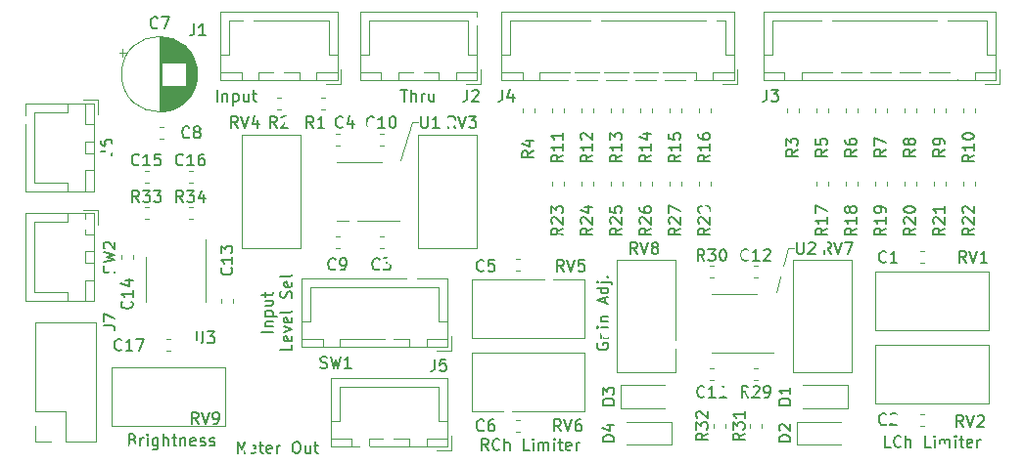
<source format=gto>
G04 #@! TF.GenerationSoftware,KiCad,Pcbnew,(5.1.6)-1*
G04 #@! TF.CreationDate,2020-12-27T23:26:00+09:00*
G04 #@! TF.ProjectId,VUMeterAmp,56554d65-7465-4724-916d-702e6b696361,rev?*
G04 #@! TF.SameCoordinates,Original*
G04 #@! TF.FileFunction,Legend,Top*
G04 #@! TF.FilePolarity,Positive*
%FSLAX46Y46*%
G04 Gerber Fmt 4.6, Leading zero omitted, Abs format (unit mm)*
G04 Created by KiCad (PCBNEW (5.1.6)-1) date 2020-12-27 23:26:00*
%MOMM*%
%LPD*%
G01*
G04 APERTURE LIST*
%ADD10C,0.150000*%
%ADD11C,0.120000*%
%ADD12O,2.100000X1.800000*%
%ADD13C,3.300000*%
%ADD14O,1.800000X2.050000*%
%ADD15C,1.540000*%
%ADD16O,1.800000X1.800000*%
%ADD17R,1.800000X1.800000*%
%ADD18R,1.200000X1.200000*%
%ADD19C,1.700000*%
%ADD20R,1.700000X1.700000*%
%ADD21C,0.900000*%
G04 APERTURE END LIST*
D10*
X150122000Y-129365047D02*
X150074380Y-129460285D01*
X150074380Y-129603142D01*
X150122000Y-129746000D01*
X150217238Y-129841238D01*
X150312476Y-129888857D01*
X150502952Y-129936476D01*
X150645809Y-129936476D01*
X150836285Y-129888857D01*
X150931523Y-129841238D01*
X151026761Y-129746000D01*
X151074380Y-129603142D01*
X151074380Y-129507904D01*
X151026761Y-129365047D01*
X150979142Y-129317428D01*
X150645809Y-129317428D01*
X150645809Y-129507904D01*
X151074380Y-128460285D02*
X150550571Y-128460285D01*
X150455333Y-128507904D01*
X150407714Y-128603142D01*
X150407714Y-128793619D01*
X150455333Y-128888857D01*
X151026761Y-128460285D02*
X151074380Y-128555523D01*
X151074380Y-128793619D01*
X151026761Y-128888857D01*
X150931523Y-128936476D01*
X150836285Y-128936476D01*
X150741047Y-128888857D01*
X150693428Y-128793619D01*
X150693428Y-128555523D01*
X150645809Y-128460285D01*
X151074380Y-127984095D02*
X150407714Y-127984095D01*
X150074380Y-127984095D02*
X150122000Y-128031714D01*
X150169619Y-127984095D01*
X150122000Y-127936476D01*
X150074380Y-127984095D01*
X150169619Y-127984095D01*
X150407714Y-127507904D02*
X151074380Y-127507904D01*
X150502952Y-127507904D02*
X150455333Y-127460285D01*
X150407714Y-127365047D01*
X150407714Y-127222190D01*
X150455333Y-127126952D01*
X150550571Y-127079333D01*
X151074380Y-127079333D01*
X150788666Y-125888857D02*
X150788666Y-125412666D01*
X151074380Y-125984095D02*
X150074380Y-125650761D01*
X151074380Y-125317428D01*
X151074380Y-124555523D02*
X150074380Y-124555523D01*
X151026761Y-124555523D02*
X151074380Y-124650761D01*
X151074380Y-124841238D01*
X151026761Y-124936476D01*
X150979142Y-124984095D01*
X150883904Y-125031714D01*
X150598190Y-125031714D01*
X150502952Y-124984095D01*
X150455333Y-124936476D01*
X150407714Y-124841238D01*
X150407714Y-124650761D01*
X150455333Y-124555523D01*
X150407714Y-124079333D02*
X151264857Y-124079333D01*
X151360095Y-124126952D01*
X151407714Y-124222190D01*
X151407714Y-124269809D01*
X150074380Y-124079333D02*
X150122000Y-124126952D01*
X150169619Y-124079333D01*
X150122000Y-124031714D01*
X150074380Y-124079333D01*
X150169619Y-124079333D01*
X150979142Y-123603142D02*
X151026761Y-123555523D01*
X151074380Y-123603142D01*
X151026761Y-123650761D01*
X150979142Y-123603142D01*
X151074380Y-123603142D01*
D11*
X166624000Y-121158000D02*
X165608000Y-124968000D01*
X167132000Y-121158000D02*
X166624000Y-121158000D01*
X134112000Y-110236000D02*
X133096000Y-113538000D01*
X134620000Y-110236000D02*
X134112000Y-110236000D01*
D10*
X118999428Y-138882380D02*
X118999428Y-137882380D01*
X119332761Y-138596666D01*
X119666095Y-137882380D01*
X119666095Y-138882380D01*
X120523238Y-138834761D02*
X120428000Y-138882380D01*
X120237523Y-138882380D01*
X120142285Y-138834761D01*
X120094666Y-138739523D01*
X120094666Y-138358571D01*
X120142285Y-138263333D01*
X120237523Y-138215714D01*
X120428000Y-138215714D01*
X120523238Y-138263333D01*
X120570857Y-138358571D01*
X120570857Y-138453809D01*
X120094666Y-138549047D01*
X120856571Y-138215714D02*
X121237523Y-138215714D01*
X120999428Y-137882380D02*
X120999428Y-138739523D01*
X121047047Y-138834761D01*
X121142285Y-138882380D01*
X121237523Y-138882380D01*
X121951809Y-138834761D02*
X121856571Y-138882380D01*
X121666095Y-138882380D01*
X121570857Y-138834761D01*
X121523238Y-138739523D01*
X121523238Y-138358571D01*
X121570857Y-138263333D01*
X121666095Y-138215714D01*
X121856571Y-138215714D01*
X121951809Y-138263333D01*
X121999428Y-138358571D01*
X121999428Y-138453809D01*
X121523238Y-138549047D01*
X122428000Y-138882380D02*
X122428000Y-138215714D01*
X122428000Y-138406190D02*
X122475619Y-138310952D01*
X122523238Y-138263333D01*
X122618476Y-138215714D01*
X122713714Y-138215714D01*
X123999428Y-137882380D02*
X124189904Y-137882380D01*
X124285142Y-137930000D01*
X124380380Y-138025238D01*
X124428000Y-138215714D01*
X124428000Y-138549047D01*
X124380380Y-138739523D01*
X124285142Y-138834761D01*
X124189904Y-138882380D01*
X123999428Y-138882380D01*
X123904190Y-138834761D01*
X123808952Y-138739523D01*
X123761333Y-138549047D01*
X123761333Y-138215714D01*
X123808952Y-138025238D01*
X123904190Y-137930000D01*
X123999428Y-137882380D01*
X125285142Y-138215714D02*
X125285142Y-138882380D01*
X124856571Y-138215714D02*
X124856571Y-138739523D01*
X124904190Y-138834761D01*
X124999428Y-138882380D01*
X125142285Y-138882380D01*
X125237523Y-138834761D01*
X125285142Y-138787142D01*
X125618476Y-138215714D02*
X125999428Y-138215714D01*
X125761333Y-137882380D02*
X125761333Y-138739523D01*
X125808952Y-138834761D01*
X125904190Y-138882380D01*
X125999428Y-138882380D01*
X122055380Y-128388857D02*
X121055380Y-128388857D01*
X121388714Y-127912666D02*
X122055380Y-127912666D01*
X121483952Y-127912666D02*
X121436333Y-127865047D01*
X121388714Y-127769809D01*
X121388714Y-127626952D01*
X121436333Y-127531714D01*
X121531571Y-127484095D01*
X122055380Y-127484095D01*
X121388714Y-127007904D02*
X122388714Y-127007904D01*
X121436333Y-127007904D02*
X121388714Y-126912666D01*
X121388714Y-126722190D01*
X121436333Y-126626952D01*
X121483952Y-126579333D01*
X121579190Y-126531714D01*
X121864904Y-126531714D01*
X121960142Y-126579333D01*
X122007761Y-126626952D01*
X122055380Y-126722190D01*
X122055380Y-126912666D01*
X122007761Y-127007904D01*
X121388714Y-125674571D02*
X122055380Y-125674571D01*
X121388714Y-126103142D02*
X121912523Y-126103142D01*
X122007761Y-126055523D01*
X122055380Y-125960285D01*
X122055380Y-125817428D01*
X122007761Y-125722190D01*
X121960142Y-125674571D01*
X121388714Y-125341238D02*
X121388714Y-124960285D01*
X121055380Y-125198380D02*
X121912523Y-125198380D01*
X122007761Y-125150761D01*
X122055380Y-125055523D01*
X122055380Y-124960285D01*
X123705380Y-129484095D02*
X123705380Y-129960285D01*
X122705380Y-129960285D01*
X123657761Y-128769809D02*
X123705380Y-128865047D01*
X123705380Y-129055523D01*
X123657761Y-129150761D01*
X123562523Y-129198380D01*
X123181571Y-129198380D01*
X123086333Y-129150761D01*
X123038714Y-129055523D01*
X123038714Y-128865047D01*
X123086333Y-128769809D01*
X123181571Y-128722190D01*
X123276809Y-128722190D01*
X123372047Y-129198380D01*
X123038714Y-128388857D02*
X123705380Y-128150761D01*
X123038714Y-127912666D01*
X123657761Y-127150761D02*
X123705380Y-127246000D01*
X123705380Y-127436476D01*
X123657761Y-127531714D01*
X123562523Y-127579333D01*
X123181571Y-127579333D01*
X123086333Y-127531714D01*
X123038714Y-127436476D01*
X123038714Y-127246000D01*
X123086333Y-127150761D01*
X123181571Y-127103142D01*
X123276809Y-127103142D01*
X123372047Y-127579333D01*
X123705380Y-126531714D02*
X123657761Y-126626952D01*
X123562523Y-126674571D01*
X122705380Y-126674571D01*
X123657761Y-125436476D02*
X123705380Y-125293619D01*
X123705380Y-125055523D01*
X123657761Y-124960285D01*
X123610142Y-124912666D01*
X123514904Y-124865047D01*
X123419666Y-124865047D01*
X123324428Y-124912666D01*
X123276809Y-124960285D01*
X123229190Y-125055523D01*
X123181571Y-125246000D01*
X123133952Y-125341238D01*
X123086333Y-125388857D01*
X122991095Y-125436476D01*
X122895857Y-125436476D01*
X122800619Y-125388857D01*
X122753000Y-125341238D01*
X122705380Y-125246000D01*
X122705380Y-125007904D01*
X122753000Y-124865047D01*
X123657761Y-124055523D02*
X123705380Y-124150761D01*
X123705380Y-124341238D01*
X123657761Y-124436476D01*
X123562523Y-124484095D01*
X123181571Y-124484095D01*
X123086333Y-124436476D01*
X123038714Y-124341238D01*
X123038714Y-124150761D01*
X123086333Y-124055523D01*
X123181571Y-124007904D01*
X123276809Y-124007904D01*
X123372047Y-124484095D01*
X123705380Y-123436476D02*
X123657761Y-123531714D01*
X123562523Y-123579333D01*
X122705380Y-123579333D01*
X140676761Y-138628380D02*
X140343428Y-138152190D01*
X140105333Y-138628380D02*
X140105333Y-137628380D01*
X140486285Y-137628380D01*
X140581523Y-137676000D01*
X140629142Y-137723619D01*
X140676761Y-137818857D01*
X140676761Y-137961714D01*
X140629142Y-138056952D01*
X140581523Y-138104571D01*
X140486285Y-138152190D01*
X140105333Y-138152190D01*
X141676761Y-138533142D02*
X141629142Y-138580761D01*
X141486285Y-138628380D01*
X141391047Y-138628380D01*
X141248190Y-138580761D01*
X141152952Y-138485523D01*
X141105333Y-138390285D01*
X141057714Y-138199809D01*
X141057714Y-138056952D01*
X141105333Y-137866476D01*
X141152952Y-137771238D01*
X141248190Y-137676000D01*
X141391047Y-137628380D01*
X141486285Y-137628380D01*
X141629142Y-137676000D01*
X141676761Y-137723619D01*
X142105333Y-138628380D02*
X142105333Y-137628380D01*
X142533904Y-138628380D02*
X142533904Y-138104571D01*
X142486285Y-138009333D01*
X142391047Y-137961714D01*
X142248190Y-137961714D01*
X142152952Y-138009333D01*
X142105333Y-138056952D01*
X144248190Y-138628380D02*
X143772000Y-138628380D01*
X143772000Y-137628380D01*
X144581523Y-138628380D02*
X144581523Y-137961714D01*
X144581523Y-137628380D02*
X144533904Y-137676000D01*
X144581523Y-137723619D01*
X144629142Y-137676000D01*
X144581523Y-137628380D01*
X144581523Y-137723619D01*
X145057714Y-138628380D02*
X145057714Y-137961714D01*
X145057714Y-138056952D02*
X145105333Y-138009333D01*
X145200571Y-137961714D01*
X145343428Y-137961714D01*
X145438666Y-138009333D01*
X145486285Y-138104571D01*
X145486285Y-138628380D01*
X145486285Y-138104571D02*
X145533904Y-138009333D01*
X145629142Y-137961714D01*
X145772000Y-137961714D01*
X145867238Y-138009333D01*
X145914857Y-138104571D01*
X145914857Y-138628380D01*
X146391047Y-138628380D02*
X146391047Y-137961714D01*
X146391047Y-137628380D02*
X146343428Y-137676000D01*
X146391047Y-137723619D01*
X146438666Y-137676000D01*
X146391047Y-137628380D01*
X146391047Y-137723619D01*
X146724380Y-137961714D02*
X147105333Y-137961714D01*
X146867238Y-137628380D02*
X146867238Y-138485523D01*
X146914857Y-138580761D01*
X147010095Y-138628380D01*
X147105333Y-138628380D01*
X147819619Y-138580761D02*
X147724380Y-138628380D01*
X147533904Y-138628380D01*
X147438666Y-138580761D01*
X147391047Y-138485523D01*
X147391047Y-138104571D01*
X147438666Y-138009333D01*
X147533904Y-137961714D01*
X147724380Y-137961714D01*
X147819619Y-138009333D01*
X147867238Y-138104571D01*
X147867238Y-138199809D01*
X147391047Y-138295047D01*
X148295809Y-138628380D02*
X148295809Y-137961714D01*
X148295809Y-138152190D02*
X148343428Y-138056952D01*
X148391047Y-138009333D01*
X148486285Y-137961714D01*
X148581523Y-137961714D01*
X175474761Y-138374380D02*
X174998571Y-138374380D01*
X174998571Y-137374380D01*
X176379523Y-138279142D02*
X176331904Y-138326761D01*
X176189047Y-138374380D01*
X176093809Y-138374380D01*
X175950952Y-138326761D01*
X175855714Y-138231523D01*
X175808095Y-138136285D01*
X175760476Y-137945809D01*
X175760476Y-137802952D01*
X175808095Y-137612476D01*
X175855714Y-137517238D01*
X175950952Y-137422000D01*
X176093809Y-137374380D01*
X176189047Y-137374380D01*
X176331904Y-137422000D01*
X176379523Y-137469619D01*
X176808095Y-138374380D02*
X176808095Y-137374380D01*
X177236666Y-138374380D02*
X177236666Y-137850571D01*
X177189047Y-137755333D01*
X177093809Y-137707714D01*
X176950952Y-137707714D01*
X176855714Y-137755333D01*
X176808095Y-137802952D01*
X178950952Y-138374380D02*
X178474761Y-138374380D01*
X178474761Y-137374380D01*
X179284285Y-138374380D02*
X179284285Y-137707714D01*
X179284285Y-137374380D02*
X179236666Y-137422000D01*
X179284285Y-137469619D01*
X179331904Y-137422000D01*
X179284285Y-137374380D01*
X179284285Y-137469619D01*
X179760476Y-138374380D02*
X179760476Y-137707714D01*
X179760476Y-137802952D02*
X179808095Y-137755333D01*
X179903333Y-137707714D01*
X180046190Y-137707714D01*
X180141428Y-137755333D01*
X180189047Y-137850571D01*
X180189047Y-138374380D01*
X180189047Y-137850571D02*
X180236666Y-137755333D01*
X180331904Y-137707714D01*
X180474761Y-137707714D01*
X180570000Y-137755333D01*
X180617619Y-137850571D01*
X180617619Y-138374380D01*
X181093809Y-138374380D02*
X181093809Y-137707714D01*
X181093809Y-137374380D02*
X181046190Y-137422000D01*
X181093809Y-137469619D01*
X181141428Y-137422000D01*
X181093809Y-137374380D01*
X181093809Y-137469619D01*
X181427142Y-137707714D02*
X181808095Y-137707714D01*
X181570000Y-137374380D02*
X181570000Y-138231523D01*
X181617619Y-138326761D01*
X181712857Y-138374380D01*
X181808095Y-138374380D01*
X182522380Y-138326761D02*
X182427142Y-138374380D01*
X182236666Y-138374380D01*
X182141428Y-138326761D01*
X182093809Y-138231523D01*
X182093809Y-137850571D01*
X182141428Y-137755333D01*
X182236666Y-137707714D01*
X182427142Y-137707714D01*
X182522380Y-137755333D01*
X182570000Y-137850571D01*
X182570000Y-137945809D01*
X182093809Y-138041047D01*
X182998571Y-138374380D02*
X182998571Y-137707714D01*
X182998571Y-137898190D02*
X183046190Y-137802952D01*
X183093809Y-137755333D01*
X183189047Y-137707714D01*
X183284285Y-137707714D01*
X133120000Y-107402380D02*
X133691428Y-107402380D01*
X133405714Y-108402380D02*
X133405714Y-107402380D01*
X134024761Y-108402380D02*
X134024761Y-107402380D01*
X134453333Y-108402380D02*
X134453333Y-107878571D01*
X134405714Y-107783333D01*
X134310476Y-107735714D01*
X134167619Y-107735714D01*
X134072380Y-107783333D01*
X134024761Y-107830952D01*
X134929523Y-108402380D02*
X134929523Y-107735714D01*
X134929523Y-107926190D02*
X134977142Y-107830952D01*
X135024761Y-107783333D01*
X135120000Y-107735714D01*
X135215238Y-107735714D01*
X135977142Y-107735714D02*
X135977142Y-108402380D01*
X135548571Y-107735714D02*
X135548571Y-108259523D01*
X135596190Y-108354761D01*
X135691428Y-108402380D01*
X135834285Y-108402380D01*
X135929523Y-108354761D01*
X135977142Y-108307142D01*
X117229142Y-108402380D02*
X117229142Y-107402380D01*
X117705333Y-107735714D02*
X117705333Y-108402380D01*
X117705333Y-107830952D02*
X117752952Y-107783333D01*
X117848190Y-107735714D01*
X117991047Y-107735714D01*
X118086285Y-107783333D01*
X118133904Y-107878571D01*
X118133904Y-108402380D01*
X118610095Y-107735714D02*
X118610095Y-108735714D01*
X118610095Y-107783333D02*
X118705333Y-107735714D01*
X118895809Y-107735714D01*
X118991047Y-107783333D01*
X119038666Y-107830952D01*
X119086285Y-107926190D01*
X119086285Y-108211904D01*
X119038666Y-108307142D01*
X118991047Y-108354761D01*
X118895809Y-108402380D01*
X118705333Y-108402380D01*
X118610095Y-108354761D01*
X119943428Y-107735714D02*
X119943428Y-108402380D01*
X119514857Y-107735714D02*
X119514857Y-108259523D01*
X119562476Y-108354761D01*
X119657714Y-108402380D01*
X119800571Y-108402380D01*
X119895809Y-108354761D01*
X119943428Y-108307142D01*
X120276761Y-107735714D02*
X120657714Y-107735714D01*
X120419619Y-107402380D02*
X120419619Y-108259523D01*
X120467238Y-108354761D01*
X120562476Y-108402380D01*
X120657714Y-108402380D01*
X109926857Y-137723571D02*
X110069714Y-137771190D01*
X110117333Y-137818809D01*
X110164952Y-137914047D01*
X110164952Y-138056904D01*
X110117333Y-138152142D01*
X110069714Y-138199761D01*
X109974476Y-138247380D01*
X109593523Y-138247380D01*
X109593523Y-137247380D01*
X109926857Y-137247380D01*
X110022095Y-137295000D01*
X110069714Y-137342619D01*
X110117333Y-137437857D01*
X110117333Y-137533095D01*
X110069714Y-137628333D01*
X110022095Y-137675952D01*
X109926857Y-137723571D01*
X109593523Y-137723571D01*
X110593523Y-138247380D02*
X110593523Y-137580714D01*
X110593523Y-137771190D02*
X110641142Y-137675952D01*
X110688761Y-137628333D01*
X110784000Y-137580714D01*
X110879238Y-137580714D01*
X111212571Y-138247380D02*
X111212571Y-137580714D01*
X111212571Y-137247380D02*
X111164952Y-137295000D01*
X111212571Y-137342619D01*
X111260190Y-137295000D01*
X111212571Y-137247380D01*
X111212571Y-137342619D01*
X112117333Y-137580714D02*
X112117333Y-138390238D01*
X112069714Y-138485476D01*
X112022095Y-138533095D01*
X111926857Y-138580714D01*
X111784000Y-138580714D01*
X111688761Y-138533095D01*
X112117333Y-138199761D02*
X112022095Y-138247380D01*
X111831619Y-138247380D01*
X111736380Y-138199761D01*
X111688761Y-138152142D01*
X111641142Y-138056904D01*
X111641142Y-137771190D01*
X111688761Y-137675952D01*
X111736380Y-137628333D01*
X111831619Y-137580714D01*
X112022095Y-137580714D01*
X112117333Y-137628333D01*
X112593523Y-138247380D02*
X112593523Y-137247380D01*
X113022095Y-138247380D02*
X113022095Y-137723571D01*
X112974476Y-137628333D01*
X112879238Y-137580714D01*
X112736380Y-137580714D01*
X112641142Y-137628333D01*
X112593523Y-137675952D01*
X113355428Y-137580714D02*
X113736380Y-137580714D01*
X113498285Y-137247380D02*
X113498285Y-138104523D01*
X113545904Y-138199761D01*
X113641142Y-138247380D01*
X113736380Y-138247380D01*
X114069714Y-137580714D02*
X114069714Y-138247380D01*
X114069714Y-137675952D02*
X114117333Y-137628333D01*
X114212571Y-137580714D01*
X114355428Y-137580714D01*
X114450666Y-137628333D01*
X114498285Y-137723571D01*
X114498285Y-138247380D01*
X115355428Y-138199761D02*
X115260190Y-138247380D01*
X115069714Y-138247380D01*
X114974476Y-138199761D01*
X114926857Y-138104523D01*
X114926857Y-137723571D01*
X114974476Y-137628333D01*
X115069714Y-137580714D01*
X115260190Y-137580714D01*
X115355428Y-137628333D01*
X115403047Y-137723571D01*
X115403047Y-137818809D01*
X114926857Y-137914047D01*
X115784000Y-138199761D02*
X115879238Y-138247380D01*
X116069714Y-138247380D01*
X116164952Y-138199761D01*
X116212571Y-138104523D01*
X116212571Y-138056904D01*
X116164952Y-137961666D01*
X116069714Y-137914047D01*
X115926857Y-137914047D01*
X115831619Y-137866428D01*
X115784000Y-137771190D01*
X115784000Y-137723571D01*
X115831619Y-137628333D01*
X115926857Y-137580714D01*
X116069714Y-137580714D01*
X116164952Y-137628333D01*
X116593523Y-138199761D02*
X116688761Y-138247380D01*
X116879238Y-138247380D01*
X116974476Y-138199761D01*
X117022095Y-138104523D01*
X117022095Y-138056904D01*
X116974476Y-137961666D01*
X116879238Y-137914047D01*
X116736380Y-137914047D01*
X116641142Y-137866428D01*
X116593523Y-137771190D01*
X116593523Y-137723571D01*
X116641142Y-137628333D01*
X116736380Y-137580714D01*
X116879238Y-137580714D01*
X116974476Y-137628333D01*
D11*
X106890000Y-108275000D02*
X105640000Y-108275000D01*
X106890000Y-109525000D02*
X106890000Y-108275000D01*
X101390000Y-115425000D02*
X101390000Y-112375000D01*
X104340000Y-115425000D02*
X101390000Y-115425000D01*
X104340000Y-116175000D02*
X104340000Y-115425000D01*
X101390000Y-109325000D02*
X101390000Y-112375000D01*
X104340000Y-109325000D02*
X101390000Y-109325000D01*
X104340000Y-108575000D02*
X104340000Y-109325000D01*
X106590000Y-116175000D02*
X106590000Y-114375000D01*
X105840000Y-116175000D02*
X106590000Y-116175000D01*
X105840000Y-114375000D02*
X105840000Y-116175000D01*
X106590000Y-114375000D02*
X105840000Y-114375000D01*
X106590000Y-110375000D02*
X106590000Y-108575000D01*
X105840000Y-110375000D02*
X106590000Y-110375000D01*
X105840000Y-108575000D02*
X105840000Y-110375000D01*
X106590000Y-108575000D02*
X105840000Y-108575000D01*
X106590000Y-112875000D02*
X106590000Y-111875000D01*
X105840000Y-112875000D02*
X106590000Y-112875000D01*
X105840000Y-111875000D02*
X105840000Y-112875000D01*
X106590000Y-111875000D02*
X105840000Y-111875000D01*
X106600000Y-116185000D02*
X106600000Y-108565000D01*
X100630000Y-116185000D02*
X106600000Y-116185000D01*
X100630000Y-108565000D02*
X100630000Y-116185000D01*
X106600000Y-108565000D02*
X100630000Y-108565000D01*
X116225000Y-123825000D02*
X116225000Y-120375000D01*
X116225000Y-123825000D02*
X116225000Y-125775000D01*
X111105000Y-123825000D02*
X111105000Y-121875000D01*
X111105000Y-123825000D02*
X111105000Y-125775000D01*
X161925000Y-130195000D02*
X165375000Y-130195000D01*
X161925000Y-130195000D02*
X159975000Y-130195000D01*
X161925000Y-125075000D02*
X163875000Y-125075000D01*
X161925000Y-125075000D02*
X159975000Y-125075000D01*
X129540000Y-118765000D02*
X132990000Y-118765000D01*
X129540000Y-118765000D02*
X127590000Y-118765000D01*
X129540000Y-113645000D02*
X131490000Y-113645000D01*
X129540000Y-113645000D02*
X127590000Y-113645000D01*
X106890000Y-117800000D02*
X105640000Y-117800000D01*
X106890000Y-119050000D02*
X106890000Y-117800000D01*
X101390000Y-124950000D02*
X101390000Y-121900000D01*
X104340000Y-124950000D02*
X101390000Y-124950000D01*
X104340000Y-125700000D02*
X104340000Y-124950000D01*
X101390000Y-118850000D02*
X101390000Y-121900000D01*
X104340000Y-118850000D02*
X101390000Y-118850000D01*
X104340000Y-118100000D02*
X104340000Y-118850000D01*
X106590000Y-125700000D02*
X106590000Y-123900000D01*
X105840000Y-125700000D02*
X106590000Y-125700000D01*
X105840000Y-123900000D02*
X105840000Y-125700000D01*
X106590000Y-123900000D02*
X105840000Y-123900000D01*
X106590000Y-119900000D02*
X106590000Y-118100000D01*
X105840000Y-119900000D02*
X106590000Y-119900000D01*
X105840000Y-118100000D02*
X105840000Y-119900000D01*
X106590000Y-118100000D02*
X105840000Y-118100000D01*
X106590000Y-122400000D02*
X106590000Y-121400000D01*
X105840000Y-122400000D02*
X106590000Y-122400000D01*
X105840000Y-121400000D02*
X105840000Y-122400000D01*
X106590000Y-121400000D02*
X105840000Y-121400000D01*
X106600000Y-125710000D02*
X106600000Y-118090000D01*
X100630000Y-125710000D02*
X106600000Y-125710000D01*
X100630000Y-118090000D02*
X100630000Y-125710000D01*
X106600000Y-118090000D02*
X100630000Y-118090000D01*
X137470000Y-130004000D02*
X137470000Y-128754000D01*
X136220000Y-130004000D02*
X137470000Y-130004000D01*
X125320000Y-124504000D02*
X130870000Y-124504000D01*
X125320000Y-127454000D02*
X125320000Y-124504000D01*
X124570000Y-127454000D02*
X125320000Y-127454000D01*
X136420000Y-124504000D02*
X130870000Y-124504000D01*
X136420000Y-127454000D02*
X136420000Y-124504000D01*
X137170000Y-127454000D02*
X136420000Y-127454000D01*
X124570000Y-129704000D02*
X126370000Y-129704000D01*
X124570000Y-128954000D02*
X124570000Y-129704000D01*
X126370000Y-128954000D02*
X124570000Y-128954000D01*
X126370000Y-129704000D02*
X126370000Y-128954000D01*
X135370000Y-129704000D02*
X137170000Y-129704000D01*
X135370000Y-128954000D02*
X135370000Y-129704000D01*
X137170000Y-128954000D02*
X135370000Y-128954000D01*
X137170000Y-129704000D02*
X137170000Y-128954000D01*
X127870000Y-129704000D02*
X133870000Y-129704000D01*
X127870000Y-128954000D02*
X127870000Y-129704000D01*
X133870000Y-128954000D02*
X127870000Y-128954000D01*
X133870000Y-129704000D02*
X133870000Y-128954000D01*
X124560000Y-129714000D02*
X137180000Y-129714000D01*
X124560000Y-123744000D02*
X124560000Y-129714000D01*
X137180000Y-123744000D02*
X124560000Y-123744000D01*
X137180000Y-129714000D02*
X137180000Y-123744000D01*
X117915000Y-131455000D02*
X117915000Y-136525000D01*
X108145000Y-131455000D02*
X108145000Y-136525000D01*
X108145000Y-136525000D02*
X117915000Y-136525000D01*
X108145000Y-131455000D02*
X117915000Y-131455000D01*
X151775000Y-122115000D02*
X156845000Y-122115000D01*
X151775000Y-131885000D02*
X156845000Y-131885000D01*
X156845000Y-131885000D02*
X156845000Y-122115000D01*
X151775000Y-131885000D02*
X151775000Y-122115000D01*
X167015000Y-122115000D02*
X172085000Y-122115000D01*
X167015000Y-131885000D02*
X172085000Y-131885000D01*
X172085000Y-131885000D02*
X172085000Y-122115000D01*
X167015000Y-131885000D02*
X167015000Y-122115000D01*
X149030000Y-130185000D02*
X149030000Y-135255000D01*
X139260000Y-130185000D02*
X139260000Y-135255000D01*
X139260000Y-135255000D02*
X149030000Y-135255000D01*
X139260000Y-130185000D02*
X149030000Y-130185000D01*
X149030000Y-123835000D02*
X149030000Y-128905000D01*
X139260000Y-123835000D02*
X139260000Y-128905000D01*
X139260000Y-128905000D02*
X149030000Y-128905000D01*
X139260000Y-123835000D02*
X149030000Y-123835000D01*
X119390000Y-111320000D02*
X124460000Y-111320000D01*
X119390000Y-121090000D02*
X124460000Y-121090000D01*
X124460000Y-121090000D02*
X124460000Y-111320000D01*
X119390000Y-121090000D02*
X119390000Y-111320000D01*
X134630000Y-111320000D02*
X139700000Y-111320000D01*
X134630000Y-121090000D02*
X139700000Y-121090000D01*
X139700000Y-121090000D02*
X139700000Y-111320000D01*
X134630000Y-121090000D02*
X134630000Y-111320000D01*
X174185000Y-134610000D02*
X174185000Y-129540000D01*
X183955000Y-134610000D02*
X183955000Y-129540000D01*
X183955000Y-129540000D02*
X174185000Y-129540000D01*
X183955000Y-134610000D02*
X174185000Y-134610000D01*
X174185000Y-128260000D02*
X174185000Y-123190000D01*
X183955000Y-128260000D02*
X183955000Y-123190000D01*
X183955000Y-123190000D02*
X174185000Y-123190000D01*
X183955000Y-128260000D02*
X174185000Y-128260000D01*
X114763733Y-118620000D02*
X115106267Y-118620000D01*
X114763733Y-117600000D02*
X115106267Y-117600000D01*
X110953733Y-118620000D02*
X111296267Y-118620000D01*
X110953733Y-117600000D02*
X111296267Y-117600000D01*
X161165000Y-136696267D02*
X161165000Y-136353733D01*
X160145000Y-136696267D02*
X160145000Y-136353733D01*
X164340000Y-136696267D02*
X164340000Y-136353733D01*
X163320000Y-136696267D02*
X163320000Y-136353733D01*
X159848733Y-123700000D02*
X160191267Y-123700000D01*
X159848733Y-122680000D02*
X160191267Y-122680000D01*
X164001267Y-131570000D02*
X163658733Y-131570000D01*
X164001267Y-132590000D02*
X163658733Y-132590000D01*
X159895000Y-115741267D02*
X159895000Y-115398733D01*
X158875000Y-115741267D02*
X158875000Y-115398733D01*
X157355000Y-115741267D02*
X157355000Y-115398733D01*
X156335000Y-115741267D02*
X156335000Y-115398733D01*
X154815000Y-115741267D02*
X154815000Y-115398733D01*
X153795000Y-115741267D02*
X153795000Y-115398733D01*
X152275000Y-115741267D02*
X152275000Y-115398733D01*
X151255000Y-115741267D02*
X151255000Y-115398733D01*
X149735000Y-115741267D02*
X149735000Y-115398733D01*
X148715000Y-115741267D02*
X148715000Y-115398733D01*
X147195000Y-115741267D02*
X147195000Y-115398733D01*
X146175000Y-115741267D02*
X146175000Y-115398733D01*
X182755000Y-115741267D02*
X182755000Y-115398733D01*
X181735000Y-115741267D02*
X181735000Y-115398733D01*
X180215000Y-115741267D02*
X180215000Y-115398733D01*
X179195000Y-115741267D02*
X179195000Y-115398733D01*
X177675000Y-115741267D02*
X177675000Y-115398733D01*
X176655000Y-115741267D02*
X176655000Y-115398733D01*
X175135000Y-115741267D02*
X175135000Y-115398733D01*
X174115000Y-115741267D02*
X174115000Y-115398733D01*
X172595000Y-115741267D02*
X172595000Y-115398733D01*
X171575000Y-115741267D02*
X171575000Y-115398733D01*
X170055000Y-115741267D02*
X170055000Y-115398733D01*
X169035000Y-115741267D02*
X169035000Y-115398733D01*
X159895000Y-109391267D02*
X159895000Y-109048733D01*
X158875000Y-109391267D02*
X158875000Y-109048733D01*
X157355000Y-109391267D02*
X157355000Y-109048733D01*
X156335000Y-109391267D02*
X156335000Y-109048733D01*
X154815000Y-109391267D02*
X154815000Y-109048733D01*
X153795000Y-109391267D02*
X153795000Y-109048733D01*
X152275000Y-109391267D02*
X152275000Y-109048733D01*
X151255000Y-109391267D02*
X151255000Y-109048733D01*
X149735000Y-109391267D02*
X149735000Y-109048733D01*
X148715000Y-109391267D02*
X148715000Y-109048733D01*
X147195000Y-109391267D02*
X147195000Y-109048733D01*
X146175000Y-109391267D02*
X146175000Y-109048733D01*
X182755000Y-109391267D02*
X182755000Y-109048733D01*
X181735000Y-109391267D02*
X181735000Y-109048733D01*
X180215000Y-109391267D02*
X180215000Y-109048733D01*
X179195000Y-109391267D02*
X179195000Y-109048733D01*
X177675000Y-109391267D02*
X177675000Y-109048733D01*
X176655000Y-109391267D02*
X176655000Y-109048733D01*
X175135000Y-109391267D02*
X175135000Y-109048733D01*
X174115000Y-109391267D02*
X174115000Y-109048733D01*
X172595000Y-109391267D02*
X172595000Y-109048733D01*
X171575000Y-109391267D02*
X171575000Y-109048733D01*
X170055000Y-109391267D02*
X170055000Y-109048733D01*
X169035000Y-109391267D02*
X169035000Y-109048733D01*
X143635000Y-109048733D02*
X143635000Y-109391267D01*
X144655000Y-109048733D02*
X144655000Y-109391267D01*
X166495000Y-109048733D02*
X166495000Y-109391267D01*
X167515000Y-109048733D02*
X167515000Y-109391267D01*
X122383733Y-109095000D02*
X122726267Y-109095000D01*
X122383733Y-108075000D02*
X122726267Y-108075000D01*
X126536267Y-108075000D02*
X126193733Y-108075000D01*
X126536267Y-109095000D02*
X126193733Y-109095000D01*
X102870000Y-137855000D02*
X101540000Y-137855000D01*
X101540000Y-137855000D02*
X101540000Y-136525000D01*
X104140000Y-137855000D02*
X104140000Y-135255000D01*
X104140000Y-135255000D02*
X101540000Y-135255000D01*
X101540000Y-135255000D02*
X101540000Y-127575000D01*
X106740000Y-127575000D02*
X101540000Y-127575000D01*
X106740000Y-137855000D02*
X106740000Y-127575000D01*
X106740000Y-137855000D02*
X104140000Y-137855000D01*
X137470000Y-138640000D02*
X137470000Y-137390000D01*
X136220000Y-138640000D02*
X137470000Y-138640000D01*
X127820000Y-133140000D02*
X132120000Y-133140000D01*
X127820000Y-136090000D02*
X127820000Y-133140000D01*
X127070000Y-136090000D02*
X127820000Y-136090000D01*
X136420000Y-133140000D02*
X132120000Y-133140000D01*
X136420000Y-136090000D02*
X136420000Y-133140000D01*
X137170000Y-136090000D02*
X136420000Y-136090000D01*
X127070000Y-138340000D02*
X128870000Y-138340000D01*
X127070000Y-137590000D02*
X127070000Y-138340000D01*
X128870000Y-137590000D02*
X127070000Y-137590000D01*
X128870000Y-138340000D02*
X128870000Y-137590000D01*
X135370000Y-138340000D02*
X137170000Y-138340000D01*
X135370000Y-137590000D02*
X135370000Y-138340000D01*
X137170000Y-137590000D02*
X135370000Y-137590000D01*
X137170000Y-138340000D02*
X137170000Y-137590000D01*
X130370000Y-138340000D02*
X133870000Y-138340000D01*
X130370000Y-137590000D02*
X130370000Y-138340000D01*
X133870000Y-137590000D02*
X130370000Y-137590000D01*
X133870000Y-138340000D02*
X133870000Y-137590000D01*
X127060000Y-138350000D02*
X137180000Y-138350000D01*
X127060000Y-132380000D02*
X127060000Y-138350000D01*
X137180000Y-132380000D02*
X127060000Y-132380000D01*
X137180000Y-138350000D02*
X137180000Y-132380000D01*
X162235000Y-106890000D02*
X162235000Y-105640000D01*
X160985000Y-106890000D02*
X162235000Y-106890000D01*
X142585000Y-101390000D02*
X151885000Y-101390000D01*
X142585000Y-104340000D02*
X142585000Y-101390000D01*
X141835000Y-104340000D02*
X142585000Y-104340000D01*
X161185000Y-101390000D02*
X151885000Y-101390000D01*
X161185000Y-104340000D02*
X161185000Y-101390000D01*
X161935000Y-104340000D02*
X161185000Y-104340000D01*
X141835000Y-106590000D02*
X143635000Y-106590000D01*
X141835000Y-105840000D02*
X141835000Y-106590000D01*
X143635000Y-105840000D02*
X141835000Y-105840000D01*
X143635000Y-106590000D02*
X143635000Y-105840000D01*
X160135000Y-106590000D02*
X161935000Y-106590000D01*
X160135000Y-105840000D02*
X160135000Y-106590000D01*
X161935000Y-105840000D02*
X160135000Y-105840000D01*
X161935000Y-106590000D02*
X161935000Y-105840000D01*
X145135000Y-106590000D02*
X158635000Y-106590000D01*
X145135000Y-105840000D02*
X145135000Y-106590000D01*
X158635000Y-105840000D02*
X145135000Y-105840000D01*
X158635000Y-106590000D02*
X158635000Y-105840000D01*
X141825000Y-106600000D02*
X161945000Y-106600000D01*
X141825000Y-100630000D02*
X141825000Y-106600000D01*
X161945000Y-100630000D02*
X141825000Y-100630000D01*
X161945000Y-106600000D02*
X161945000Y-100630000D01*
X184895000Y-106890000D02*
X184895000Y-105640000D01*
X183645000Y-106890000D02*
X184895000Y-106890000D01*
X165245000Y-101390000D02*
X174545000Y-101390000D01*
X165245000Y-104340000D02*
X165245000Y-101390000D01*
X164495000Y-104340000D02*
X165245000Y-104340000D01*
X183845000Y-101390000D02*
X174545000Y-101390000D01*
X183845000Y-104340000D02*
X183845000Y-101390000D01*
X184595000Y-104340000D02*
X183845000Y-104340000D01*
X164495000Y-106590000D02*
X166295000Y-106590000D01*
X164495000Y-105840000D02*
X164495000Y-106590000D01*
X166295000Y-105840000D02*
X164495000Y-105840000D01*
X166295000Y-106590000D02*
X166295000Y-105840000D01*
X182795000Y-106590000D02*
X184595000Y-106590000D01*
X182795000Y-105840000D02*
X182795000Y-106590000D01*
X184595000Y-105840000D02*
X182795000Y-105840000D01*
X184595000Y-106590000D02*
X184595000Y-105840000D01*
X167795000Y-106590000D02*
X181295000Y-106590000D01*
X167795000Y-105840000D02*
X167795000Y-106590000D01*
X181295000Y-105840000D02*
X167795000Y-105840000D01*
X181295000Y-106590000D02*
X181295000Y-105840000D01*
X164485000Y-106600000D02*
X184605000Y-106600000D01*
X164485000Y-100630000D02*
X164485000Y-106600000D01*
X184605000Y-100630000D02*
X164485000Y-100630000D01*
X184605000Y-106600000D02*
X184605000Y-100630000D01*
X140010000Y-106890000D02*
X140010000Y-105640000D01*
X138760000Y-106890000D02*
X140010000Y-106890000D01*
X130360000Y-101390000D02*
X134660000Y-101390000D01*
X130360000Y-104340000D02*
X130360000Y-101390000D01*
X129610000Y-104340000D02*
X130360000Y-104340000D01*
X138960000Y-101390000D02*
X134660000Y-101390000D01*
X138960000Y-104340000D02*
X138960000Y-101390000D01*
X139710000Y-104340000D02*
X138960000Y-104340000D01*
X129610000Y-106590000D02*
X131410000Y-106590000D01*
X129610000Y-105840000D02*
X129610000Y-106590000D01*
X131410000Y-105840000D02*
X129610000Y-105840000D01*
X131410000Y-106590000D02*
X131410000Y-105840000D01*
X137910000Y-106590000D02*
X139710000Y-106590000D01*
X137910000Y-105840000D02*
X137910000Y-106590000D01*
X139710000Y-105840000D02*
X137910000Y-105840000D01*
X139710000Y-106590000D02*
X139710000Y-105840000D01*
X132910000Y-106590000D02*
X136410000Y-106590000D01*
X132910000Y-105840000D02*
X132910000Y-106590000D01*
X136410000Y-105840000D02*
X132910000Y-105840000D01*
X136410000Y-106590000D02*
X136410000Y-105840000D01*
X129600000Y-106600000D02*
X139720000Y-106600000D01*
X129600000Y-100630000D02*
X129600000Y-106600000D01*
X139720000Y-100630000D02*
X129600000Y-100630000D01*
X139720000Y-106600000D02*
X139720000Y-100630000D01*
X127945000Y-106890000D02*
X127945000Y-105640000D01*
X126695000Y-106890000D02*
X127945000Y-106890000D01*
X118295000Y-101390000D02*
X122595000Y-101390000D01*
X118295000Y-104340000D02*
X118295000Y-101390000D01*
X117545000Y-104340000D02*
X118295000Y-104340000D01*
X126895000Y-101390000D02*
X122595000Y-101390000D01*
X126895000Y-104340000D02*
X126895000Y-101390000D01*
X127645000Y-104340000D02*
X126895000Y-104340000D01*
X117545000Y-106590000D02*
X119345000Y-106590000D01*
X117545000Y-105840000D02*
X117545000Y-106590000D01*
X119345000Y-105840000D02*
X117545000Y-105840000D01*
X119345000Y-106590000D02*
X119345000Y-105840000D01*
X125845000Y-106590000D02*
X127645000Y-106590000D01*
X125845000Y-105840000D02*
X125845000Y-106590000D01*
X127645000Y-105840000D02*
X125845000Y-105840000D01*
X127645000Y-106590000D02*
X127645000Y-105840000D01*
X120845000Y-106590000D02*
X124345000Y-106590000D01*
X120845000Y-105840000D02*
X120845000Y-106590000D01*
X124345000Y-105840000D02*
X120845000Y-105840000D01*
X124345000Y-106590000D02*
X124345000Y-105840000D01*
X117535000Y-106600000D02*
X127655000Y-106600000D01*
X117535000Y-100630000D02*
X117535000Y-106600000D01*
X127655000Y-100630000D02*
X117535000Y-100630000D01*
X127655000Y-106600000D02*
X127655000Y-100630000D01*
X156505000Y-138160000D02*
X152655000Y-138160000D01*
X156505000Y-136160000D02*
X152655000Y-136160000D01*
X156505000Y-138160000D02*
X156505000Y-136160000D01*
X152105000Y-132985000D02*
X155955000Y-132985000D01*
X152105000Y-134985000D02*
X155955000Y-134985000D01*
X152105000Y-132985000D02*
X152105000Y-134985000D01*
X167345000Y-136160000D02*
X171195000Y-136160000D01*
X167345000Y-138160000D02*
X171195000Y-138160000D01*
X167345000Y-136160000D02*
X167345000Y-138160000D01*
X171745000Y-134985000D02*
X167895000Y-134985000D01*
X171745000Y-132985000D02*
X167895000Y-132985000D01*
X171745000Y-134985000D02*
X171745000Y-132985000D01*
X112858733Y-130050000D02*
X113201267Y-130050000D01*
X112858733Y-129030000D02*
X113201267Y-129030000D01*
X114763733Y-115445000D02*
X115106267Y-115445000D01*
X114763733Y-114425000D02*
X115106267Y-114425000D01*
X110953733Y-115445000D02*
X111296267Y-115445000D01*
X110953733Y-114425000D02*
X111296267Y-114425000D01*
X110000000Y-122091267D02*
X110000000Y-121748733D01*
X108980000Y-122091267D02*
X108980000Y-121748733D01*
X118620000Y-125901267D02*
X118620000Y-125558733D01*
X117600000Y-125901267D02*
X117600000Y-125558733D01*
X163658733Y-123700000D02*
X164001267Y-123700000D01*
X163658733Y-122680000D02*
X164001267Y-122680000D01*
X159848733Y-132590000D02*
X160191267Y-132590000D01*
X159848733Y-131570000D02*
X160191267Y-131570000D01*
X131273733Y-112270000D02*
X131616267Y-112270000D01*
X131273733Y-111250000D02*
X131616267Y-111250000D01*
X127463733Y-121160000D02*
X127806267Y-121160000D01*
X127463733Y-120140000D02*
X127806267Y-120140000D01*
X112223733Y-111635000D02*
X112566267Y-111635000D01*
X112223733Y-110615000D02*
X112566267Y-110615000D01*
X109064759Y-103891000D02*
X109064759Y-104521000D01*
X108749759Y-104206000D02*
X109379759Y-104206000D01*
X115491000Y-105643000D02*
X115491000Y-106447000D01*
X115451000Y-105412000D02*
X115451000Y-106678000D01*
X115411000Y-105243000D02*
X115411000Y-106847000D01*
X115371000Y-105105000D02*
X115371000Y-106985000D01*
X115331000Y-104986000D02*
X115331000Y-107104000D01*
X115291000Y-104880000D02*
X115291000Y-107210000D01*
X115251000Y-104783000D02*
X115251000Y-107307000D01*
X115211000Y-104695000D02*
X115211000Y-107395000D01*
X115171000Y-104613000D02*
X115171000Y-107477000D01*
X115131000Y-104536000D02*
X115131000Y-107554000D01*
X115091000Y-104464000D02*
X115091000Y-107626000D01*
X115051000Y-104395000D02*
X115051000Y-107695000D01*
X115011000Y-104331000D02*
X115011000Y-107759000D01*
X114971000Y-104269000D02*
X114971000Y-107821000D01*
X114931000Y-104211000D02*
X114931000Y-107879000D01*
X114891000Y-104155000D02*
X114891000Y-107935000D01*
X114851000Y-104101000D02*
X114851000Y-107989000D01*
X114811000Y-104050000D02*
X114811000Y-108040000D01*
X114771000Y-104001000D02*
X114771000Y-108089000D01*
X114731000Y-103953000D02*
X114731000Y-108137000D01*
X114691000Y-103908000D02*
X114691000Y-108182000D01*
X114651000Y-103863000D02*
X114651000Y-108227000D01*
X114611000Y-103821000D02*
X114611000Y-108269000D01*
X114571000Y-103780000D02*
X114571000Y-108310000D01*
X114531000Y-107085000D02*
X114531000Y-108350000D01*
X114531000Y-103740000D02*
X114531000Y-105005000D01*
X114491000Y-107085000D02*
X114491000Y-108388000D01*
X114491000Y-103702000D02*
X114491000Y-105005000D01*
X114451000Y-107085000D02*
X114451000Y-108425000D01*
X114451000Y-103665000D02*
X114451000Y-105005000D01*
X114411000Y-107085000D02*
X114411000Y-108461000D01*
X114411000Y-103629000D02*
X114411000Y-105005000D01*
X114371000Y-107085000D02*
X114371000Y-108495000D01*
X114371000Y-103595000D02*
X114371000Y-105005000D01*
X114331000Y-107085000D02*
X114331000Y-108529000D01*
X114331000Y-103561000D02*
X114331000Y-105005000D01*
X114291000Y-107085000D02*
X114291000Y-108561000D01*
X114291000Y-103529000D02*
X114291000Y-105005000D01*
X114251000Y-107085000D02*
X114251000Y-108593000D01*
X114251000Y-103497000D02*
X114251000Y-105005000D01*
X114211000Y-107085000D02*
X114211000Y-108623000D01*
X114211000Y-103467000D02*
X114211000Y-105005000D01*
X114171000Y-107085000D02*
X114171000Y-108652000D01*
X114171000Y-103438000D02*
X114171000Y-105005000D01*
X114131000Y-107085000D02*
X114131000Y-108681000D01*
X114131000Y-103409000D02*
X114131000Y-105005000D01*
X114091000Y-107085000D02*
X114091000Y-108709000D01*
X114091000Y-103381000D02*
X114091000Y-105005000D01*
X114051000Y-107085000D02*
X114051000Y-108735000D01*
X114051000Y-103355000D02*
X114051000Y-105005000D01*
X114011000Y-107085000D02*
X114011000Y-108761000D01*
X114011000Y-103329000D02*
X114011000Y-105005000D01*
X113971000Y-107085000D02*
X113971000Y-108787000D01*
X113971000Y-103303000D02*
X113971000Y-105005000D01*
X113931000Y-107085000D02*
X113931000Y-108811000D01*
X113931000Y-103279000D02*
X113931000Y-105005000D01*
X113891000Y-107085000D02*
X113891000Y-108835000D01*
X113891000Y-103255000D02*
X113891000Y-105005000D01*
X113851000Y-107085000D02*
X113851000Y-108857000D01*
X113851000Y-103233000D02*
X113851000Y-105005000D01*
X113811000Y-107085000D02*
X113811000Y-108879000D01*
X113811000Y-103211000D02*
X113811000Y-105005000D01*
X113771000Y-107085000D02*
X113771000Y-108901000D01*
X113771000Y-103189000D02*
X113771000Y-105005000D01*
X113731000Y-107085000D02*
X113731000Y-108921000D01*
X113731000Y-103169000D02*
X113731000Y-105005000D01*
X113691000Y-107085000D02*
X113691000Y-108941000D01*
X113691000Y-103149000D02*
X113691000Y-105005000D01*
X113651000Y-107085000D02*
X113651000Y-108961000D01*
X113651000Y-103129000D02*
X113651000Y-105005000D01*
X113611000Y-107085000D02*
X113611000Y-108979000D01*
X113611000Y-103111000D02*
X113611000Y-105005000D01*
X113571000Y-107085000D02*
X113571000Y-108997000D01*
X113571000Y-103093000D02*
X113571000Y-105005000D01*
X113531000Y-107085000D02*
X113531000Y-109015000D01*
X113531000Y-103075000D02*
X113531000Y-105005000D01*
X113491000Y-107085000D02*
X113491000Y-109031000D01*
X113491000Y-103059000D02*
X113491000Y-105005000D01*
X113451000Y-107085000D02*
X113451000Y-109047000D01*
X113451000Y-103043000D02*
X113451000Y-105005000D01*
X113411000Y-107085000D02*
X113411000Y-109063000D01*
X113411000Y-103027000D02*
X113411000Y-105005000D01*
X113371000Y-107085000D02*
X113371000Y-109078000D01*
X113371000Y-103012000D02*
X113371000Y-105005000D01*
X113331000Y-107085000D02*
X113331000Y-109092000D01*
X113331000Y-102998000D02*
X113331000Y-105005000D01*
X113291000Y-107085000D02*
X113291000Y-109106000D01*
X113291000Y-102984000D02*
X113291000Y-105005000D01*
X113251000Y-107085000D02*
X113251000Y-109119000D01*
X113251000Y-102971000D02*
X113251000Y-105005000D01*
X113211000Y-107085000D02*
X113211000Y-109131000D01*
X113211000Y-102959000D02*
X113211000Y-105005000D01*
X113171000Y-107085000D02*
X113171000Y-109143000D01*
X113171000Y-102947000D02*
X113171000Y-105005000D01*
X113131000Y-107085000D02*
X113131000Y-109155000D01*
X113131000Y-102935000D02*
X113131000Y-105005000D01*
X113091000Y-107085000D02*
X113091000Y-109166000D01*
X113091000Y-102924000D02*
X113091000Y-105005000D01*
X113051000Y-107085000D02*
X113051000Y-109176000D01*
X113051000Y-102914000D02*
X113051000Y-105005000D01*
X113011000Y-107085000D02*
X113011000Y-109186000D01*
X113011000Y-102904000D02*
X113011000Y-105005000D01*
X112971000Y-107085000D02*
X112971000Y-109195000D01*
X112971000Y-102895000D02*
X112971000Y-105005000D01*
X112930000Y-107085000D02*
X112930000Y-109204000D01*
X112930000Y-102886000D02*
X112930000Y-105005000D01*
X112890000Y-107085000D02*
X112890000Y-109212000D01*
X112890000Y-102878000D02*
X112890000Y-105005000D01*
X112850000Y-107085000D02*
X112850000Y-109220000D01*
X112850000Y-102870000D02*
X112850000Y-105005000D01*
X112810000Y-107085000D02*
X112810000Y-109227000D01*
X112810000Y-102863000D02*
X112810000Y-105005000D01*
X112770000Y-107085000D02*
X112770000Y-109234000D01*
X112770000Y-102856000D02*
X112770000Y-105005000D01*
X112730000Y-107085000D02*
X112730000Y-109240000D01*
X112730000Y-102850000D02*
X112730000Y-105005000D01*
X112690000Y-107085000D02*
X112690000Y-109246000D01*
X112690000Y-102844000D02*
X112690000Y-105005000D01*
X112650000Y-107085000D02*
X112650000Y-109251000D01*
X112650000Y-102839000D02*
X112650000Y-105005000D01*
X112610000Y-107085000D02*
X112610000Y-109256000D01*
X112610000Y-102834000D02*
X112610000Y-105005000D01*
X112570000Y-107085000D02*
X112570000Y-109260000D01*
X112570000Y-102830000D02*
X112570000Y-105005000D01*
X112530000Y-107085000D02*
X112530000Y-109263000D01*
X112530000Y-102827000D02*
X112530000Y-105005000D01*
X112490000Y-107085000D02*
X112490000Y-109267000D01*
X112490000Y-102823000D02*
X112490000Y-105005000D01*
X112450000Y-102821000D02*
X112450000Y-109269000D01*
X112410000Y-102818000D02*
X112410000Y-109272000D01*
X112370000Y-102817000D02*
X112370000Y-109273000D01*
X112330000Y-102815000D02*
X112330000Y-109275000D01*
X112290000Y-102815000D02*
X112290000Y-109275000D01*
X112250000Y-102815000D02*
X112250000Y-109275000D01*
X115520000Y-106045000D02*
G75*
G03*
X115520000Y-106045000I-3270000J0D01*
G01*
X143441267Y-136015000D02*
X143098733Y-136015000D01*
X143441267Y-137035000D02*
X143098733Y-137035000D01*
X143441267Y-122045000D02*
X143098733Y-122045000D01*
X143441267Y-123065000D02*
X143098733Y-123065000D01*
X127806267Y-111250000D02*
X127463733Y-111250000D01*
X127806267Y-112270000D02*
X127463733Y-112270000D01*
X131273733Y-121160000D02*
X131616267Y-121160000D01*
X131273733Y-120140000D02*
X131616267Y-120140000D01*
X178366267Y-135490000D02*
X178023733Y-135490000D01*
X178366267Y-136510000D02*
X178023733Y-136510000D01*
X178366267Y-121410000D02*
X178023733Y-121410000D01*
X178366267Y-122430000D02*
X178023733Y-122430000D01*
D10*
X107148380Y-112708333D02*
X107862666Y-112708333D01*
X108005523Y-112755952D01*
X108100761Y-112851190D01*
X108148380Y-112994047D01*
X108148380Y-113089285D01*
X107148380Y-111803571D02*
X107148380Y-111994047D01*
X107196000Y-112089285D01*
X107243619Y-112136904D01*
X107386476Y-112232142D01*
X107576952Y-112279761D01*
X107957904Y-112279761D01*
X108053142Y-112232142D01*
X108100761Y-112184523D01*
X108148380Y-112089285D01*
X108148380Y-111898809D01*
X108100761Y-111803571D01*
X108053142Y-111755952D01*
X107957904Y-111708333D01*
X107719809Y-111708333D01*
X107624571Y-111755952D01*
X107576952Y-111803571D01*
X107529333Y-111898809D01*
X107529333Y-112089285D01*
X107576952Y-112184523D01*
X107624571Y-112232142D01*
X107719809Y-112279761D01*
X115443095Y-128357380D02*
X115443095Y-129166904D01*
X115490714Y-129262142D01*
X115538333Y-129309761D01*
X115633571Y-129357380D01*
X115824047Y-129357380D01*
X115919285Y-129309761D01*
X115966904Y-129262142D01*
X116014523Y-129166904D01*
X116014523Y-128357380D01*
X116395476Y-128357380D02*
X117014523Y-128357380D01*
X116681190Y-128738333D01*
X116824047Y-128738333D01*
X116919285Y-128785952D01*
X116966904Y-128833571D01*
X117014523Y-128928809D01*
X117014523Y-129166904D01*
X116966904Y-129262142D01*
X116919285Y-129309761D01*
X116824047Y-129357380D01*
X116538333Y-129357380D01*
X116443095Y-129309761D01*
X116395476Y-129262142D01*
X167386095Y-120610380D02*
X167386095Y-121419904D01*
X167433714Y-121515142D01*
X167481333Y-121562761D01*
X167576571Y-121610380D01*
X167767047Y-121610380D01*
X167862285Y-121562761D01*
X167909904Y-121515142D01*
X167957523Y-121419904D01*
X167957523Y-120610380D01*
X168386095Y-120705619D02*
X168433714Y-120658000D01*
X168528952Y-120610380D01*
X168767047Y-120610380D01*
X168862285Y-120658000D01*
X168909904Y-120705619D01*
X168957523Y-120800857D01*
X168957523Y-120896095D01*
X168909904Y-121038952D01*
X168338476Y-121610380D01*
X168957523Y-121610380D01*
X134874095Y-109688380D02*
X134874095Y-110497904D01*
X134921714Y-110593142D01*
X134969333Y-110640761D01*
X135064571Y-110688380D01*
X135255047Y-110688380D01*
X135350285Y-110640761D01*
X135397904Y-110593142D01*
X135445523Y-110497904D01*
X135445523Y-109688380D01*
X136445523Y-110688380D02*
X135874095Y-110688380D01*
X136159809Y-110688380D02*
X136159809Y-109688380D01*
X136064571Y-109831238D01*
X135969333Y-109926476D01*
X135874095Y-109974095D01*
X108354761Y-123253333D02*
X108402380Y-123110476D01*
X108402380Y-122872380D01*
X108354761Y-122777142D01*
X108307142Y-122729523D01*
X108211904Y-122681904D01*
X108116666Y-122681904D01*
X108021428Y-122729523D01*
X107973809Y-122777142D01*
X107926190Y-122872380D01*
X107878571Y-123062857D01*
X107830952Y-123158095D01*
X107783333Y-123205714D01*
X107688095Y-123253333D01*
X107592857Y-123253333D01*
X107497619Y-123205714D01*
X107450000Y-123158095D01*
X107402380Y-123062857D01*
X107402380Y-122824761D01*
X107450000Y-122681904D01*
X107402380Y-122348571D02*
X108402380Y-122110476D01*
X107688095Y-121920000D01*
X108402380Y-121729523D01*
X107402380Y-121491428D01*
X107497619Y-121158095D02*
X107450000Y-121110476D01*
X107402380Y-121015238D01*
X107402380Y-120777142D01*
X107450000Y-120681904D01*
X107497619Y-120634285D01*
X107592857Y-120586666D01*
X107688095Y-120586666D01*
X107830952Y-120634285D01*
X108402380Y-121205714D01*
X108402380Y-120586666D01*
X126174666Y-131468761D02*
X126317523Y-131516380D01*
X126555619Y-131516380D01*
X126650857Y-131468761D01*
X126698476Y-131421142D01*
X126746095Y-131325904D01*
X126746095Y-131230666D01*
X126698476Y-131135428D01*
X126650857Y-131087809D01*
X126555619Y-131040190D01*
X126365142Y-130992571D01*
X126269904Y-130944952D01*
X126222285Y-130897333D01*
X126174666Y-130802095D01*
X126174666Y-130706857D01*
X126222285Y-130611619D01*
X126269904Y-130564000D01*
X126365142Y-130516380D01*
X126603238Y-130516380D01*
X126746095Y-130564000D01*
X127079428Y-130516380D02*
X127317523Y-131516380D01*
X127508000Y-130802095D01*
X127698476Y-131516380D01*
X127936571Y-130516380D01*
X128841333Y-131516380D02*
X128269904Y-131516380D01*
X128555619Y-131516380D02*
X128555619Y-130516380D01*
X128460380Y-130659238D01*
X128365142Y-130754476D01*
X128269904Y-130802095D01*
X115609761Y-136342380D02*
X115276428Y-135866190D01*
X115038333Y-136342380D02*
X115038333Y-135342380D01*
X115419285Y-135342380D01*
X115514523Y-135390000D01*
X115562142Y-135437619D01*
X115609761Y-135532857D01*
X115609761Y-135675714D01*
X115562142Y-135770952D01*
X115514523Y-135818571D01*
X115419285Y-135866190D01*
X115038333Y-135866190D01*
X115895476Y-135342380D02*
X116228809Y-136342380D01*
X116562142Y-135342380D01*
X116943095Y-136342380D02*
X117133571Y-136342380D01*
X117228809Y-136294761D01*
X117276428Y-136247142D01*
X117371666Y-136104285D01*
X117419285Y-135913809D01*
X117419285Y-135532857D01*
X117371666Y-135437619D01*
X117324047Y-135390000D01*
X117228809Y-135342380D01*
X117038333Y-135342380D01*
X116943095Y-135390000D01*
X116895476Y-135437619D01*
X116847857Y-135532857D01*
X116847857Y-135770952D01*
X116895476Y-135866190D01*
X116943095Y-135913809D01*
X117038333Y-135961428D01*
X117228809Y-135961428D01*
X117324047Y-135913809D01*
X117371666Y-135866190D01*
X117419285Y-135770952D01*
X153582761Y-121610380D02*
X153249428Y-121134190D01*
X153011333Y-121610380D02*
X153011333Y-120610380D01*
X153392285Y-120610380D01*
X153487523Y-120658000D01*
X153535142Y-120705619D01*
X153582761Y-120800857D01*
X153582761Y-120943714D01*
X153535142Y-121038952D01*
X153487523Y-121086571D01*
X153392285Y-121134190D01*
X153011333Y-121134190D01*
X153868476Y-120610380D02*
X154201809Y-121610380D01*
X154535142Y-120610380D01*
X155011333Y-121038952D02*
X154916095Y-120991333D01*
X154868476Y-120943714D01*
X154820857Y-120848476D01*
X154820857Y-120800857D01*
X154868476Y-120705619D01*
X154916095Y-120658000D01*
X155011333Y-120610380D01*
X155201809Y-120610380D01*
X155297047Y-120658000D01*
X155344666Y-120705619D01*
X155392285Y-120800857D01*
X155392285Y-120848476D01*
X155344666Y-120943714D01*
X155297047Y-120991333D01*
X155201809Y-121038952D01*
X155011333Y-121038952D01*
X154916095Y-121086571D01*
X154868476Y-121134190D01*
X154820857Y-121229428D01*
X154820857Y-121419904D01*
X154868476Y-121515142D01*
X154916095Y-121562761D01*
X155011333Y-121610380D01*
X155201809Y-121610380D01*
X155297047Y-121562761D01*
X155344666Y-121515142D01*
X155392285Y-121419904D01*
X155392285Y-121229428D01*
X155344666Y-121134190D01*
X155297047Y-121086571D01*
X155201809Y-121038952D01*
X170346761Y-121610380D02*
X170013428Y-121134190D01*
X169775333Y-121610380D02*
X169775333Y-120610380D01*
X170156285Y-120610380D01*
X170251523Y-120658000D01*
X170299142Y-120705619D01*
X170346761Y-120800857D01*
X170346761Y-120943714D01*
X170299142Y-121038952D01*
X170251523Y-121086571D01*
X170156285Y-121134190D01*
X169775333Y-121134190D01*
X170632476Y-120610380D02*
X170965809Y-121610380D01*
X171299142Y-120610380D01*
X171537238Y-120610380D02*
X172203904Y-120610380D01*
X171775333Y-121610380D01*
X146978761Y-136977380D02*
X146645428Y-136501190D01*
X146407333Y-136977380D02*
X146407333Y-135977380D01*
X146788285Y-135977380D01*
X146883523Y-136025000D01*
X146931142Y-136072619D01*
X146978761Y-136167857D01*
X146978761Y-136310714D01*
X146931142Y-136405952D01*
X146883523Y-136453571D01*
X146788285Y-136501190D01*
X146407333Y-136501190D01*
X147264476Y-135977380D02*
X147597809Y-136977380D01*
X147931142Y-135977380D01*
X148693047Y-135977380D02*
X148502571Y-135977380D01*
X148407333Y-136025000D01*
X148359714Y-136072619D01*
X148264476Y-136215476D01*
X148216857Y-136405952D01*
X148216857Y-136786904D01*
X148264476Y-136882142D01*
X148312095Y-136929761D01*
X148407333Y-136977380D01*
X148597809Y-136977380D01*
X148693047Y-136929761D01*
X148740666Y-136882142D01*
X148788285Y-136786904D01*
X148788285Y-136548809D01*
X148740666Y-136453571D01*
X148693047Y-136405952D01*
X148597809Y-136358333D01*
X148407333Y-136358333D01*
X148312095Y-136405952D01*
X148264476Y-136453571D01*
X148216857Y-136548809D01*
X147232761Y-123134380D02*
X146899428Y-122658190D01*
X146661333Y-123134380D02*
X146661333Y-122134380D01*
X147042285Y-122134380D01*
X147137523Y-122182000D01*
X147185142Y-122229619D01*
X147232761Y-122324857D01*
X147232761Y-122467714D01*
X147185142Y-122562952D01*
X147137523Y-122610571D01*
X147042285Y-122658190D01*
X146661333Y-122658190D01*
X147518476Y-122134380D02*
X147851809Y-123134380D01*
X148185142Y-122134380D01*
X148994666Y-122134380D02*
X148518476Y-122134380D01*
X148470857Y-122610571D01*
X148518476Y-122562952D01*
X148613714Y-122515333D01*
X148851809Y-122515333D01*
X148947047Y-122562952D01*
X148994666Y-122610571D01*
X149042285Y-122705809D01*
X149042285Y-122943904D01*
X148994666Y-123039142D01*
X148947047Y-123086761D01*
X148851809Y-123134380D01*
X148613714Y-123134380D01*
X148518476Y-123086761D01*
X148470857Y-123039142D01*
X119038761Y-110688380D02*
X118705428Y-110212190D01*
X118467333Y-110688380D02*
X118467333Y-109688380D01*
X118848285Y-109688380D01*
X118943523Y-109736000D01*
X118991142Y-109783619D01*
X119038761Y-109878857D01*
X119038761Y-110021714D01*
X118991142Y-110116952D01*
X118943523Y-110164571D01*
X118848285Y-110212190D01*
X118467333Y-110212190D01*
X119324476Y-109688380D02*
X119657809Y-110688380D01*
X119991142Y-109688380D01*
X120753047Y-110021714D02*
X120753047Y-110688380D01*
X120514952Y-109640761D02*
X120276857Y-110355047D01*
X120895904Y-110355047D01*
X137834761Y-110688380D02*
X137501428Y-110212190D01*
X137263333Y-110688380D02*
X137263333Y-109688380D01*
X137644285Y-109688380D01*
X137739523Y-109736000D01*
X137787142Y-109783619D01*
X137834761Y-109878857D01*
X137834761Y-110021714D01*
X137787142Y-110116952D01*
X137739523Y-110164571D01*
X137644285Y-110212190D01*
X137263333Y-110212190D01*
X138120476Y-109688380D02*
X138453809Y-110688380D01*
X138787142Y-109688380D01*
X139025238Y-109688380D02*
X139644285Y-109688380D01*
X139310952Y-110069333D01*
X139453809Y-110069333D01*
X139549047Y-110116952D01*
X139596666Y-110164571D01*
X139644285Y-110259809D01*
X139644285Y-110497904D01*
X139596666Y-110593142D01*
X139549047Y-110640761D01*
X139453809Y-110688380D01*
X139168095Y-110688380D01*
X139072857Y-110640761D01*
X139025238Y-110593142D01*
X181776761Y-136596380D02*
X181443428Y-136120190D01*
X181205333Y-136596380D02*
X181205333Y-135596380D01*
X181586285Y-135596380D01*
X181681523Y-135644000D01*
X181729142Y-135691619D01*
X181776761Y-135786857D01*
X181776761Y-135929714D01*
X181729142Y-136024952D01*
X181681523Y-136072571D01*
X181586285Y-136120190D01*
X181205333Y-136120190D01*
X182062476Y-135596380D02*
X182395809Y-136596380D01*
X182729142Y-135596380D01*
X183014857Y-135691619D02*
X183062476Y-135644000D01*
X183157714Y-135596380D01*
X183395809Y-135596380D01*
X183491047Y-135644000D01*
X183538666Y-135691619D01*
X183586285Y-135786857D01*
X183586285Y-135882095D01*
X183538666Y-136024952D01*
X182967238Y-136596380D01*
X183586285Y-136596380D01*
X182030761Y-122372380D02*
X181697428Y-121896190D01*
X181459333Y-122372380D02*
X181459333Y-121372380D01*
X181840285Y-121372380D01*
X181935523Y-121420000D01*
X181983142Y-121467619D01*
X182030761Y-121562857D01*
X182030761Y-121705714D01*
X181983142Y-121800952D01*
X181935523Y-121848571D01*
X181840285Y-121896190D01*
X181459333Y-121896190D01*
X182316476Y-121372380D02*
X182649809Y-122372380D01*
X182983142Y-121372380D01*
X183840285Y-122372380D02*
X183268857Y-122372380D01*
X183554571Y-122372380D02*
X183554571Y-121372380D01*
X183459333Y-121515238D01*
X183364095Y-121610476D01*
X183268857Y-121658095D01*
X114292142Y-117132380D02*
X113958809Y-116656190D01*
X113720714Y-117132380D02*
X113720714Y-116132380D01*
X114101666Y-116132380D01*
X114196904Y-116180000D01*
X114244523Y-116227619D01*
X114292142Y-116322857D01*
X114292142Y-116465714D01*
X114244523Y-116560952D01*
X114196904Y-116608571D01*
X114101666Y-116656190D01*
X113720714Y-116656190D01*
X114625476Y-116132380D02*
X115244523Y-116132380D01*
X114911190Y-116513333D01*
X115054047Y-116513333D01*
X115149285Y-116560952D01*
X115196904Y-116608571D01*
X115244523Y-116703809D01*
X115244523Y-116941904D01*
X115196904Y-117037142D01*
X115149285Y-117084761D01*
X115054047Y-117132380D01*
X114768333Y-117132380D01*
X114673095Y-117084761D01*
X114625476Y-117037142D01*
X116101666Y-116465714D02*
X116101666Y-117132380D01*
X115863571Y-116084761D02*
X115625476Y-116799047D01*
X116244523Y-116799047D01*
X110482142Y-117132380D02*
X110148809Y-116656190D01*
X109910714Y-117132380D02*
X109910714Y-116132380D01*
X110291666Y-116132380D01*
X110386904Y-116180000D01*
X110434523Y-116227619D01*
X110482142Y-116322857D01*
X110482142Y-116465714D01*
X110434523Y-116560952D01*
X110386904Y-116608571D01*
X110291666Y-116656190D01*
X109910714Y-116656190D01*
X110815476Y-116132380D02*
X111434523Y-116132380D01*
X111101190Y-116513333D01*
X111244047Y-116513333D01*
X111339285Y-116560952D01*
X111386904Y-116608571D01*
X111434523Y-116703809D01*
X111434523Y-116941904D01*
X111386904Y-117037142D01*
X111339285Y-117084761D01*
X111244047Y-117132380D01*
X110958333Y-117132380D01*
X110863095Y-117084761D01*
X110815476Y-117037142D01*
X111767857Y-116132380D02*
X112386904Y-116132380D01*
X112053571Y-116513333D01*
X112196428Y-116513333D01*
X112291666Y-116560952D01*
X112339285Y-116608571D01*
X112386904Y-116703809D01*
X112386904Y-116941904D01*
X112339285Y-117037142D01*
X112291666Y-117084761D01*
X112196428Y-117132380D01*
X111910714Y-117132380D01*
X111815476Y-117084761D01*
X111767857Y-117037142D01*
X159677380Y-137167857D02*
X159201190Y-137501190D01*
X159677380Y-137739285D02*
X158677380Y-137739285D01*
X158677380Y-137358333D01*
X158725000Y-137263095D01*
X158772619Y-137215476D01*
X158867857Y-137167857D01*
X159010714Y-137167857D01*
X159105952Y-137215476D01*
X159153571Y-137263095D01*
X159201190Y-137358333D01*
X159201190Y-137739285D01*
X158677380Y-136834523D02*
X158677380Y-136215476D01*
X159058333Y-136548809D01*
X159058333Y-136405952D01*
X159105952Y-136310714D01*
X159153571Y-136263095D01*
X159248809Y-136215476D01*
X159486904Y-136215476D01*
X159582142Y-136263095D01*
X159629761Y-136310714D01*
X159677380Y-136405952D01*
X159677380Y-136691666D01*
X159629761Y-136786904D01*
X159582142Y-136834523D01*
X158772619Y-135834523D02*
X158725000Y-135786904D01*
X158677380Y-135691666D01*
X158677380Y-135453571D01*
X158725000Y-135358333D01*
X158772619Y-135310714D01*
X158867857Y-135263095D01*
X158963095Y-135263095D01*
X159105952Y-135310714D01*
X159677380Y-135882142D01*
X159677380Y-135263095D01*
X162852380Y-137167857D02*
X162376190Y-137501190D01*
X162852380Y-137739285D02*
X161852380Y-137739285D01*
X161852380Y-137358333D01*
X161900000Y-137263095D01*
X161947619Y-137215476D01*
X162042857Y-137167857D01*
X162185714Y-137167857D01*
X162280952Y-137215476D01*
X162328571Y-137263095D01*
X162376190Y-137358333D01*
X162376190Y-137739285D01*
X161852380Y-136834523D02*
X161852380Y-136215476D01*
X162233333Y-136548809D01*
X162233333Y-136405952D01*
X162280952Y-136310714D01*
X162328571Y-136263095D01*
X162423809Y-136215476D01*
X162661904Y-136215476D01*
X162757142Y-136263095D01*
X162804761Y-136310714D01*
X162852380Y-136405952D01*
X162852380Y-136691666D01*
X162804761Y-136786904D01*
X162757142Y-136834523D01*
X162852380Y-135263095D02*
X162852380Y-135834523D01*
X162852380Y-135548809D02*
X161852380Y-135548809D01*
X161995238Y-135644047D01*
X162090476Y-135739285D01*
X162138095Y-135834523D01*
X159377142Y-122212380D02*
X159043809Y-121736190D01*
X158805714Y-122212380D02*
X158805714Y-121212380D01*
X159186666Y-121212380D01*
X159281904Y-121260000D01*
X159329523Y-121307619D01*
X159377142Y-121402857D01*
X159377142Y-121545714D01*
X159329523Y-121640952D01*
X159281904Y-121688571D01*
X159186666Y-121736190D01*
X158805714Y-121736190D01*
X159710476Y-121212380D02*
X160329523Y-121212380D01*
X159996190Y-121593333D01*
X160139047Y-121593333D01*
X160234285Y-121640952D01*
X160281904Y-121688571D01*
X160329523Y-121783809D01*
X160329523Y-122021904D01*
X160281904Y-122117142D01*
X160234285Y-122164761D01*
X160139047Y-122212380D01*
X159853333Y-122212380D01*
X159758095Y-122164761D01*
X159710476Y-122117142D01*
X160948571Y-121212380D02*
X161043809Y-121212380D01*
X161139047Y-121260000D01*
X161186666Y-121307619D01*
X161234285Y-121402857D01*
X161281904Y-121593333D01*
X161281904Y-121831428D01*
X161234285Y-122021904D01*
X161186666Y-122117142D01*
X161139047Y-122164761D01*
X161043809Y-122212380D01*
X160948571Y-122212380D01*
X160853333Y-122164761D01*
X160805714Y-122117142D01*
X160758095Y-122021904D01*
X160710476Y-121831428D01*
X160710476Y-121593333D01*
X160758095Y-121402857D01*
X160805714Y-121307619D01*
X160853333Y-121260000D01*
X160948571Y-121212380D01*
X163187142Y-134056380D02*
X162853809Y-133580190D01*
X162615714Y-134056380D02*
X162615714Y-133056380D01*
X162996666Y-133056380D01*
X163091904Y-133104000D01*
X163139523Y-133151619D01*
X163187142Y-133246857D01*
X163187142Y-133389714D01*
X163139523Y-133484952D01*
X163091904Y-133532571D01*
X162996666Y-133580190D01*
X162615714Y-133580190D01*
X163568095Y-133151619D02*
X163615714Y-133104000D01*
X163710952Y-133056380D01*
X163949047Y-133056380D01*
X164044285Y-133104000D01*
X164091904Y-133151619D01*
X164139523Y-133246857D01*
X164139523Y-133342095D01*
X164091904Y-133484952D01*
X163520476Y-134056380D01*
X164139523Y-134056380D01*
X164615714Y-134056380D02*
X164806190Y-134056380D01*
X164901428Y-134008761D01*
X164949047Y-133961142D01*
X165044285Y-133818285D01*
X165091904Y-133627809D01*
X165091904Y-133246857D01*
X165044285Y-133151619D01*
X164996666Y-133104000D01*
X164901428Y-133056380D01*
X164710952Y-133056380D01*
X164615714Y-133104000D01*
X164568095Y-133151619D01*
X164520476Y-133246857D01*
X164520476Y-133484952D01*
X164568095Y-133580190D01*
X164615714Y-133627809D01*
X164710952Y-133675428D01*
X164901428Y-133675428D01*
X164996666Y-133627809D01*
X165044285Y-133580190D01*
X165091904Y-133484952D01*
X159837380Y-119387857D02*
X159361190Y-119721190D01*
X159837380Y-119959285D02*
X158837380Y-119959285D01*
X158837380Y-119578333D01*
X158885000Y-119483095D01*
X158932619Y-119435476D01*
X159027857Y-119387857D01*
X159170714Y-119387857D01*
X159265952Y-119435476D01*
X159313571Y-119483095D01*
X159361190Y-119578333D01*
X159361190Y-119959285D01*
X158932619Y-119006904D02*
X158885000Y-118959285D01*
X158837380Y-118864047D01*
X158837380Y-118625952D01*
X158885000Y-118530714D01*
X158932619Y-118483095D01*
X159027857Y-118435476D01*
X159123095Y-118435476D01*
X159265952Y-118483095D01*
X159837380Y-119054523D01*
X159837380Y-118435476D01*
X159265952Y-117864047D02*
X159218333Y-117959285D01*
X159170714Y-118006904D01*
X159075476Y-118054523D01*
X159027857Y-118054523D01*
X158932619Y-118006904D01*
X158885000Y-117959285D01*
X158837380Y-117864047D01*
X158837380Y-117673571D01*
X158885000Y-117578333D01*
X158932619Y-117530714D01*
X159027857Y-117483095D01*
X159075476Y-117483095D01*
X159170714Y-117530714D01*
X159218333Y-117578333D01*
X159265952Y-117673571D01*
X159265952Y-117864047D01*
X159313571Y-117959285D01*
X159361190Y-118006904D01*
X159456428Y-118054523D01*
X159646904Y-118054523D01*
X159742142Y-118006904D01*
X159789761Y-117959285D01*
X159837380Y-117864047D01*
X159837380Y-117673571D01*
X159789761Y-117578333D01*
X159742142Y-117530714D01*
X159646904Y-117483095D01*
X159456428Y-117483095D01*
X159361190Y-117530714D01*
X159313571Y-117578333D01*
X159265952Y-117673571D01*
X157297380Y-119387857D02*
X156821190Y-119721190D01*
X157297380Y-119959285D02*
X156297380Y-119959285D01*
X156297380Y-119578333D01*
X156345000Y-119483095D01*
X156392619Y-119435476D01*
X156487857Y-119387857D01*
X156630714Y-119387857D01*
X156725952Y-119435476D01*
X156773571Y-119483095D01*
X156821190Y-119578333D01*
X156821190Y-119959285D01*
X156392619Y-119006904D02*
X156345000Y-118959285D01*
X156297380Y-118864047D01*
X156297380Y-118625952D01*
X156345000Y-118530714D01*
X156392619Y-118483095D01*
X156487857Y-118435476D01*
X156583095Y-118435476D01*
X156725952Y-118483095D01*
X157297380Y-119054523D01*
X157297380Y-118435476D01*
X156297380Y-118102142D02*
X156297380Y-117435476D01*
X157297380Y-117864047D01*
X154757380Y-119387857D02*
X154281190Y-119721190D01*
X154757380Y-119959285D02*
X153757380Y-119959285D01*
X153757380Y-119578333D01*
X153805000Y-119483095D01*
X153852619Y-119435476D01*
X153947857Y-119387857D01*
X154090714Y-119387857D01*
X154185952Y-119435476D01*
X154233571Y-119483095D01*
X154281190Y-119578333D01*
X154281190Y-119959285D01*
X153852619Y-119006904D02*
X153805000Y-118959285D01*
X153757380Y-118864047D01*
X153757380Y-118625952D01*
X153805000Y-118530714D01*
X153852619Y-118483095D01*
X153947857Y-118435476D01*
X154043095Y-118435476D01*
X154185952Y-118483095D01*
X154757380Y-119054523D01*
X154757380Y-118435476D01*
X153757380Y-117578333D02*
X153757380Y-117768809D01*
X153805000Y-117864047D01*
X153852619Y-117911666D01*
X153995476Y-118006904D01*
X154185952Y-118054523D01*
X154566904Y-118054523D01*
X154662142Y-118006904D01*
X154709761Y-117959285D01*
X154757380Y-117864047D01*
X154757380Y-117673571D01*
X154709761Y-117578333D01*
X154662142Y-117530714D01*
X154566904Y-117483095D01*
X154328809Y-117483095D01*
X154233571Y-117530714D01*
X154185952Y-117578333D01*
X154138333Y-117673571D01*
X154138333Y-117864047D01*
X154185952Y-117959285D01*
X154233571Y-118006904D01*
X154328809Y-118054523D01*
X152217380Y-119387857D02*
X151741190Y-119721190D01*
X152217380Y-119959285D02*
X151217380Y-119959285D01*
X151217380Y-119578333D01*
X151265000Y-119483095D01*
X151312619Y-119435476D01*
X151407857Y-119387857D01*
X151550714Y-119387857D01*
X151645952Y-119435476D01*
X151693571Y-119483095D01*
X151741190Y-119578333D01*
X151741190Y-119959285D01*
X151312619Y-119006904D02*
X151265000Y-118959285D01*
X151217380Y-118864047D01*
X151217380Y-118625952D01*
X151265000Y-118530714D01*
X151312619Y-118483095D01*
X151407857Y-118435476D01*
X151503095Y-118435476D01*
X151645952Y-118483095D01*
X152217380Y-119054523D01*
X152217380Y-118435476D01*
X151217380Y-117530714D02*
X151217380Y-118006904D01*
X151693571Y-118054523D01*
X151645952Y-118006904D01*
X151598333Y-117911666D01*
X151598333Y-117673571D01*
X151645952Y-117578333D01*
X151693571Y-117530714D01*
X151788809Y-117483095D01*
X152026904Y-117483095D01*
X152122142Y-117530714D01*
X152169761Y-117578333D01*
X152217380Y-117673571D01*
X152217380Y-117911666D01*
X152169761Y-118006904D01*
X152122142Y-118054523D01*
X149677380Y-119387857D02*
X149201190Y-119721190D01*
X149677380Y-119959285D02*
X148677380Y-119959285D01*
X148677380Y-119578333D01*
X148725000Y-119483095D01*
X148772619Y-119435476D01*
X148867857Y-119387857D01*
X149010714Y-119387857D01*
X149105952Y-119435476D01*
X149153571Y-119483095D01*
X149201190Y-119578333D01*
X149201190Y-119959285D01*
X148772619Y-119006904D02*
X148725000Y-118959285D01*
X148677380Y-118864047D01*
X148677380Y-118625952D01*
X148725000Y-118530714D01*
X148772619Y-118483095D01*
X148867857Y-118435476D01*
X148963095Y-118435476D01*
X149105952Y-118483095D01*
X149677380Y-119054523D01*
X149677380Y-118435476D01*
X149010714Y-117578333D02*
X149677380Y-117578333D01*
X148629761Y-117816428D02*
X149344047Y-118054523D01*
X149344047Y-117435476D01*
X147137380Y-119387857D02*
X146661190Y-119721190D01*
X147137380Y-119959285D02*
X146137380Y-119959285D01*
X146137380Y-119578333D01*
X146185000Y-119483095D01*
X146232619Y-119435476D01*
X146327857Y-119387857D01*
X146470714Y-119387857D01*
X146565952Y-119435476D01*
X146613571Y-119483095D01*
X146661190Y-119578333D01*
X146661190Y-119959285D01*
X146232619Y-119006904D02*
X146185000Y-118959285D01*
X146137380Y-118864047D01*
X146137380Y-118625952D01*
X146185000Y-118530714D01*
X146232619Y-118483095D01*
X146327857Y-118435476D01*
X146423095Y-118435476D01*
X146565952Y-118483095D01*
X147137380Y-119054523D01*
X147137380Y-118435476D01*
X146137380Y-118102142D02*
X146137380Y-117483095D01*
X146518333Y-117816428D01*
X146518333Y-117673571D01*
X146565952Y-117578333D01*
X146613571Y-117530714D01*
X146708809Y-117483095D01*
X146946904Y-117483095D01*
X147042142Y-117530714D01*
X147089761Y-117578333D01*
X147137380Y-117673571D01*
X147137380Y-117959285D01*
X147089761Y-118054523D01*
X147042142Y-118102142D01*
X182697380Y-119387857D02*
X182221190Y-119721190D01*
X182697380Y-119959285D02*
X181697380Y-119959285D01*
X181697380Y-119578333D01*
X181745000Y-119483095D01*
X181792619Y-119435476D01*
X181887857Y-119387857D01*
X182030714Y-119387857D01*
X182125952Y-119435476D01*
X182173571Y-119483095D01*
X182221190Y-119578333D01*
X182221190Y-119959285D01*
X181792619Y-119006904D02*
X181745000Y-118959285D01*
X181697380Y-118864047D01*
X181697380Y-118625952D01*
X181745000Y-118530714D01*
X181792619Y-118483095D01*
X181887857Y-118435476D01*
X181983095Y-118435476D01*
X182125952Y-118483095D01*
X182697380Y-119054523D01*
X182697380Y-118435476D01*
X181792619Y-118054523D02*
X181745000Y-118006904D01*
X181697380Y-117911666D01*
X181697380Y-117673571D01*
X181745000Y-117578333D01*
X181792619Y-117530714D01*
X181887857Y-117483095D01*
X181983095Y-117483095D01*
X182125952Y-117530714D01*
X182697380Y-118102142D01*
X182697380Y-117483095D01*
X180157380Y-119387857D02*
X179681190Y-119721190D01*
X180157380Y-119959285D02*
X179157380Y-119959285D01*
X179157380Y-119578333D01*
X179205000Y-119483095D01*
X179252619Y-119435476D01*
X179347857Y-119387857D01*
X179490714Y-119387857D01*
X179585952Y-119435476D01*
X179633571Y-119483095D01*
X179681190Y-119578333D01*
X179681190Y-119959285D01*
X179252619Y-119006904D02*
X179205000Y-118959285D01*
X179157380Y-118864047D01*
X179157380Y-118625952D01*
X179205000Y-118530714D01*
X179252619Y-118483095D01*
X179347857Y-118435476D01*
X179443095Y-118435476D01*
X179585952Y-118483095D01*
X180157380Y-119054523D01*
X180157380Y-118435476D01*
X180157380Y-117483095D02*
X180157380Y-118054523D01*
X180157380Y-117768809D02*
X179157380Y-117768809D01*
X179300238Y-117864047D01*
X179395476Y-117959285D01*
X179443095Y-118054523D01*
X177617380Y-119387857D02*
X177141190Y-119721190D01*
X177617380Y-119959285D02*
X176617380Y-119959285D01*
X176617380Y-119578333D01*
X176665000Y-119483095D01*
X176712619Y-119435476D01*
X176807857Y-119387857D01*
X176950714Y-119387857D01*
X177045952Y-119435476D01*
X177093571Y-119483095D01*
X177141190Y-119578333D01*
X177141190Y-119959285D01*
X176712619Y-119006904D02*
X176665000Y-118959285D01*
X176617380Y-118864047D01*
X176617380Y-118625952D01*
X176665000Y-118530714D01*
X176712619Y-118483095D01*
X176807857Y-118435476D01*
X176903095Y-118435476D01*
X177045952Y-118483095D01*
X177617380Y-119054523D01*
X177617380Y-118435476D01*
X176617380Y-117816428D02*
X176617380Y-117721190D01*
X176665000Y-117625952D01*
X176712619Y-117578333D01*
X176807857Y-117530714D01*
X176998333Y-117483095D01*
X177236428Y-117483095D01*
X177426904Y-117530714D01*
X177522142Y-117578333D01*
X177569761Y-117625952D01*
X177617380Y-117721190D01*
X177617380Y-117816428D01*
X177569761Y-117911666D01*
X177522142Y-117959285D01*
X177426904Y-118006904D01*
X177236428Y-118054523D01*
X176998333Y-118054523D01*
X176807857Y-118006904D01*
X176712619Y-117959285D01*
X176665000Y-117911666D01*
X176617380Y-117816428D01*
X175077380Y-119387857D02*
X174601190Y-119721190D01*
X175077380Y-119959285D02*
X174077380Y-119959285D01*
X174077380Y-119578333D01*
X174125000Y-119483095D01*
X174172619Y-119435476D01*
X174267857Y-119387857D01*
X174410714Y-119387857D01*
X174505952Y-119435476D01*
X174553571Y-119483095D01*
X174601190Y-119578333D01*
X174601190Y-119959285D01*
X175077380Y-118435476D02*
X175077380Y-119006904D01*
X175077380Y-118721190D02*
X174077380Y-118721190D01*
X174220238Y-118816428D01*
X174315476Y-118911666D01*
X174363095Y-119006904D01*
X175077380Y-117959285D02*
X175077380Y-117768809D01*
X175029761Y-117673571D01*
X174982142Y-117625952D01*
X174839285Y-117530714D01*
X174648809Y-117483095D01*
X174267857Y-117483095D01*
X174172619Y-117530714D01*
X174125000Y-117578333D01*
X174077380Y-117673571D01*
X174077380Y-117864047D01*
X174125000Y-117959285D01*
X174172619Y-118006904D01*
X174267857Y-118054523D01*
X174505952Y-118054523D01*
X174601190Y-118006904D01*
X174648809Y-117959285D01*
X174696428Y-117864047D01*
X174696428Y-117673571D01*
X174648809Y-117578333D01*
X174601190Y-117530714D01*
X174505952Y-117483095D01*
X172537380Y-119387857D02*
X172061190Y-119721190D01*
X172537380Y-119959285D02*
X171537380Y-119959285D01*
X171537380Y-119578333D01*
X171585000Y-119483095D01*
X171632619Y-119435476D01*
X171727857Y-119387857D01*
X171870714Y-119387857D01*
X171965952Y-119435476D01*
X172013571Y-119483095D01*
X172061190Y-119578333D01*
X172061190Y-119959285D01*
X172537380Y-118435476D02*
X172537380Y-119006904D01*
X172537380Y-118721190D02*
X171537380Y-118721190D01*
X171680238Y-118816428D01*
X171775476Y-118911666D01*
X171823095Y-119006904D01*
X171965952Y-117864047D02*
X171918333Y-117959285D01*
X171870714Y-118006904D01*
X171775476Y-118054523D01*
X171727857Y-118054523D01*
X171632619Y-118006904D01*
X171585000Y-117959285D01*
X171537380Y-117864047D01*
X171537380Y-117673571D01*
X171585000Y-117578333D01*
X171632619Y-117530714D01*
X171727857Y-117483095D01*
X171775476Y-117483095D01*
X171870714Y-117530714D01*
X171918333Y-117578333D01*
X171965952Y-117673571D01*
X171965952Y-117864047D01*
X172013571Y-117959285D01*
X172061190Y-118006904D01*
X172156428Y-118054523D01*
X172346904Y-118054523D01*
X172442142Y-118006904D01*
X172489761Y-117959285D01*
X172537380Y-117864047D01*
X172537380Y-117673571D01*
X172489761Y-117578333D01*
X172442142Y-117530714D01*
X172346904Y-117483095D01*
X172156428Y-117483095D01*
X172061190Y-117530714D01*
X172013571Y-117578333D01*
X171965952Y-117673571D01*
X169997380Y-119387857D02*
X169521190Y-119721190D01*
X169997380Y-119959285D02*
X168997380Y-119959285D01*
X168997380Y-119578333D01*
X169045000Y-119483095D01*
X169092619Y-119435476D01*
X169187857Y-119387857D01*
X169330714Y-119387857D01*
X169425952Y-119435476D01*
X169473571Y-119483095D01*
X169521190Y-119578333D01*
X169521190Y-119959285D01*
X169997380Y-118435476D02*
X169997380Y-119006904D01*
X169997380Y-118721190D02*
X168997380Y-118721190D01*
X169140238Y-118816428D01*
X169235476Y-118911666D01*
X169283095Y-119006904D01*
X168997380Y-118102142D02*
X168997380Y-117435476D01*
X169997380Y-117864047D01*
X159837380Y-113037857D02*
X159361190Y-113371190D01*
X159837380Y-113609285D02*
X158837380Y-113609285D01*
X158837380Y-113228333D01*
X158885000Y-113133095D01*
X158932619Y-113085476D01*
X159027857Y-113037857D01*
X159170714Y-113037857D01*
X159265952Y-113085476D01*
X159313571Y-113133095D01*
X159361190Y-113228333D01*
X159361190Y-113609285D01*
X159837380Y-112085476D02*
X159837380Y-112656904D01*
X159837380Y-112371190D02*
X158837380Y-112371190D01*
X158980238Y-112466428D01*
X159075476Y-112561666D01*
X159123095Y-112656904D01*
X158837380Y-111228333D02*
X158837380Y-111418809D01*
X158885000Y-111514047D01*
X158932619Y-111561666D01*
X159075476Y-111656904D01*
X159265952Y-111704523D01*
X159646904Y-111704523D01*
X159742142Y-111656904D01*
X159789761Y-111609285D01*
X159837380Y-111514047D01*
X159837380Y-111323571D01*
X159789761Y-111228333D01*
X159742142Y-111180714D01*
X159646904Y-111133095D01*
X159408809Y-111133095D01*
X159313571Y-111180714D01*
X159265952Y-111228333D01*
X159218333Y-111323571D01*
X159218333Y-111514047D01*
X159265952Y-111609285D01*
X159313571Y-111656904D01*
X159408809Y-111704523D01*
X157297380Y-113037857D02*
X156821190Y-113371190D01*
X157297380Y-113609285D02*
X156297380Y-113609285D01*
X156297380Y-113228333D01*
X156345000Y-113133095D01*
X156392619Y-113085476D01*
X156487857Y-113037857D01*
X156630714Y-113037857D01*
X156725952Y-113085476D01*
X156773571Y-113133095D01*
X156821190Y-113228333D01*
X156821190Y-113609285D01*
X157297380Y-112085476D02*
X157297380Y-112656904D01*
X157297380Y-112371190D02*
X156297380Y-112371190D01*
X156440238Y-112466428D01*
X156535476Y-112561666D01*
X156583095Y-112656904D01*
X156297380Y-111180714D02*
X156297380Y-111656904D01*
X156773571Y-111704523D01*
X156725952Y-111656904D01*
X156678333Y-111561666D01*
X156678333Y-111323571D01*
X156725952Y-111228333D01*
X156773571Y-111180714D01*
X156868809Y-111133095D01*
X157106904Y-111133095D01*
X157202142Y-111180714D01*
X157249761Y-111228333D01*
X157297380Y-111323571D01*
X157297380Y-111561666D01*
X157249761Y-111656904D01*
X157202142Y-111704523D01*
X154757380Y-113037857D02*
X154281190Y-113371190D01*
X154757380Y-113609285D02*
X153757380Y-113609285D01*
X153757380Y-113228333D01*
X153805000Y-113133095D01*
X153852619Y-113085476D01*
X153947857Y-113037857D01*
X154090714Y-113037857D01*
X154185952Y-113085476D01*
X154233571Y-113133095D01*
X154281190Y-113228333D01*
X154281190Y-113609285D01*
X154757380Y-112085476D02*
X154757380Y-112656904D01*
X154757380Y-112371190D02*
X153757380Y-112371190D01*
X153900238Y-112466428D01*
X153995476Y-112561666D01*
X154043095Y-112656904D01*
X154090714Y-111228333D02*
X154757380Y-111228333D01*
X153709761Y-111466428D02*
X154424047Y-111704523D01*
X154424047Y-111085476D01*
X152217380Y-113037857D02*
X151741190Y-113371190D01*
X152217380Y-113609285D02*
X151217380Y-113609285D01*
X151217380Y-113228333D01*
X151265000Y-113133095D01*
X151312619Y-113085476D01*
X151407857Y-113037857D01*
X151550714Y-113037857D01*
X151645952Y-113085476D01*
X151693571Y-113133095D01*
X151741190Y-113228333D01*
X151741190Y-113609285D01*
X152217380Y-112085476D02*
X152217380Y-112656904D01*
X152217380Y-112371190D02*
X151217380Y-112371190D01*
X151360238Y-112466428D01*
X151455476Y-112561666D01*
X151503095Y-112656904D01*
X151217380Y-111752142D02*
X151217380Y-111133095D01*
X151598333Y-111466428D01*
X151598333Y-111323571D01*
X151645952Y-111228333D01*
X151693571Y-111180714D01*
X151788809Y-111133095D01*
X152026904Y-111133095D01*
X152122142Y-111180714D01*
X152169761Y-111228333D01*
X152217380Y-111323571D01*
X152217380Y-111609285D01*
X152169761Y-111704523D01*
X152122142Y-111752142D01*
X149677380Y-113037857D02*
X149201190Y-113371190D01*
X149677380Y-113609285D02*
X148677380Y-113609285D01*
X148677380Y-113228333D01*
X148725000Y-113133095D01*
X148772619Y-113085476D01*
X148867857Y-113037857D01*
X149010714Y-113037857D01*
X149105952Y-113085476D01*
X149153571Y-113133095D01*
X149201190Y-113228333D01*
X149201190Y-113609285D01*
X149677380Y-112085476D02*
X149677380Y-112656904D01*
X149677380Y-112371190D02*
X148677380Y-112371190D01*
X148820238Y-112466428D01*
X148915476Y-112561666D01*
X148963095Y-112656904D01*
X148772619Y-111704523D02*
X148725000Y-111656904D01*
X148677380Y-111561666D01*
X148677380Y-111323571D01*
X148725000Y-111228333D01*
X148772619Y-111180714D01*
X148867857Y-111133095D01*
X148963095Y-111133095D01*
X149105952Y-111180714D01*
X149677380Y-111752142D01*
X149677380Y-111133095D01*
X147137380Y-113037857D02*
X146661190Y-113371190D01*
X147137380Y-113609285D02*
X146137380Y-113609285D01*
X146137380Y-113228333D01*
X146185000Y-113133095D01*
X146232619Y-113085476D01*
X146327857Y-113037857D01*
X146470714Y-113037857D01*
X146565952Y-113085476D01*
X146613571Y-113133095D01*
X146661190Y-113228333D01*
X146661190Y-113609285D01*
X147137380Y-112085476D02*
X147137380Y-112656904D01*
X147137380Y-112371190D02*
X146137380Y-112371190D01*
X146280238Y-112466428D01*
X146375476Y-112561666D01*
X146423095Y-112656904D01*
X147137380Y-111133095D02*
X147137380Y-111704523D01*
X147137380Y-111418809D02*
X146137380Y-111418809D01*
X146280238Y-111514047D01*
X146375476Y-111609285D01*
X146423095Y-111704523D01*
X182697380Y-113037857D02*
X182221190Y-113371190D01*
X182697380Y-113609285D02*
X181697380Y-113609285D01*
X181697380Y-113228333D01*
X181745000Y-113133095D01*
X181792619Y-113085476D01*
X181887857Y-113037857D01*
X182030714Y-113037857D01*
X182125952Y-113085476D01*
X182173571Y-113133095D01*
X182221190Y-113228333D01*
X182221190Y-113609285D01*
X182697380Y-112085476D02*
X182697380Y-112656904D01*
X182697380Y-112371190D02*
X181697380Y-112371190D01*
X181840238Y-112466428D01*
X181935476Y-112561666D01*
X181983095Y-112656904D01*
X181697380Y-111466428D02*
X181697380Y-111371190D01*
X181745000Y-111275952D01*
X181792619Y-111228333D01*
X181887857Y-111180714D01*
X182078333Y-111133095D01*
X182316428Y-111133095D01*
X182506904Y-111180714D01*
X182602142Y-111228333D01*
X182649761Y-111275952D01*
X182697380Y-111371190D01*
X182697380Y-111466428D01*
X182649761Y-111561666D01*
X182602142Y-111609285D01*
X182506904Y-111656904D01*
X182316428Y-111704523D01*
X182078333Y-111704523D01*
X181887857Y-111656904D01*
X181792619Y-111609285D01*
X181745000Y-111561666D01*
X181697380Y-111466428D01*
X180157380Y-112561666D02*
X179681190Y-112895000D01*
X180157380Y-113133095D02*
X179157380Y-113133095D01*
X179157380Y-112752142D01*
X179205000Y-112656904D01*
X179252619Y-112609285D01*
X179347857Y-112561666D01*
X179490714Y-112561666D01*
X179585952Y-112609285D01*
X179633571Y-112656904D01*
X179681190Y-112752142D01*
X179681190Y-113133095D01*
X180157380Y-112085476D02*
X180157380Y-111895000D01*
X180109761Y-111799761D01*
X180062142Y-111752142D01*
X179919285Y-111656904D01*
X179728809Y-111609285D01*
X179347857Y-111609285D01*
X179252619Y-111656904D01*
X179205000Y-111704523D01*
X179157380Y-111799761D01*
X179157380Y-111990238D01*
X179205000Y-112085476D01*
X179252619Y-112133095D01*
X179347857Y-112180714D01*
X179585952Y-112180714D01*
X179681190Y-112133095D01*
X179728809Y-112085476D01*
X179776428Y-111990238D01*
X179776428Y-111799761D01*
X179728809Y-111704523D01*
X179681190Y-111656904D01*
X179585952Y-111609285D01*
X177617380Y-112561666D02*
X177141190Y-112895000D01*
X177617380Y-113133095D02*
X176617380Y-113133095D01*
X176617380Y-112752142D01*
X176665000Y-112656904D01*
X176712619Y-112609285D01*
X176807857Y-112561666D01*
X176950714Y-112561666D01*
X177045952Y-112609285D01*
X177093571Y-112656904D01*
X177141190Y-112752142D01*
X177141190Y-113133095D01*
X177045952Y-111990238D02*
X176998333Y-112085476D01*
X176950714Y-112133095D01*
X176855476Y-112180714D01*
X176807857Y-112180714D01*
X176712619Y-112133095D01*
X176665000Y-112085476D01*
X176617380Y-111990238D01*
X176617380Y-111799761D01*
X176665000Y-111704523D01*
X176712619Y-111656904D01*
X176807857Y-111609285D01*
X176855476Y-111609285D01*
X176950714Y-111656904D01*
X176998333Y-111704523D01*
X177045952Y-111799761D01*
X177045952Y-111990238D01*
X177093571Y-112085476D01*
X177141190Y-112133095D01*
X177236428Y-112180714D01*
X177426904Y-112180714D01*
X177522142Y-112133095D01*
X177569761Y-112085476D01*
X177617380Y-111990238D01*
X177617380Y-111799761D01*
X177569761Y-111704523D01*
X177522142Y-111656904D01*
X177426904Y-111609285D01*
X177236428Y-111609285D01*
X177141190Y-111656904D01*
X177093571Y-111704523D01*
X177045952Y-111799761D01*
X175077380Y-112561666D02*
X174601190Y-112895000D01*
X175077380Y-113133095D02*
X174077380Y-113133095D01*
X174077380Y-112752142D01*
X174125000Y-112656904D01*
X174172619Y-112609285D01*
X174267857Y-112561666D01*
X174410714Y-112561666D01*
X174505952Y-112609285D01*
X174553571Y-112656904D01*
X174601190Y-112752142D01*
X174601190Y-113133095D01*
X174077380Y-112228333D02*
X174077380Y-111561666D01*
X175077380Y-111990238D01*
X172537380Y-112561666D02*
X172061190Y-112895000D01*
X172537380Y-113133095D02*
X171537380Y-113133095D01*
X171537380Y-112752142D01*
X171585000Y-112656904D01*
X171632619Y-112609285D01*
X171727857Y-112561666D01*
X171870714Y-112561666D01*
X171965952Y-112609285D01*
X172013571Y-112656904D01*
X172061190Y-112752142D01*
X172061190Y-113133095D01*
X171537380Y-111704523D02*
X171537380Y-111895000D01*
X171585000Y-111990238D01*
X171632619Y-112037857D01*
X171775476Y-112133095D01*
X171965952Y-112180714D01*
X172346904Y-112180714D01*
X172442142Y-112133095D01*
X172489761Y-112085476D01*
X172537380Y-111990238D01*
X172537380Y-111799761D01*
X172489761Y-111704523D01*
X172442142Y-111656904D01*
X172346904Y-111609285D01*
X172108809Y-111609285D01*
X172013571Y-111656904D01*
X171965952Y-111704523D01*
X171918333Y-111799761D01*
X171918333Y-111990238D01*
X171965952Y-112085476D01*
X172013571Y-112133095D01*
X172108809Y-112180714D01*
X169997380Y-112561666D02*
X169521190Y-112895000D01*
X169997380Y-113133095D02*
X168997380Y-113133095D01*
X168997380Y-112752142D01*
X169045000Y-112656904D01*
X169092619Y-112609285D01*
X169187857Y-112561666D01*
X169330714Y-112561666D01*
X169425952Y-112609285D01*
X169473571Y-112656904D01*
X169521190Y-112752142D01*
X169521190Y-113133095D01*
X168997380Y-111656904D02*
X168997380Y-112133095D01*
X169473571Y-112180714D01*
X169425952Y-112133095D01*
X169378333Y-112037857D01*
X169378333Y-111799761D01*
X169425952Y-111704523D01*
X169473571Y-111656904D01*
X169568809Y-111609285D01*
X169806904Y-111609285D01*
X169902142Y-111656904D01*
X169949761Y-111704523D01*
X169997380Y-111799761D01*
X169997380Y-112037857D01*
X169949761Y-112133095D01*
X169902142Y-112180714D01*
X144597380Y-112688666D02*
X144121190Y-113022000D01*
X144597380Y-113260095D02*
X143597380Y-113260095D01*
X143597380Y-112879142D01*
X143645000Y-112783904D01*
X143692619Y-112736285D01*
X143787857Y-112688666D01*
X143930714Y-112688666D01*
X144025952Y-112736285D01*
X144073571Y-112783904D01*
X144121190Y-112879142D01*
X144121190Y-113260095D01*
X143930714Y-111831523D02*
X144597380Y-111831523D01*
X143549761Y-112069619D02*
X144264047Y-112307714D01*
X144264047Y-111688666D01*
X167457380Y-112561666D02*
X166981190Y-112895000D01*
X167457380Y-113133095D02*
X166457380Y-113133095D01*
X166457380Y-112752142D01*
X166505000Y-112656904D01*
X166552619Y-112609285D01*
X166647857Y-112561666D01*
X166790714Y-112561666D01*
X166885952Y-112609285D01*
X166933571Y-112656904D01*
X166981190Y-112752142D01*
X166981190Y-113133095D01*
X166457380Y-112228333D02*
X166457380Y-111609285D01*
X166838333Y-111942619D01*
X166838333Y-111799761D01*
X166885952Y-111704523D01*
X166933571Y-111656904D01*
X167028809Y-111609285D01*
X167266904Y-111609285D01*
X167362142Y-111656904D01*
X167409761Y-111704523D01*
X167457380Y-111799761D01*
X167457380Y-112085476D01*
X167409761Y-112180714D01*
X167362142Y-112228333D01*
X122388333Y-110688380D02*
X122055000Y-110212190D01*
X121816904Y-110688380D02*
X121816904Y-109688380D01*
X122197857Y-109688380D01*
X122293095Y-109736000D01*
X122340714Y-109783619D01*
X122388333Y-109878857D01*
X122388333Y-110021714D01*
X122340714Y-110116952D01*
X122293095Y-110164571D01*
X122197857Y-110212190D01*
X121816904Y-110212190D01*
X122769285Y-109783619D02*
X122816904Y-109736000D01*
X122912142Y-109688380D01*
X123150238Y-109688380D01*
X123245476Y-109736000D01*
X123293095Y-109783619D01*
X123340714Y-109878857D01*
X123340714Y-109974095D01*
X123293095Y-110116952D01*
X122721666Y-110688380D01*
X123340714Y-110688380D01*
X125563333Y-110688380D02*
X125230000Y-110212190D01*
X124991904Y-110688380D02*
X124991904Y-109688380D01*
X125372857Y-109688380D01*
X125468095Y-109736000D01*
X125515714Y-109783619D01*
X125563333Y-109878857D01*
X125563333Y-110021714D01*
X125515714Y-110116952D01*
X125468095Y-110164571D01*
X125372857Y-110212190D01*
X124991904Y-110212190D01*
X126515714Y-110688380D02*
X125944285Y-110688380D01*
X126230000Y-110688380D02*
X126230000Y-109688380D01*
X126134761Y-109831238D01*
X126039523Y-109926476D01*
X125944285Y-109974095D01*
X107402380Y-127841333D02*
X108116666Y-127841333D01*
X108259523Y-127888952D01*
X108354761Y-127984190D01*
X108402380Y-128127047D01*
X108402380Y-128222285D01*
X107402380Y-127460380D02*
X107402380Y-126793714D01*
X108402380Y-127222285D01*
X136064666Y-130770380D02*
X136064666Y-131484666D01*
X136017047Y-131627523D01*
X135921809Y-131722761D01*
X135778952Y-131770380D01*
X135683714Y-131770380D01*
X137017047Y-130770380D02*
X136540857Y-130770380D01*
X136493238Y-131246571D01*
X136540857Y-131198952D01*
X136636095Y-131151333D01*
X136874190Y-131151333D01*
X136969428Y-131198952D01*
X137017047Y-131246571D01*
X137064666Y-131341809D01*
X137064666Y-131579904D01*
X137017047Y-131675142D01*
X136969428Y-131722761D01*
X136874190Y-131770380D01*
X136636095Y-131770380D01*
X136540857Y-131722761D01*
X136493238Y-131675142D01*
X141906666Y-107402380D02*
X141906666Y-108116666D01*
X141859047Y-108259523D01*
X141763809Y-108354761D01*
X141620952Y-108402380D01*
X141525714Y-108402380D01*
X142811428Y-107735714D02*
X142811428Y-108402380D01*
X142573333Y-107354761D02*
X142335238Y-108069047D01*
X142954285Y-108069047D01*
X164766666Y-107402380D02*
X164766666Y-108116666D01*
X164719047Y-108259523D01*
X164623809Y-108354761D01*
X164480952Y-108402380D01*
X164385714Y-108402380D01*
X165147619Y-107402380D02*
X165766666Y-107402380D01*
X165433333Y-107783333D01*
X165576190Y-107783333D01*
X165671428Y-107830952D01*
X165719047Y-107878571D01*
X165766666Y-107973809D01*
X165766666Y-108211904D01*
X165719047Y-108307142D01*
X165671428Y-108354761D01*
X165576190Y-108402380D01*
X165290476Y-108402380D01*
X165195238Y-108354761D01*
X165147619Y-108307142D01*
X138858666Y-107402380D02*
X138858666Y-108116666D01*
X138811047Y-108259523D01*
X138715809Y-108354761D01*
X138572952Y-108402380D01*
X138477714Y-108402380D01*
X139287238Y-107497619D02*
X139334857Y-107450000D01*
X139430095Y-107402380D01*
X139668190Y-107402380D01*
X139763428Y-107450000D01*
X139811047Y-107497619D01*
X139858666Y-107592857D01*
X139858666Y-107688095D01*
X139811047Y-107830952D01*
X139239619Y-108402380D01*
X139858666Y-108402380D01*
X115236666Y-101687380D02*
X115236666Y-102401666D01*
X115189047Y-102544523D01*
X115093809Y-102639761D01*
X114950952Y-102687380D01*
X114855714Y-102687380D01*
X116236666Y-102687380D02*
X115665238Y-102687380D01*
X115950952Y-102687380D02*
X115950952Y-101687380D01*
X115855714Y-101830238D01*
X115760476Y-101925476D01*
X115665238Y-101973095D01*
X151582380Y-137898095D02*
X150582380Y-137898095D01*
X150582380Y-137660000D01*
X150630000Y-137517142D01*
X150725238Y-137421904D01*
X150820476Y-137374285D01*
X151010952Y-137326666D01*
X151153809Y-137326666D01*
X151344285Y-137374285D01*
X151439523Y-137421904D01*
X151534761Y-137517142D01*
X151582380Y-137660000D01*
X151582380Y-137898095D01*
X150915714Y-136469523D02*
X151582380Y-136469523D01*
X150534761Y-136707619D02*
X151249047Y-136945714D01*
X151249047Y-136326666D01*
X151582380Y-134723095D02*
X150582380Y-134723095D01*
X150582380Y-134485000D01*
X150630000Y-134342142D01*
X150725238Y-134246904D01*
X150820476Y-134199285D01*
X151010952Y-134151666D01*
X151153809Y-134151666D01*
X151344285Y-134199285D01*
X151439523Y-134246904D01*
X151534761Y-134342142D01*
X151582380Y-134485000D01*
X151582380Y-134723095D01*
X150582380Y-133818333D02*
X150582380Y-133199285D01*
X150963333Y-133532619D01*
X150963333Y-133389761D01*
X151010952Y-133294523D01*
X151058571Y-133246904D01*
X151153809Y-133199285D01*
X151391904Y-133199285D01*
X151487142Y-133246904D01*
X151534761Y-133294523D01*
X151582380Y-133389761D01*
X151582380Y-133675476D01*
X151534761Y-133770714D01*
X151487142Y-133818333D01*
X166822380Y-137898095D02*
X165822380Y-137898095D01*
X165822380Y-137660000D01*
X165870000Y-137517142D01*
X165965238Y-137421904D01*
X166060476Y-137374285D01*
X166250952Y-137326666D01*
X166393809Y-137326666D01*
X166584285Y-137374285D01*
X166679523Y-137421904D01*
X166774761Y-137517142D01*
X166822380Y-137660000D01*
X166822380Y-137898095D01*
X165917619Y-136945714D02*
X165870000Y-136898095D01*
X165822380Y-136802857D01*
X165822380Y-136564761D01*
X165870000Y-136469523D01*
X165917619Y-136421904D01*
X166012857Y-136374285D01*
X166108095Y-136374285D01*
X166250952Y-136421904D01*
X166822380Y-136993333D01*
X166822380Y-136374285D01*
X166822380Y-134723095D02*
X165822380Y-134723095D01*
X165822380Y-134485000D01*
X165870000Y-134342142D01*
X165965238Y-134246904D01*
X166060476Y-134199285D01*
X166250952Y-134151666D01*
X166393809Y-134151666D01*
X166584285Y-134199285D01*
X166679523Y-134246904D01*
X166774761Y-134342142D01*
X166822380Y-134485000D01*
X166822380Y-134723095D01*
X166822380Y-133199285D02*
X166822380Y-133770714D01*
X166822380Y-133485000D02*
X165822380Y-133485000D01*
X165965238Y-133580238D01*
X166060476Y-133675476D01*
X166108095Y-133770714D01*
X108972142Y-129897142D02*
X108924523Y-129944761D01*
X108781666Y-129992380D01*
X108686428Y-129992380D01*
X108543571Y-129944761D01*
X108448333Y-129849523D01*
X108400714Y-129754285D01*
X108353095Y-129563809D01*
X108353095Y-129420952D01*
X108400714Y-129230476D01*
X108448333Y-129135238D01*
X108543571Y-129040000D01*
X108686428Y-128992380D01*
X108781666Y-128992380D01*
X108924523Y-129040000D01*
X108972142Y-129087619D01*
X109924523Y-129992380D02*
X109353095Y-129992380D01*
X109638809Y-129992380D02*
X109638809Y-128992380D01*
X109543571Y-129135238D01*
X109448333Y-129230476D01*
X109353095Y-129278095D01*
X110257857Y-128992380D02*
X110924523Y-128992380D01*
X110495952Y-129992380D01*
X114292142Y-113862142D02*
X114244523Y-113909761D01*
X114101666Y-113957380D01*
X114006428Y-113957380D01*
X113863571Y-113909761D01*
X113768333Y-113814523D01*
X113720714Y-113719285D01*
X113673095Y-113528809D01*
X113673095Y-113385952D01*
X113720714Y-113195476D01*
X113768333Y-113100238D01*
X113863571Y-113005000D01*
X114006428Y-112957380D01*
X114101666Y-112957380D01*
X114244523Y-113005000D01*
X114292142Y-113052619D01*
X115244523Y-113957380D02*
X114673095Y-113957380D01*
X114958809Y-113957380D02*
X114958809Y-112957380D01*
X114863571Y-113100238D01*
X114768333Y-113195476D01*
X114673095Y-113243095D01*
X116101666Y-112957380D02*
X115911190Y-112957380D01*
X115815952Y-113005000D01*
X115768333Y-113052619D01*
X115673095Y-113195476D01*
X115625476Y-113385952D01*
X115625476Y-113766904D01*
X115673095Y-113862142D01*
X115720714Y-113909761D01*
X115815952Y-113957380D01*
X116006428Y-113957380D01*
X116101666Y-113909761D01*
X116149285Y-113862142D01*
X116196904Y-113766904D01*
X116196904Y-113528809D01*
X116149285Y-113433571D01*
X116101666Y-113385952D01*
X116006428Y-113338333D01*
X115815952Y-113338333D01*
X115720714Y-113385952D01*
X115673095Y-113433571D01*
X115625476Y-113528809D01*
X110482142Y-113862142D02*
X110434523Y-113909761D01*
X110291666Y-113957380D01*
X110196428Y-113957380D01*
X110053571Y-113909761D01*
X109958333Y-113814523D01*
X109910714Y-113719285D01*
X109863095Y-113528809D01*
X109863095Y-113385952D01*
X109910714Y-113195476D01*
X109958333Y-113100238D01*
X110053571Y-113005000D01*
X110196428Y-112957380D01*
X110291666Y-112957380D01*
X110434523Y-113005000D01*
X110482142Y-113052619D01*
X111434523Y-113957380D02*
X110863095Y-113957380D01*
X111148809Y-113957380D02*
X111148809Y-112957380D01*
X111053571Y-113100238D01*
X110958333Y-113195476D01*
X110863095Y-113243095D01*
X112339285Y-112957380D02*
X111863095Y-112957380D01*
X111815476Y-113433571D01*
X111863095Y-113385952D01*
X111958333Y-113338333D01*
X112196428Y-113338333D01*
X112291666Y-113385952D01*
X112339285Y-113433571D01*
X112386904Y-113528809D01*
X112386904Y-113766904D01*
X112339285Y-113862142D01*
X112291666Y-113909761D01*
X112196428Y-113957380D01*
X111958333Y-113957380D01*
X111863095Y-113909761D01*
X111815476Y-113862142D01*
X109847142Y-125737857D02*
X109894761Y-125785476D01*
X109942380Y-125928333D01*
X109942380Y-126023571D01*
X109894761Y-126166428D01*
X109799523Y-126261666D01*
X109704285Y-126309285D01*
X109513809Y-126356904D01*
X109370952Y-126356904D01*
X109180476Y-126309285D01*
X109085238Y-126261666D01*
X108990000Y-126166428D01*
X108942380Y-126023571D01*
X108942380Y-125928333D01*
X108990000Y-125785476D01*
X109037619Y-125737857D01*
X109942380Y-124785476D02*
X109942380Y-125356904D01*
X109942380Y-125071190D02*
X108942380Y-125071190D01*
X109085238Y-125166428D01*
X109180476Y-125261666D01*
X109228095Y-125356904D01*
X109275714Y-123928333D02*
X109942380Y-123928333D01*
X108894761Y-124166428D02*
X109609047Y-124404523D01*
X109609047Y-123785476D01*
X118467142Y-122816857D02*
X118514761Y-122864476D01*
X118562380Y-123007333D01*
X118562380Y-123102571D01*
X118514761Y-123245428D01*
X118419523Y-123340666D01*
X118324285Y-123388285D01*
X118133809Y-123435904D01*
X117990952Y-123435904D01*
X117800476Y-123388285D01*
X117705238Y-123340666D01*
X117610000Y-123245428D01*
X117562380Y-123102571D01*
X117562380Y-123007333D01*
X117610000Y-122864476D01*
X117657619Y-122816857D01*
X118562380Y-121864476D02*
X118562380Y-122435904D01*
X118562380Y-122150190D02*
X117562380Y-122150190D01*
X117705238Y-122245428D01*
X117800476Y-122340666D01*
X117848095Y-122435904D01*
X117562380Y-121531142D02*
X117562380Y-120912095D01*
X117943333Y-121245428D01*
X117943333Y-121102571D01*
X117990952Y-121007333D01*
X118038571Y-120959714D01*
X118133809Y-120912095D01*
X118371904Y-120912095D01*
X118467142Y-120959714D01*
X118514761Y-121007333D01*
X118562380Y-121102571D01*
X118562380Y-121388285D01*
X118514761Y-121483523D01*
X118467142Y-121531142D01*
X163187142Y-122117142D02*
X163139523Y-122164761D01*
X162996666Y-122212380D01*
X162901428Y-122212380D01*
X162758571Y-122164761D01*
X162663333Y-122069523D01*
X162615714Y-121974285D01*
X162568095Y-121783809D01*
X162568095Y-121640952D01*
X162615714Y-121450476D01*
X162663333Y-121355238D01*
X162758571Y-121260000D01*
X162901428Y-121212380D01*
X162996666Y-121212380D01*
X163139523Y-121260000D01*
X163187142Y-121307619D01*
X164139523Y-122212380D02*
X163568095Y-122212380D01*
X163853809Y-122212380D02*
X163853809Y-121212380D01*
X163758571Y-121355238D01*
X163663333Y-121450476D01*
X163568095Y-121498095D01*
X164520476Y-121307619D02*
X164568095Y-121260000D01*
X164663333Y-121212380D01*
X164901428Y-121212380D01*
X164996666Y-121260000D01*
X165044285Y-121307619D01*
X165091904Y-121402857D01*
X165091904Y-121498095D01*
X165044285Y-121640952D01*
X164472857Y-122212380D01*
X165091904Y-122212380D01*
X159377142Y-133961142D02*
X159329523Y-134008761D01*
X159186666Y-134056380D01*
X159091428Y-134056380D01*
X158948571Y-134008761D01*
X158853333Y-133913523D01*
X158805714Y-133818285D01*
X158758095Y-133627809D01*
X158758095Y-133484952D01*
X158805714Y-133294476D01*
X158853333Y-133199238D01*
X158948571Y-133104000D01*
X159091428Y-133056380D01*
X159186666Y-133056380D01*
X159329523Y-133104000D01*
X159377142Y-133151619D01*
X160329523Y-134056380D02*
X159758095Y-134056380D01*
X160043809Y-134056380D02*
X160043809Y-133056380D01*
X159948571Y-133199238D01*
X159853333Y-133294476D01*
X159758095Y-133342095D01*
X161281904Y-134056380D02*
X160710476Y-134056380D01*
X160996190Y-134056380D02*
X160996190Y-133056380D01*
X160900952Y-133199238D01*
X160805714Y-133294476D01*
X160710476Y-133342095D01*
X130802142Y-110593142D02*
X130754523Y-110640761D01*
X130611666Y-110688380D01*
X130516428Y-110688380D01*
X130373571Y-110640761D01*
X130278333Y-110545523D01*
X130230714Y-110450285D01*
X130183095Y-110259809D01*
X130183095Y-110116952D01*
X130230714Y-109926476D01*
X130278333Y-109831238D01*
X130373571Y-109736000D01*
X130516428Y-109688380D01*
X130611666Y-109688380D01*
X130754523Y-109736000D01*
X130802142Y-109783619D01*
X131754523Y-110688380D02*
X131183095Y-110688380D01*
X131468809Y-110688380D02*
X131468809Y-109688380D01*
X131373571Y-109831238D01*
X131278333Y-109926476D01*
X131183095Y-109974095D01*
X132373571Y-109688380D02*
X132468809Y-109688380D01*
X132564047Y-109736000D01*
X132611666Y-109783619D01*
X132659285Y-109878857D01*
X132706904Y-110069333D01*
X132706904Y-110307428D01*
X132659285Y-110497904D01*
X132611666Y-110593142D01*
X132564047Y-110640761D01*
X132468809Y-110688380D01*
X132373571Y-110688380D01*
X132278333Y-110640761D01*
X132230714Y-110593142D01*
X132183095Y-110497904D01*
X132135476Y-110307428D01*
X132135476Y-110069333D01*
X132183095Y-109878857D01*
X132230714Y-109783619D01*
X132278333Y-109736000D01*
X132373571Y-109688380D01*
X127468333Y-122912142D02*
X127420714Y-122959761D01*
X127277857Y-123007380D01*
X127182619Y-123007380D01*
X127039761Y-122959761D01*
X126944523Y-122864523D01*
X126896904Y-122769285D01*
X126849285Y-122578809D01*
X126849285Y-122435952D01*
X126896904Y-122245476D01*
X126944523Y-122150238D01*
X127039761Y-122055000D01*
X127182619Y-122007380D01*
X127277857Y-122007380D01*
X127420714Y-122055000D01*
X127468333Y-122102619D01*
X127944523Y-123007380D02*
X128135000Y-123007380D01*
X128230238Y-122959761D01*
X128277857Y-122912142D01*
X128373095Y-122769285D01*
X128420714Y-122578809D01*
X128420714Y-122197857D01*
X128373095Y-122102619D01*
X128325476Y-122055000D01*
X128230238Y-122007380D01*
X128039761Y-122007380D01*
X127944523Y-122055000D01*
X127896904Y-122102619D01*
X127849285Y-122197857D01*
X127849285Y-122435952D01*
X127896904Y-122531190D01*
X127944523Y-122578809D01*
X128039761Y-122626428D01*
X128230238Y-122626428D01*
X128325476Y-122578809D01*
X128373095Y-122531190D01*
X128420714Y-122435952D01*
X114833333Y-111482142D02*
X114785714Y-111529761D01*
X114642857Y-111577380D01*
X114547619Y-111577380D01*
X114404761Y-111529761D01*
X114309523Y-111434523D01*
X114261904Y-111339285D01*
X114214285Y-111148809D01*
X114214285Y-111005952D01*
X114261904Y-110815476D01*
X114309523Y-110720238D01*
X114404761Y-110625000D01*
X114547619Y-110577380D01*
X114642857Y-110577380D01*
X114785714Y-110625000D01*
X114833333Y-110672619D01*
X115404761Y-111005952D02*
X115309523Y-110958333D01*
X115261904Y-110910714D01*
X115214285Y-110815476D01*
X115214285Y-110767857D01*
X115261904Y-110672619D01*
X115309523Y-110625000D01*
X115404761Y-110577380D01*
X115595238Y-110577380D01*
X115690476Y-110625000D01*
X115738095Y-110672619D01*
X115785714Y-110767857D01*
X115785714Y-110815476D01*
X115738095Y-110910714D01*
X115690476Y-110958333D01*
X115595238Y-111005952D01*
X115404761Y-111005952D01*
X115309523Y-111053571D01*
X115261904Y-111101190D01*
X115214285Y-111196428D01*
X115214285Y-111386904D01*
X115261904Y-111482142D01*
X115309523Y-111529761D01*
X115404761Y-111577380D01*
X115595238Y-111577380D01*
X115690476Y-111529761D01*
X115738095Y-111482142D01*
X115785714Y-111386904D01*
X115785714Y-111196428D01*
X115738095Y-111101190D01*
X115690476Y-111053571D01*
X115595238Y-111005952D01*
X112083333Y-102002142D02*
X112035714Y-102049761D01*
X111892857Y-102097380D01*
X111797619Y-102097380D01*
X111654761Y-102049761D01*
X111559523Y-101954523D01*
X111511904Y-101859285D01*
X111464285Y-101668809D01*
X111464285Y-101525952D01*
X111511904Y-101335476D01*
X111559523Y-101240238D01*
X111654761Y-101145000D01*
X111797619Y-101097380D01*
X111892857Y-101097380D01*
X112035714Y-101145000D01*
X112083333Y-101192619D01*
X112416666Y-101097380D02*
X113083333Y-101097380D01*
X112654761Y-102097380D01*
X140295333Y-136882142D02*
X140247714Y-136929761D01*
X140104857Y-136977380D01*
X140009619Y-136977380D01*
X139866761Y-136929761D01*
X139771523Y-136834523D01*
X139723904Y-136739285D01*
X139676285Y-136548809D01*
X139676285Y-136405952D01*
X139723904Y-136215476D01*
X139771523Y-136120238D01*
X139866761Y-136025000D01*
X140009619Y-135977380D01*
X140104857Y-135977380D01*
X140247714Y-136025000D01*
X140295333Y-136072619D01*
X141152476Y-135977380D02*
X140962000Y-135977380D01*
X140866761Y-136025000D01*
X140819142Y-136072619D01*
X140723904Y-136215476D01*
X140676285Y-136405952D01*
X140676285Y-136786904D01*
X140723904Y-136882142D01*
X140771523Y-136929761D01*
X140866761Y-136977380D01*
X141057238Y-136977380D01*
X141152476Y-136929761D01*
X141200095Y-136882142D01*
X141247714Y-136786904D01*
X141247714Y-136548809D01*
X141200095Y-136453571D01*
X141152476Y-136405952D01*
X141057238Y-136358333D01*
X140866761Y-136358333D01*
X140771523Y-136405952D01*
X140723904Y-136453571D01*
X140676285Y-136548809D01*
X140295333Y-123039142D02*
X140247714Y-123086761D01*
X140104857Y-123134380D01*
X140009619Y-123134380D01*
X139866761Y-123086761D01*
X139771523Y-122991523D01*
X139723904Y-122896285D01*
X139676285Y-122705809D01*
X139676285Y-122562952D01*
X139723904Y-122372476D01*
X139771523Y-122277238D01*
X139866761Y-122182000D01*
X140009619Y-122134380D01*
X140104857Y-122134380D01*
X140247714Y-122182000D01*
X140295333Y-122229619D01*
X141200095Y-122134380D02*
X140723904Y-122134380D01*
X140676285Y-122610571D01*
X140723904Y-122562952D01*
X140819142Y-122515333D01*
X141057238Y-122515333D01*
X141152476Y-122562952D01*
X141200095Y-122610571D01*
X141247714Y-122705809D01*
X141247714Y-122943904D01*
X141200095Y-123039142D01*
X141152476Y-123086761D01*
X141057238Y-123134380D01*
X140819142Y-123134380D01*
X140723904Y-123086761D01*
X140676285Y-123039142D01*
X128103333Y-110593142D02*
X128055714Y-110640761D01*
X127912857Y-110688380D01*
X127817619Y-110688380D01*
X127674761Y-110640761D01*
X127579523Y-110545523D01*
X127531904Y-110450285D01*
X127484285Y-110259809D01*
X127484285Y-110116952D01*
X127531904Y-109926476D01*
X127579523Y-109831238D01*
X127674761Y-109736000D01*
X127817619Y-109688380D01*
X127912857Y-109688380D01*
X128055714Y-109736000D01*
X128103333Y-109783619D01*
X128960476Y-110021714D02*
X128960476Y-110688380D01*
X128722380Y-109640761D02*
X128484285Y-110355047D01*
X129103333Y-110355047D01*
X131278333Y-122912142D02*
X131230714Y-122959761D01*
X131087857Y-123007380D01*
X130992619Y-123007380D01*
X130849761Y-122959761D01*
X130754523Y-122864523D01*
X130706904Y-122769285D01*
X130659285Y-122578809D01*
X130659285Y-122435952D01*
X130706904Y-122245476D01*
X130754523Y-122150238D01*
X130849761Y-122055000D01*
X130992619Y-122007380D01*
X131087857Y-122007380D01*
X131230714Y-122055000D01*
X131278333Y-122102619D01*
X131611666Y-122007380D02*
X132230714Y-122007380D01*
X131897380Y-122388333D01*
X132040238Y-122388333D01*
X132135476Y-122435952D01*
X132183095Y-122483571D01*
X132230714Y-122578809D01*
X132230714Y-122816904D01*
X132183095Y-122912142D01*
X132135476Y-122959761D01*
X132040238Y-123007380D01*
X131754523Y-123007380D01*
X131659285Y-122959761D01*
X131611666Y-122912142D01*
X175093333Y-136357142D02*
X175045714Y-136404761D01*
X174902857Y-136452380D01*
X174807619Y-136452380D01*
X174664761Y-136404761D01*
X174569523Y-136309523D01*
X174521904Y-136214285D01*
X174474285Y-136023809D01*
X174474285Y-135880952D01*
X174521904Y-135690476D01*
X174569523Y-135595238D01*
X174664761Y-135500000D01*
X174807619Y-135452380D01*
X174902857Y-135452380D01*
X175045714Y-135500000D01*
X175093333Y-135547619D01*
X175474285Y-135547619D02*
X175521904Y-135500000D01*
X175617142Y-135452380D01*
X175855238Y-135452380D01*
X175950476Y-135500000D01*
X175998095Y-135547619D01*
X176045714Y-135642857D01*
X176045714Y-135738095D01*
X175998095Y-135880952D01*
X175426666Y-136452380D01*
X176045714Y-136452380D01*
X175093333Y-122277142D02*
X175045714Y-122324761D01*
X174902857Y-122372380D01*
X174807619Y-122372380D01*
X174664761Y-122324761D01*
X174569523Y-122229523D01*
X174521904Y-122134285D01*
X174474285Y-121943809D01*
X174474285Y-121800952D01*
X174521904Y-121610476D01*
X174569523Y-121515238D01*
X174664761Y-121420000D01*
X174807619Y-121372380D01*
X174902857Y-121372380D01*
X175045714Y-121420000D01*
X175093333Y-121467619D01*
X176045714Y-122372380D02*
X175474285Y-122372380D01*
X175760000Y-122372380D02*
X175760000Y-121372380D01*
X175664761Y-121515238D01*
X175569523Y-121610476D01*
X175474285Y-121658095D01*
%LPC*%
D12*
X104140000Y-113625000D03*
G36*
G01*
X103354706Y-110225000D02*
X104925294Y-110225000D01*
G75*
G02*
X105190000Y-110489706I0J-264706D01*
G01*
X105190000Y-111760294D01*
G75*
G02*
X104925294Y-112025000I-264706J0D01*
G01*
X103354706Y-112025000D01*
G75*
G02*
X103090000Y-111760294I0J264706D01*
G01*
X103090000Y-110489706D01*
G75*
G02*
X103354706Y-110225000I264706J0D01*
G01*
G37*
D13*
X164000000Y-117000000D03*
X104000000Y-104000000D03*
X122555000Y-134000000D03*
G36*
G01*
X115395000Y-125475000D02*
X115745000Y-125475000D01*
G75*
G02*
X115920000Y-125650000I0J-175000D01*
G01*
X115920000Y-127150000D01*
G75*
G02*
X115745000Y-127325000I-175000J0D01*
G01*
X115395000Y-127325000D01*
G75*
G02*
X115220000Y-127150000I0J175000D01*
G01*
X115220000Y-125650000D01*
G75*
G02*
X115395000Y-125475000I175000J0D01*
G01*
G37*
G36*
G01*
X114125000Y-125475000D02*
X114475000Y-125475000D01*
G75*
G02*
X114650000Y-125650000I0J-175000D01*
G01*
X114650000Y-127150000D01*
G75*
G02*
X114475000Y-127325000I-175000J0D01*
G01*
X114125000Y-127325000D01*
G75*
G02*
X113950000Y-127150000I0J175000D01*
G01*
X113950000Y-125650000D01*
G75*
G02*
X114125000Y-125475000I175000J0D01*
G01*
G37*
G36*
G01*
X112855000Y-125475000D02*
X113205000Y-125475000D01*
G75*
G02*
X113380000Y-125650000I0J-175000D01*
G01*
X113380000Y-127150000D01*
G75*
G02*
X113205000Y-127325000I-175000J0D01*
G01*
X112855000Y-127325000D01*
G75*
G02*
X112680000Y-127150000I0J175000D01*
G01*
X112680000Y-125650000D01*
G75*
G02*
X112855000Y-125475000I175000J0D01*
G01*
G37*
G36*
G01*
X111585000Y-125475000D02*
X111935000Y-125475000D01*
G75*
G02*
X112110000Y-125650000I0J-175000D01*
G01*
X112110000Y-127150000D01*
G75*
G02*
X111935000Y-127325000I-175000J0D01*
G01*
X111585000Y-127325000D01*
G75*
G02*
X111410000Y-127150000I0J175000D01*
G01*
X111410000Y-125650000D01*
G75*
G02*
X111585000Y-125475000I175000J0D01*
G01*
G37*
G36*
G01*
X111585000Y-120325000D02*
X111935000Y-120325000D01*
G75*
G02*
X112110000Y-120500000I0J-175000D01*
G01*
X112110000Y-122000000D01*
G75*
G02*
X111935000Y-122175000I-175000J0D01*
G01*
X111585000Y-122175000D01*
G75*
G02*
X111410000Y-122000000I0J175000D01*
G01*
X111410000Y-120500000D01*
G75*
G02*
X111585000Y-120325000I175000J0D01*
G01*
G37*
G36*
G01*
X112855000Y-120325000D02*
X113205000Y-120325000D01*
G75*
G02*
X113380000Y-120500000I0J-175000D01*
G01*
X113380000Y-122000000D01*
G75*
G02*
X113205000Y-122175000I-175000J0D01*
G01*
X112855000Y-122175000D01*
G75*
G02*
X112680000Y-122000000I0J175000D01*
G01*
X112680000Y-120500000D01*
G75*
G02*
X112855000Y-120325000I175000J0D01*
G01*
G37*
G36*
G01*
X114125000Y-120325000D02*
X114475000Y-120325000D01*
G75*
G02*
X114650000Y-120500000I0J-175000D01*
G01*
X114650000Y-122000000D01*
G75*
G02*
X114475000Y-122175000I-175000J0D01*
G01*
X114125000Y-122175000D01*
G75*
G02*
X113950000Y-122000000I0J175000D01*
G01*
X113950000Y-120500000D01*
G75*
G02*
X114125000Y-120325000I175000J0D01*
G01*
G37*
G36*
G01*
X115395000Y-120325000D02*
X115745000Y-120325000D01*
G75*
G02*
X115920000Y-120500000I0J-175000D01*
G01*
X115920000Y-122000000D01*
G75*
G02*
X115745000Y-122175000I-175000J0D01*
G01*
X115395000Y-122175000D01*
G75*
G02*
X115220000Y-122000000I0J175000D01*
G01*
X115220000Y-120500000D01*
G75*
G02*
X115395000Y-120325000I175000J0D01*
G01*
G37*
G36*
G01*
X160275000Y-129365000D02*
X160275000Y-129715000D01*
G75*
G02*
X160100000Y-129890000I-175000J0D01*
G01*
X158600000Y-129890000D01*
G75*
G02*
X158425000Y-129715000I0J175000D01*
G01*
X158425000Y-129365000D01*
G75*
G02*
X158600000Y-129190000I175000J0D01*
G01*
X160100000Y-129190000D01*
G75*
G02*
X160275000Y-129365000I0J-175000D01*
G01*
G37*
G36*
G01*
X160275000Y-128095000D02*
X160275000Y-128445000D01*
G75*
G02*
X160100000Y-128620000I-175000J0D01*
G01*
X158600000Y-128620000D01*
G75*
G02*
X158425000Y-128445000I0J175000D01*
G01*
X158425000Y-128095000D01*
G75*
G02*
X158600000Y-127920000I175000J0D01*
G01*
X160100000Y-127920000D01*
G75*
G02*
X160275000Y-128095000I0J-175000D01*
G01*
G37*
G36*
G01*
X160275000Y-126825000D02*
X160275000Y-127175000D01*
G75*
G02*
X160100000Y-127350000I-175000J0D01*
G01*
X158600000Y-127350000D01*
G75*
G02*
X158425000Y-127175000I0J175000D01*
G01*
X158425000Y-126825000D01*
G75*
G02*
X158600000Y-126650000I175000J0D01*
G01*
X160100000Y-126650000D01*
G75*
G02*
X160275000Y-126825000I0J-175000D01*
G01*
G37*
G36*
G01*
X160275000Y-125555000D02*
X160275000Y-125905000D01*
G75*
G02*
X160100000Y-126080000I-175000J0D01*
G01*
X158600000Y-126080000D01*
G75*
G02*
X158425000Y-125905000I0J175000D01*
G01*
X158425000Y-125555000D01*
G75*
G02*
X158600000Y-125380000I175000J0D01*
G01*
X160100000Y-125380000D01*
G75*
G02*
X160275000Y-125555000I0J-175000D01*
G01*
G37*
G36*
G01*
X165425000Y-125555000D02*
X165425000Y-125905000D01*
G75*
G02*
X165250000Y-126080000I-175000J0D01*
G01*
X163750000Y-126080000D01*
G75*
G02*
X163575000Y-125905000I0J175000D01*
G01*
X163575000Y-125555000D01*
G75*
G02*
X163750000Y-125380000I175000J0D01*
G01*
X165250000Y-125380000D01*
G75*
G02*
X165425000Y-125555000I0J-175000D01*
G01*
G37*
G36*
G01*
X165425000Y-126825000D02*
X165425000Y-127175000D01*
G75*
G02*
X165250000Y-127350000I-175000J0D01*
G01*
X163750000Y-127350000D01*
G75*
G02*
X163575000Y-127175000I0J175000D01*
G01*
X163575000Y-126825000D01*
G75*
G02*
X163750000Y-126650000I175000J0D01*
G01*
X165250000Y-126650000D01*
G75*
G02*
X165425000Y-126825000I0J-175000D01*
G01*
G37*
G36*
G01*
X165425000Y-128095000D02*
X165425000Y-128445000D01*
G75*
G02*
X165250000Y-128620000I-175000J0D01*
G01*
X163750000Y-128620000D01*
G75*
G02*
X163575000Y-128445000I0J175000D01*
G01*
X163575000Y-128095000D01*
G75*
G02*
X163750000Y-127920000I175000J0D01*
G01*
X165250000Y-127920000D01*
G75*
G02*
X165425000Y-128095000I0J-175000D01*
G01*
G37*
G36*
G01*
X165425000Y-129365000D02*
X165425000Y-129715000D01*
G75*
G02*
X165250000Y-129890000I-175000J0D01*
G01*
X163750000Y-129890000D01*
G75*
G02*
X163575000Y-129715000I0J175000D01*
G01*
X163575000Y-129365000D01*
G75*
G02*
X163750000Y-129190000I175000J0D01*
G01*
X165250000Y-129190000D01*
G75*
G02*
X165425000Y-129365000I0J-175000D01*
G01*
G37*
G36*
G01*
X127890000Y-117935000D02*
X127890000Y-118285000D01*
G75*
G02*
X127715000Y-118460000I-175000J0D01*
G01*
X126215000Y-118460000D01*
G75*
G02*
X126040000Y-118285000I0J175000D01*
G01*
X126040000Y-117935000D01*
G75*
G02*
X126215000Y-117760000I175000J0D01*
G01*
X127715000Y-117760000D01*
G75*
G02*
X127890000Y-117935000I0J-175000D01*
G01*
G37*
G36*
G01*
X127890000Y-116665000D02*
X127890000Y-117015000D01*
G75*
G02*
X127715000Y-117190000I-175000J0D01*
G01*
X126215000Y-117190000D01*
G75*
G02*
X126040000Y-117015000I0J175000D01*
G01*
X126040000Y-116665000D01*
G75*
G02*
X126215000Y-116490000I175000J0D01*
G01*
X127715000Y-116490000D01*
G75*
G02*
X127890000Y-116665000I0J-175000D01*
G01*
G37*
G36*
G01*
X127890000Y-115395000D02*
X127890000Y-115745000D01*
G75*
G02*
X127715000Y-115920000I-175000J0D01*
G01*
X126215000Y-115920000D01*
G75*
G02*
X126040000Y-115745000I0J175000D01*
G01*
X126040000Y-115395000D01*
G75*
G02*
X126215000Y-115220000I175000J0D01*
G01*
X127715000Y-115220000D01*
G75*
G02*
X127890000Y-115395000I0J-175000D01*
G01*
G37*
G36*
G01*
X127890000Y-114125000D02*
X127890000Y-114475000D01*
G75*
G02*
X127715000Y-114650000I-175000J0D01*
G01*
X126215000Y-114650000D01*
G75*
G02*
X126040000Y-114475000I0J175000D01*
G01*
X126040000Y-114125000D01*
G75*
G02*
X126215000Y-113950000I175000J0D01*
G01*
X127715000Y-113950000D01*
G75*
G02*
X127890000Y-114125000I0J-175000D01*
G01*
G37*
G36*
G01*
X133040000Y-114125000D02*
X133040000Y-114475000D01*
G75*
G02*
X132865000Y-114650000I-175000J0D01*
G01*
X131365000Y-114650000D01*
G75*
G02*
X131190000Y-114475000I0J175000D01*
G01*
X131190000Y-114125000D01*
G75*
G02*
X131365000Y-113950000I175000J0D01*
G01*
X132865000Y-113950000D01*
G75*
G02*
X133040000Y-114125000I0J-175000D01*
G01*
G37*
G36*
G01*
X133040000Y-115395000D02*
X133040000Y-115745000D01*
G75*
G02*
X132865000Y-115920000I-175000J0D01*
G01*
X131365000Y-115920000D01*
G75*
G02*
X131190000Y-115745000I0J175000D01*
G01*
X131190000Y-115395000D01*
G75*
G02*
X131365000Y-115220000I175000J0D01*
G01*
X132865000Y-115220000D01*
G75*
G02*
X133040000Y-115395000I0J-175000D01*
G01*
G37*
G36*
G01*
X133040000Y-116665000D02*
X133040000Y-117015000D01*
G75*
G02*
X132865000Y-117190000I-175000J0D01*
G01*
X131365000Y-117190000D01*
G75*
G02*
X131190000Y-117015000I0J175000D01*
G01*
X131190000Y-116665000D01*
G75*
G02*
X131365000Y-116490000I175000J0D01*
G01*
X132865000Y-116490000D01*
G75*
G02*
X133040000Y-116665000I0J-175000D01*
G01*
G37*
G36*
G01*
X133040000Y-117935000D02*
X133040000Y-118285000D01*
G75*
G02*
X132865000Y-118460000I-175000J0D01*
G01*
X131365000Y-118460000D01*
G75*
G02*
X131190000Y-118285000I0J175000D01*
G01*
X131190000Y-117935000D01*
G75*
G02*
X131365000Y-117760000I175000J0D01*
G01*
X132865000Y-117760000D01*
G75*
G02*
X133040000Y-117935000I0J-175000D01*
G01*
G37*
D12*
X104140000Y-123150000D03*
G36*
G01*
X103354706Y-119750000D02*
X104925294Y-119750000D01*
G75*
G02*
X105190000Y-120014706I0J-264706D01*
G01*
X105190000Y-121285294D01*
G75*
G02*
X104925294Y-121550000I-264706J0D01*
G01*
X103354706Y-121550000D01*
G75*
G02*
X103090000Y-121285294I0J264706D01*
G01*
X103090000Y-120014706D01*
G75*
G02*
X103354706Y-119750000I264706J0D01*
G01*
G37*
D14*
X127120000Y-127254000D03*
X129620000Y-127254000D03*
X132120000Y-127254000D03*
G36*
G01*
X135520000Y-126493706D02*
X135520000Y-128014294D01*
G75*
G02*
X135255294Y-128279000I-264706J0D01*
G01*
X133984706Y-128279000D01*
G75*
G02*
X133720000Y-128014294I0J264706D01*
G01*
X133720000Y-126493706D01*
G75*
G02*
X133984706Y-126229000I264706J0D01*
G01*
X135255294Y-126229000D01*
G75*
G02*
X135520000Y-126493706I0J-264706D01*
G01*
G37*
D15*
X110490000Y-133985000D03*
X113030000Y-133985000D03*
X115570000Y-133985000D03*
X154305000Y-129540000D03*
X154305000Y-127000000D03*
X154305000Y-124460000D03*
X169545000Y-129540000D03*
X169545000Y-127000000D03*
X169545000Y-124460000D03*
X141605000Y-132715000D03*
X144145000Y-132715000D03*
X146685000Y-132715000D03*
X141605000Y-126365000D03*
X144145000Y-126365000D03*
X146685000Y-126365000D03*
X121920000Y-118745000D03*
X121920000Y-116205000D03*
X121920000Y-113665000D03*
X137160000Y-118745000D03*
X137160000Y-116205000D03*
X137160000Y-113665000D03*
X181610000Y-132080000D03*
X179070000Y-132080000D03*
X176530000Y-132080000D03*
X181610000Y-125730000D03*
X179070000Y-125730000D03*
X176530000Y-125730000D03*
G36*
G01*
X115235000Y-118372500D02*
X115235000Y-117847500D01*
G75*
G02*
X115497500Y-117585000I262500J0D01*
G01*
X116122500Y-117585000D01*
G75*
G02*
X116385000Y-117847500I0J-262500D01*
G01*
X116385000Y-118372500D01*
G75*
G02*
X116122500Y-118635000I-262500J0D01*
G01*
X115497500Y-118635000D01*
G75*
G02*
X115235000Y-118372500I0J262500D01*
G01*
G37*
G36*
G01*
X113485000Y-118372500D02*
X113485000Y-117847500D01*
G75*
G02*
X113747500Y-117585000I262500J0D01*
G01*
X114372500Y-117585000D01*
G75*
G02*
X114635000Y-117847500I0J-262500D01*
G01*
X114635000Y-118372500D01*
G75*
G02*
X114372500Y-118635000I-262500J0D01*
G01*
X113747500Y-118635000D01*
G75*
G02*
X113485000Y-118372500I0J262500D01*
G01*
G37*
G36*
G01*
X111425000Y-118372500D02*
X111425000Y-117847500D01*
G75*
G02*
X111687500Y-117585000I262500J0D01*
G01*
X112312500Y-117585000D01*
G75*
G02*
X112575000Y-117847500I0J-262500D01*
G01*
X112575000Y-118372500D01*
G75*
G02*
X112312500Y-118635000I-262500J0D01*
G01*
X111687500Y-118635000D01*
G75*
G02*
X111425000Y-118372500I0J262500D01*
G01*
G37*
G36*
G01*
X109675000Y-118372500D02*
X109675000Y-117847500D01*
G75*
G02*
X109937500Y-117585000I262500J0D01*
G01*
X110562500Y-117585000D01*
G75*
G02*
X110825000Y-117847500I0J-262500D01*
G01*
X110825000Y-118372500D01*
G75*
G02*
X110562500Y-118635000I-262500J0D01*
G01*
X109937500Y-118635000D01*
G75*
G02*
X109675000Y-118372500I0J262500D01*
G01*
G37*
G36*
G01*
X160917500Y-136225000D02*
X160392500Y-136225000D01*
G75*
G02*
X160130000Y-135962500I0J262500D01*
G01*
X160130000Y-135337500D01*
G75*
G02*
X160392500Y-135075000I262500J0D01*
G01*
X160917500Y-135075000D01*
G75*
G02*
X161180000Y-135337500I0J-262500D01*
G01*
X161180000Y-135962500D01*
G75*
G02*
X160917500Y-136225000I-262500J0D01*
G01*
G37*
G36*
G01*
X160917500Y-137975000D02*
X160392500Y-137975000D01*
G75*
G02*
X160130000Y-137712500I0J262500D01*
G01*
X160130000Y-137087500D01*
G75*
G02*
X160392500Y-136825000I262500J0D01*
G01*
X160917500Y-136825000D01*
G75*
G02*
X161180000Y-137087500I0J-262500D01*
G01*
X161180000Y-137712500D01*
G75*
G02*
X160917500Y-137975000I-262500J0D01*
G01*
G37*
G36*
G01*
X164092500Y-136225000D02*
X163567500Y-136225000D01*
G75*
G02*
X163305000Y-135962500I0J262500D01*
G01*
X163305000Y-135337500D01*
G75*
G02*
X163567500Y-135075000I262500J0D01*
G01*
X164092500Y-135075000D01*
G75*
G02*
X164355000Y-135337500I0J-262500D01*
G01*
X164355000Y-135962500D01*
G75*
G02*
X164092500Y-136225000I-262500J0D01*
G01*
G37*
G36*
G01*
X164092500Y-137975000D02*
X163567500Y-137975000D01*
G75*
G02*
X163305000Y-137712500I0J262500D01*
G01*
X163305000Y-137087500D01*
G75*
G02*
X163567500Y-136825000I262500J0D01*
G01*
X164092500Y-136825000D01*
G75*
G02*
X164355000Y-137087500I0J-262500D01*
G01*
X164355000Y-137712500D01*
G75*
G02*
X164092500Y-137975000I-262500J0D01*
G01*
G37*
G36*
G01*
X160320000Y-123452500D02*
X160320000Y-122927500D01*
G75*
G02*
X160582500Y-122665000I262500J0D01*
G01*
X161207500Y-122665000D01*
G75*
G02*
X161470000Y-122927500I0J-262500D01*
G01*
X161470000Y-123452500D01*
G75*
G02*
X161207500Y-123715000I-262500J0D01*
G01*
X160582500Y-123715000D01*
G75*
G02*
X160320000Y-123452500I0J262500D01*
G01*
G37*
G36*
G01*
X158570000Y-123452500D02*
X158570000Y-122927500D01*
G75*
G02*
X158832500Y-122665000I262500J0D01*
G01*
X159457500Y-122665000D01*
G75*
G02*
X159720000Y-122927500I0J-262500D01*
G01*
X159720000Y-123452500D01*
G75*
G02*
X159457500Y-123715000I-262500J0D01*
G01*
X158832500Y-123715000D01*
G75*
G02*
X158570000Y-123452500I0J262500D01*
G01*
G37*
G36*
G01*
X163530000Y-131817500D02*
X163530000Y-132342500D01*
G75*
G02*
X163267500Y-132605000I-262500J0D01*
G01*
X162642500Y-132605000D01*
G75*
G02*
X162380000Y-132342500I0J262500D01*
G01*
X162380000Y-131817500D01*
G75*
G02*
X162642500Y-131555000I262500J0D01*
G01*
X163267500Y-131555000D01*
G75*
G02*
X163530000Y-131817500I0J-262500D01*
G01*
G37*
G36*
G01*
X165280000Y-131817500D02*
X165280000Y-132342500D01*
G75*
G02*
X165017500Y-132605000I-262500J0D01*
G01*
X164392500Y-132605000D01*
G75*
G02*
X164130000Y-132342500I0J262500D01*
G01*
X164130000Y-131817500D01*
G75*
G02*
X164392500Y-131555000I262500J0D01*
G01*
X165017500Y-131555000D01*
G75*
G02*
X165280000Y-131817500I0J-262500D01*
G01*
G37*
G36*
G01*
X159647500Y-115270000D02*
X159122500Y-115270000D01*
G75*
G02*
X158860000Y-115007500I0J262500D01*
G01*
X158860000Y-114382500D01*
G75*
G02*
X159122500Y-114120000I262500J0D01*
G01*
X159647500Y-114120000D01*
G75*
G02*
X159910000Y-114382500I0J-262500D01*
G01*
X159910000Y-115007500D01*
G75*
G02*
X159647500Y-115270000I-262500J0D01*
G01*
G37*
G36*
G01*
X159647500Y-117020000D02*
X159122500Y-117020000D01*
G75*
G02*
X158860000Y-116757500I0J262500D01*
G01*
X158860000Y-116132500D01*
G75*
G02*
X159122500Y-115870000I262500J0D01*
G01*
X159647500Y-115870000D01*
G75*
G02*
X159910000Y-116132500I0J-262500D01*
G01*
X159910000Y-116757500D01*
G75*
G02*
X159647500Y-117020000I-262500J0D01*
G01*
G37*
G36*
G01*
X157107500Y-115270000D02*
X156582500Y-115270000D01*
G75*
G02*
X156320000Y-115007500I0J262500D01*
G01*
X156320000Y-114382500D01*
G75*
G02*
X156582500Y-114120000I262500J0D01*
G01*
X157107500Y-114120000D01*
G75*
G02*
X157370000Y-114382500I0J-262500D01*
G01*
X157370000Y-115007500D01*
G75*
G02*
X157107500Y-115270000I-262500J0D01*
G01*
G37*
G36*
G01*
X157107500Y-117020000D02*
X156582500Y-117020000D01*
G75*
G02*
X156320000Y-116757500I0J262500D01*
G01*
X156320000Y-116132500D01*
G75*
G02*
X156582500Y-115870000I262500J0D01*
G01*
X157107500Y-115870000D01*
G75*
G02*
X157370000Y-116132500I0J-262500D01*
G01*
X157370000Y-116757500D01*
G75*
G02*
X157107500Y-117020000I-262500J0D01*
G01*
G37*
G36*
G01*
X154567500Y-115270000D02*
X154042500Y-115270000D01*
G75*
G02*
X153780000Y-115007500I0J262500D01*
G01*
X153780000Y-114382500D01*
G75*
G02*
X154042500Y-114120000I262500J0D01*
G01*
X154567500Y-114120000D01*
G75*
G02*
X154830000Y-114382500I0J-262500D01*
G01*
X154830000Y-115007500D01*
G75*
G02*
X154567500Y-115270000I-262500J0D01*
G01*
G37*
G36*
G01*
X154567500Y-117020000D02*
X154042500Y-117020000D01*
G75*
G02*
X153780000Y-116757500I0J262500D01*
G01*
X153780000Y-116132500D01*
G75*
G02*
X154042500Y-115870000I262500J0D01*
G01*
X154567500Y-115870000D01*
G75*
G02*
X154830000Y-116132500I0J-262500D01*
G01*
X154830000Y-116757500D01*
G75*
G02*
X154567500Y-117020000I-262500J0D01*
G01*
G37*
G36*
G01*
X152027500Y-115270000D02*
X151502500Y-115270000D01*
G75*
G02*
X151240000Y-115007500I0J262500D01*
G01*
X151240000Y-114382500D01*
G75*
G02*
X151502500Y-114120000I262500J0D01*
G01*
X152027500Y-114120000D01*
G75*
G02*
X152290000Y-114382500I0J-262500D01*
G01*
X152290000Y-115007500D01*
G75*
G02*
X152027500Y-115270000I-262500J0D01*
G01*
G37*
G36*
G01*
X152027500Y-117020000D02*
X151502500Y-117020000D01*
G75*
G02*
X151240000Y-116757500I0J262500D01*
G01*
X151240000Y-116132500D01*
G75*
G02*
X151502500Y-115870000I262500J0D01*
G01*
X152027500Y-115870000D01*
G75*
G02*
X152290000Y-116132500I0J-262500D01*
G01*
X152290000Y-116757500D01*
G75*
G02*
X152027500Y-117020000I-262500J0D01*
G01*
G37*
G36*
G01*
X149487500Y-115270000D02*
X148962500Y-115270000D01*
G75*
G02*
X148700000Y-115007500I0J262500D01*
G01*
X148700000Y-114382500D01*
G75*
G02*
X148962500Y-114120000I262500J0D01*
G01*
X149487500Y-114120000D01*
G75*
G02*
X149750000Y-114382500I0J-262500D01*
G01*
X149750000Y-115007500D01*
G75*
G02*
X149487500Y-115270000I-262500J0D01*
G01*
G37*
G36*
G01*
X149487500Y-117020000D02*
X148962500Y-117020000D01*
G75*
G02*
X148700000Y-116757500I0J262500D01*
G01*
X148700000Y-116132500D01*
G75*
G02*
X148962500Y-115870000I262500J0D01*
G01*
X149487500Y-115870000D01*
G75*
G02*
X149750000Y-116132500I0J-262500D01*
G01*
X149750000Y-116757500D01*
G75*
G02*
X149487500Y-117020000I-262500J0D01*
G01*
G37*
G36*
G01*
X146947500Y-115270000D02*
X146422500Y-115270000D01*
G75*
G02*
X146160000Y-115007500I0J262500D01*
G01*
X146160000Y-114382500D01*
G75*
G02*
X146422500Y-114120000I262500J0D01*
G01*
X146947500Y-114120000D01*
G75*
G02*
X147210000Y-114382500I0J-262500D01*
G01*
X147210000Y-115007500D01*
G75*
G02*
X146947500Y-115270000I-262500J0D01*
G01*
G37*
G36*
G01*
X146947500Y-117020000D02*
X146422500Y-117020000D01*
G75*
G02*
X146160000Y-116757500I0J262500D01*
G01*
X146160000Y-116132500D01*
G75*
G02*
X146422500Y-115870000I262500J0D01*
G01*
X146947500Y-115870000D01*
G75*
G02*
X147210000Y-116132500I0J-262500D01*
G01*
X147210000Y-116757500D01*
G75*
G02*
X146947500Y-117020000I-262500J0D01*
G01*
G37*
G36*
G01*
X182507500Y-115270000D02*
X181982500Y-115270000D01*
G75*
G02*
X181720000Y-115007500I0J262500D01*
G01*
X181720000Y-114382500D01*
G75*
G02*
X181982500Y-114120000I262500J0D01*
G01*
X182507500Y-114120000D01*
G75*
G02*
X182770000Y-114382500I0J-262500D01*
G01*
X182770000Y-115007500D01*
G75*
G02*
X182507500Y-115270000I-262500J0D01*
G01*
G37*
G36*
G01*
X182507500Y-117020000D02*
X181982500Y-117020000D01*
G75*
G02*
X181720000Y-116757500I0J262500D01*
G01*
X181720000Y-116132500D01*
G75*
G02*
X181982500Y-115870000I262500J0D01*
G01*
X182507500Y-115870000D01*
G75*
G02*
X182770000Y-116132500I0J-262500D01*
G01*
X182770000Y-116757500D01*
G75*
G02*
X182507500Y-117020000I-262500J0D01*
G01*
G37*
G36*
G01*
X179967500Y-115270000D02*
X179442500Y-115270000D01*
G75*
G02*
X179180000Y-115007500I0J262500D01*
G01*
X179180000Y-114382500D01*
G75*
G02*
X179442500Y-114120000I262500J0D01*
G01*
X179967500Y-114120000D01*
G75*
G02*
X180230000Y-114382500I0J-262500D01*
G01*
X180230000Y-115007500D01*
G75*
G02*
X179967500Y-115270000I-262500J0D01*
G01*
G37*
G36*
G01*
X179967500Y-117020000D02*
X179442500Y-117020000D01*
G75*
G02*
X179180000Y-116757500I0J262500D01*
G01*
X179180000Y-116132500D01*
G75*
G02*
X179442500Y-115870000I262500J0D01*
G01*
X179967500Y-115870000D01*
G75*
G02*
X180230000Y-116132500I0J-262500D01*
G01*
X180230000Y-116757500D01*
G75*
G02*
X179967500Y-117020000I-262500J0D01*
G01*
G37*
G36*
G01*
X177427500Y-115270000D02*
X176902500Y-115270000D01*
G75*
G02*
X176640000Y-115007500I0J262500D01*
G01*
X176640000Y-114382500D01*
G75*
G02*
X176902500Y-114120000I262500J0D01*
G01*
X177427500Y-114120000D01*
G75*
G02*
X177690000Y-114382500I0J-262500D01*
G01*
X177690000Y-115007500D01*
G75*
G02*
X177427500Y-115270000I-262500J0D01*
G01*
G37*
G36*
G01*
X177427500Y-117020000D02*
X176902500Y-117020000D01*
G75*
G02*
X176640000Y-116757500I0J262500D01*
G01*
X176640000Y-116132500D01*
G75*
G02*
X176902500Y-115870000I262500J0D01*
G01*
X177427500Y-115870000D01*
G75*
G02*
X177690000Y-116132500I0J-262500D01*
G01*
X177690000Y-116757500D01*
G75*
G02*
X177427500Y-117020000I-262500J0D01*
G01*
G37*
G36*
G01*
X174887500Y-115270000D02*
X174362500Y-115270000D01*
G75*
G02*
X174100000Y-115007500I0J262500D01*
G01*
X174100000Y-114382500D01*
G75*
G02*
X174362500Y-114120000I262500J0D01*
G01*
X174887500Y-114120000D01*
G75*
G02*
X175150000Y-114382500I0J-262500D01*
G01*
X175150000Y-115007500D01*
G75*
G02*
X174887500Y-115270000I-262500J0D01*
G01*
G37*
G36*
G01*
X174887500Y-117020000D02*
X174362500Y-117020000D01*
G75*
G02*
X174100000Y-116757500I0J262500D01*
G01*
X174100000Y-116132500D01*
G75*
G02*
X174362500Y-115870000I262500J0D01*
G01*
X174887500Y-115870000D01*
G75*
G02*
X175150000Y-116132500I0J-262500D01*
G01*
X175150000Y-116757500D01*
G75*
G02*
X174887500Y-117020000I-262500J0D01*
G01*
G37*
G36*
G01*
X172347500Y-115270000D02*
X171822500Y-115270000D01*
G75*
G02*
X171560000Y-115007500I0J262500D01*
G01*
X171560000Y-114382500D01*
G75*
G02*
X171822500Y-114120000I262500J0D01*
G01*
X172347500Y-114120000D01*
G75*
G02*
X172610000Y-114382500I0J-262500D01*
G01*
X172610000Y-115007500D01*
G75*
G02*
X172347500Y-115270000I-262500J0D01*
G01*
G37*
G36*
G01*
X172347500Y-117020000D02*
X171822500Y-117020000D01*
G75*
G02*
X171560000Y-116757500I0J262500D01*
G01*
X171560000Y-116132500D01*
G75*
G02*
X171822500Y-115870000I262500J0D01*
G01*
X172347500Y-115870000D01*
G75*
G02*
X172610000Y-116132500I0J-262500D01*
G01*
X172610000Y-116757500D01*
G75*
G02*
X172347500Y-117020000I-262500J0D01*
G01*
G37*
G36*
G01*
X169807500Y-115270000D02*
X169282500Y-115270000D01*
G75*
G02*
X169020000Y-115007500I0J262500D01*
G01*
X169020000Y-114382500D01*
G75*
G02*
X169282500Y-114120000I262500J0D01*
G01*
X169807500Y-114120000D01*
G75*
G02*
X170070000Y-114382500I0J-262500D01*
G01*
X170070000Y-115007500D01*
G75*
G02*
X169807500Y-115270000I-262500J0D01*
G01*
G37*
G36*
G01*
X169807500Y-117020000D02*
X169282500Y-117020000D01*
G75*
G02*
X169020000Y-116757500I0J262500D01*
G01*
X169020000Y-116132500D01*
G75*
G02*
X169282500Y-115870000I262500J0D01*
G01*
X169807500Y-115870000D01*
G75*
G02*
X170070000Y-116132500I0J-262500D01*
G01*
X170070000Y-116757500D01*
G75*
G02*
X169807500Y-117020000I-262500J0D01*
G01*
G37*
G36*
G01*
X159647500Y-108920000D02*
X159122500Y-108920000D01*
G75*
G02*
X158860000Y-108657500I0J262500D01*
G01*
X158860000Y-108032500D01*
G75*
G02*
X159122500Y-107770000I262500J0D01*
G01*
X159647500Y-107770000D01*
G75*
G02*
X159910000Y-108032500I0J-262500D01*
G01*
X159910000Y-108657500D01*
G75*
G02*
X159647500Y-108920000I-262500J0D01*
G01*
G37*
G36*
G01*
X159647500Y-110670000D02*
X159122500Y-110670000D01*
G75*
G02*
X158860000Y-110407500I0J262500D01*
G01*
X158860000Y-109782500D01*
G75*
G02*
X159122500Y-109520000I262500J0D01*
G01*
X159647500Y-109520000D01*
G75*
G02*
X159910000Y-109782500I0J-262500D01*
G01*
X159910000Y-110407500D01*
G75*
G02*
X159647500Y-110670000I-262500J0D01*
G01*
G37*
G36*
G01*
X157107500Y-108920000D02*
X156582500Y-108920000D01*
G75*
G02*
X156320000Y-108657500I0J262500D01*
G01*
X156320000Y-108032500D01*
G75*
G02*
X156582500Y-107770000I262500J0D01*
G01*
X157107500Y-107770000D01*
G75*
G02*
X157370000Y-108032500I0J-262500D01*
G01*
X157370000Y-108657500D01*
G75*
G02*
X157107500Y-108920000I-262500J0D01*
G01*
G37*
G36*
G01*
X157107500Y-110670000D02*
X156582500Y-110670000D01*
G75*
G02*
X156320000Y-110407500I0J262500D01*
G01*
X156320000Y-109782500D01*
G75*
G02*
X156582500Y-109520000I262500J0D01*
G01*
X157107500Y-109520000D01*
G75*
G02*
X157370000Y-109782500I0J-262500D01*
G01*
X157370000Y-110407500D01*
G75*
G02*
X157107500Y-110670000I-262500J0D01*
G01*
G37*
G36*
G01*
X154567500Y-108920000D02*
X154042500Y-108920000D01*
G75*
G02*
X153780000Y-108657500I0J262500D01*
G01*
X153780000Y-108032500D01*
G75*
G02*
X154042500Y-107770000I262500J0D01*
G01*
X154567500Y-107770000D01*
G75*
G02*
X154830000Y-108032500I0J-262500D01*
G01*
X154830000Y-108657500D01*
G75*
G02*
X154567500Y-108920000I-262500J0D01*
G01*
G37*
G36*
G01*
X154567500Y-110670000D02*
X154042500Y-110670000D01*
G75*
G02*
X153780000Y-110407500I0J262500D01*
G01*
X153780000Y-109782500D01*
G75*
G02*
X154042500Y-109520000I262500J0D01*
G01*
X154567500Y-109520000D01*
G75*
G02*
X154830000Y-109782500I0J-262500D01*
G01*
X154830000Y-110407500D01*
G75*
G02*
X154567500Y-110670000I-262500J0D01*
G01*
G37*
G36*
G01*
X152027500Y-108920000D02*
X151502500Y-108920000D01*
G75*
G02*
X151240000Y-108657500I0J262500D01*
G01*
X151240000Y-108032500D01*
G75*
G02*
X151502500Y-107770000I262500J0D01*
G01*
X152027500Y-107770000D01*
G75*
G02*
X152290000Y-108032500I0J-262500D01*
G01*
X152290000Y-108657500D01*
G75*
G02*
X152027500Y-108920000I-262500J0D01*
G01*
G37*
G36*
G01*
X152027500Y-110670000D02*
X151502500Y-110670000D01*
G75*
G02*
X151240000Y-110407500I0J262500D01*
G01*
X151240000Y-109782500D01*
G75*
G02*
X151502500Y-109520000I262500J0D01*
G01*
X152027500Y-109520000D01*
G75*
G02*
X152290000Y-109782500I0J-262500D01*
G01*
X152290000Y-110407500D01*
G75*
G02*
X152027500Y-110670000I-262500J0D01*
G01*
G37*
G36*
G01*
X149487500Y-108920000D02*
X148962500Y-108920000D01*
G75*
G02*
X148700000Y-108657500I0J262500D01*
G01*
X148700000Y-108032500D01*
G75*
G02*
X148962500Y-107770000I262500J0D01*
G01*
X149487500Y-107770000D01*
G75*
G02*
X149750000Y-108032500I0J-262500D01*
G01*
X149750000Y-108657500D01*
G75*
G02*
X149487500Y-108920000I-262500J0D01*
G01*
G37*
G36*
G01*
X149487500Y-110670000D02*
X148962500Y-110670000D01*
G75*
G02*
X148700000Y-110407500I0J262500D01*
G01*
X148700000Y-109782500D01*
G75*
G02*
X148962500Y-109520000I262500J0D01*
G01*
X149487500Y-109520000D01*
G75*
G02*
X149750000Y-109782500I0J-262500D01*
G01*
X149750000Y-110407500D01*
G75*
G02*
X149487500Y-110670000I-262500J0D01*
G01*
G37*
G36*
G01*
X146947500Y-108920000D02*
X146422500Y-108920000D01*
G75*
G02*
X146160000Y-108657500I0J262500D01*
G01*
X146160000Y-108032500D01*
G75*
G02*
X146422500Y-107770000I262500J0D01*
G01*
X146947500Y-107770000D01*
G75*
G02*
X147210000Y-108032500I0J-262500D01*
G01*
X147210000Y-108657500D01*
G75*
G02*
X146947500Y-108920000I-262500J0D01*
G01*
G37*
G36*
G01*
X146947500Y-110670000D02*
X146422500Y-110670000D01*
G75*
G02*
X146160000Y-110407500I0J262500D01*
G01*
X146160000Y-109782500D01*
G75*
G02*
X146422500Y-109520000I262500J0D01*
G01*
X146947500Y-109520000D01*
G75*
G02*
X147210000Y-109782500I0J-262500D01*
G01*
X147210000Y-110407500D01*
G75*
G02*
X146947500Y-110670000I-262500J0D01*
G01*
G37*
G36*
G01*
X182507500Y-108920000D02*
X181982500Y-108920000D01*
G75*
G02*
X181720000Y-108657500I0J262500D01*
G01*
X181720000Y-108032500D01*
G75*
G02*
X181982500Y-107770000I262500J0D01*
G01*
X182507500Y-107770000D01*
G75*
G02*
X182770000Y-108032500I0J-262500D01*
G01*
X182770000Y-108657500D01*
G75*
G02*
X182507500Y-108920000I-262500J0D01*
G01*
G37*
G36*
G01*
X182507500Y-110670000D02*
X181982500Y-110670000D01*
G75*
G02*
X181720000Y-110407500I0J262500D01*
G01*
X181720000Y-109782500D01*
G75*
G02*
X181982500Y-109520000I262500J0D01*
G01*
X182507500Y-109520000D01*
G75*
G02*
X182770000Y-109782500I0J-262500D01*
G01*
X182770000Y-110407500D01*
G75*
G02*
X182507500Y-110670000I-262500J0D01*
G01*
G37*
G36*
G01*
X179967500Y-108920000D02*
X179442500Y-108920000D01*
G75*
G02*
X179180000Y-108657500I0J262500D01*
G01*
X179180000Y-108032500D01*
G75*
G02*
X179442500Y-107770000I262500J0D01*
G01*
X179967500Y-107770000D01*
G75*
G02*
X180230000Y-108032500I0J-262500D01*
G01*
X180230000Y-108657500D01*
G75*
G02*
X179967500Y-108920000I-262500J0D01*
G01*
G37*
G36*
G01*
X179967500Y-110670000D02*
X179442500Y-110670000D01*
G75*
G02*
X179180000Y-110407500I0J262500D01*
G01*
X179180000Y-109782500D01*
G75*
G02*
X179442500Y-109520000I262500J0D01*
G01*
X179967500Y-109520000D01*
G75*
G02*
X180230000Y-109782500I0J-262500D01*
G01*
X180230000Y-110407500D01*
G75*
G02*
X179967500Y-110670000I-262500J0D01*
G01*
G37*
G36*
G01*
X177427500Y-108920000D02*
X176902500Y-108920000D01*
G75*
G02*
X176640000Y-108657500I0J262500D01*
G01*
X176640000Y-108032500D01*
G75*
G02*
X176902500Y-107770000I262500J0D01*
G01*
X177427500Y-107770000D01*
G75*
G02*
X177690000Y-108032500I0J-262500D01*
G01*
X177690000Y-108657500D01*
G75*
G02*
X177427500Y-108920000I-262500J0D01*
G01*
G37*
G36*
G01*
X177427500Y-110670000D02*
X176902500Y-110670000D01*
G75*
G02*
X176640000Y-110407500I0J262500D01*
G01*
X176640000Y-109782500D01*
G75*
G02*
X176902500Y-109520000I262500J0D01*
G01*
X177427500Y-109520000D01*
G75*
G02*
X177690000Y-109782500I0J-262500D01*
G01*
X177690000Y-110407500D01*
G75*
G02*
X177427500Y-110670000I-262500J0D01*
G01*
G37*
G36*
G01*
X174887500Y-108920000D02*
X174362500Y-108920000D01*
G75*
G02*
X174100000Y-108657500I0J262500D01*
G01*
X174100000Y-108032500D01*
G75*
G02*
X174362500Y-107770000I262500J0D01*
G01*
X174887500Y-107770000D01*
G75*
G02*
X175150000Y-108032500I0J-262500D01*
G01*
X175150000Y-108657500D01*
G75*
G02*
X174887500Y-108920000I-262500J0D01*
G01*
G37*
G36*
G01*
X174887500Y-110670000D02*
X174362500Y-110670000D01*
G75*
G02*
X174100000Y-110407500I0J262500D01*
G01*
X174100000Y-109782500D01*
G75*
G02*
X174362500Y-109520000I262500J0D01*
G01*
X174887500Y-109520000D01*
G75*
G02*
X175150000Y-109782500I0J-262500D01*
G01*
X175150000Y-110407500D01*
G75*
G02*
X174887500Y-110670000I-262500J0D01*
G01*
G37*
G36*
G01*
X172347500Y-108920000D02*
X171822500Y-108920000D01*
G75*
G02*
X171560000Y-108657500I0J262500D01*
G01*
X171560000Y-108032500D01*
G75*
G02*
X171822500Y-107770000I262500J0D01*
G01*
X172347500Y-107770000D01*
G75*
G02*
X172610000Y-108032500I0J-262500D01*
G01*
X172610000Y-108657500D01*
G75*
G02*
X172347500Y-108920000I-262500J0D01*
G01*
G37*
G36*
G01*
X172347500Y-110670000D02*
X171822500Y-110670000D01*
G75*
G02*
X171560000Y-110407500I0J262500D01*
G01*
X171560000Y-109782500D01*
G75*
G02*
X171822500Y-109520000I262500J0D01*
G01*
X172347500Y-109520000D01*
G75*
G02*
X172610000Y-109782500I0J-262500D01*
G01*
X172610000Y-110407500D01*
G75*
G02*
X172347500Y-110670000I-262500J0D01*
G01*
G37*
G36*
G01*
X169807500Y-108920000D02*
X169282500Y-108920000D01*
G75*
G02*
X169020000Y-108657500I0J262500D01*
G01*
X169020000Y-108032500D01*
G75*
G02*
X169282500Y-107770000I262500J0D01*
G01*
X169807500Y-107770000D01*
G75*
G02*
X170070000Y-108032500I0J-262500D01*
G01*
X170070000Y-108657500D01*
G75*
G02*
X169807500Y-108920000I-262500J0D01*
G01*
G37*
G36*
G01*
X169807500Y-110670000D02*
X169282500Y-110670000D01*
G75*
G02*
X169020000Y-110407500I0J262500D01*
G01*
X169020000Y-109782500D01*
G75*
G02*
X169282500Y-109520000I262500J0D01*
G01*
X169807500Y-109520000D01*
G75*
G02*
X170070000Y-109782500I0J-262500D01*
G01*
X170070000Y-110407500D01*
G75*
G02*
X169807500Y-110670000I-262500J0D01*
G01*
G37*
G36*
G01*
X143882500Y-109520000D02*
X144407500Y-109520000D01*
G75*
G02*
X144670000Y-109782500I0J-262500D01*
G01*
X144670000Y-110407500D01*
G75*
G02*
X144407500Y-110670000I-262500J0D01*
G01*
X143882500Y-110670000D01*
G75*
G02*
X143620000Y-110407500I0J262500D01*
G01*
X143620000Y-109782500D01*
G75*
G02*
X143882500Y-109520000I262500J0D01*
G01*
G37*
G36*
G01*
X143882500Y-107770000D02*
X144407500Y-107770000D01*
G75*
G02*
X144670000Y-108032500I0J-262500D01*
G01*
X144670000Y-108657500D01*
G75*
G02*
X144407500Y-108920000I-262500J0D01*
G01*
X143882500Y-108920000D01*
G75*
G02*
X143620000Y-108657500I0J262500D01*
G01*
X143620000Y-108032500D01*
G75*
G02*
X143882500Y-107770000I262500J0D01*
G01*
G37*
G36*
G01*
X166742500Y-109520000D02*
X167267500Y-109520000D01*
G75*
G02*
X167530000Y-109782500I0J-262500D01*
G01*
X167530000Y-110407500D01*
G75*
G02*
X167267500Y-110670000I-262500J0D01*
G01*
X166742500Y-110670000D01*
G75*
G02*
X166480000Y-110407500I0J262500D01*
G01*
X166480000Y-109782500D01*
G75*
G02*
X166742500Y-109520000I262500J0D01*
G01*
G37*
G36*
G01*
X166742500Y-107770000D02*
X167267500Y-107770000D01*
G75*
G02*
X167530000Y-108032500I0J-262500D01*
G01*
X167530000Y-108657500D01*
G75*
G02*
X167267500Y-108920000I-262500J0D01*
G01*
X166742500Y-108920000D01*
G75*
G02*
X166480000Y-108657500I0J262500D01*
G01*
X166480000Y-108032500D01*
G75*
G02*
X166742500Y-107770000I262500J0D01*
G01*
G37*
G36*
G01*
X122855000Y-108847500D02*
X122855000Y-108322500D01*
G75*
G02*
X123117500Y-108060000I262500J0D01*
G01*
X123742500Y-108060000D01*
G75*
G02*
X124005000Y-108322500I0J-262500D01*
G01*
X124005000Y-108847500D01*
G75*
G02*
X123742500Y-109110000I-262500J0D01*
G01*
X123117500Y-109110000D01*
G75*
G02*
X122855000Y-108847500I0J262500D01*
G01*
G37*
G36*
G01*
X121105000Y-108847500D02*
X121105000Y-108322500D01*
G75*
G02*
X121367500Y-108060000I262500J0D01*
G01*
X121992500Y-108060000D01*
G75*
G02*
X122255000Y-108322500I0J-262500D01*
G01*
X122255000Y-108847500D01*
G75*
G02*
X121992500Y-109110000I-262500J0D01*
G01*
X121367500Y-109110000D01*
G75*
G02*
X121105000Y-108847500I0J262500D01*
G01*
G37*
G36*
G01*
X126065000Y-108322500D02*
X126065000Y-108847500D01*
G75*
G02*
X125802500Y-109110000I-262500J0D01*
G01*
X125177500Y-109110000D01*
G75*
G02*
X124915000Y-108847500I0J262500D01*
G01*
X124915000Y-108322500D01*
G75*
G02*
X125177500Y-108060000I262500J0D01*
G01*
X125802500Y-108060000D01*
G75*
G02*
X126065000Y-108322500I0J-262500D01*
G01*
G37*
G36*
G01*
X127815000Y-108322500D02*
X127815000Y-108847500D01*
G75*
G02*
X127552500Y-109110000I-262500J0D01*
G01*
X126927500Y-109110000D01*
G75*
G02*
X126665000Y-108847500I0J262500D01*
G01*
X126665000Y-108322500D01*
G75*
G02*
X126927500Y-108060000I262500J0D01*
G01*
X127552500Y-108060000D01*
G75*
G02*
X127815000Y-108322500I0J-262500D01*
G01*
G37*
D16*
X105410000Y-128905000D03*
X102870000Y-128905000D03*
X105410000Y-131445000D03*
X102870000Y-131445000D03*
X105410000Y-133985000D03*
X102870000Y-133985000D03*
X105410000Y-136525000D03*
D17*
X102870000Y-136525000D03*
D14*
X129620000Y-135890000D03*
X132120000Y-135890000D03*
G36*
G01*
X135520000Y-135129706D02*
X135520000Y-136650294D01*
G75*
G02*
X135255294Y-136915000I-264706J0D01*
G01*
X133984706Y-136915000D01*
G75*
G02*
X133720000Y-136650294I0J264706D01*
G01*
X133720000Y-135129706D01*
G75*
G02*
X133984706Y-134865000I264706J0D01*
G01*
X135255294Y-134865000D01*
G75*
G02*
X135520000Y-135129706I0J-264706D01*
G01*
G37*
X144385000Y-104140000D03*
X146885000Y-104140000D03*
X149385000Y-104140000D03*
X151885000Y-104140000D03*
X154385000Y-104140000D03*
X156885000Y-104140000D03*
G36*
G01*
X160285000Y-103379706D02*
X160285000Y-104900294D01*
G75*
G02*
X160020294Y-105165000I-264706J0D01*
G01*
X158749706Y-105165000D01*
G75*
G02*
X158485000Y-104900294I0J264706D01*
G01*
X158485000Y-103379706D01*
G75*
G02*
X158749706Y-103115000I264706J0D01*
G01*
X160020294Y-103115000D01*
G75*
G02*
X160285000Y-103379706I0J-264706D01*
G01*
G37*
X167045000Y-104140000D03*
X169545000Y-104140000D03*
X172045000Y-104140000D03*
X174545000Y-104140000D03*
X177045000Y-104140000D03*
X179545000Y-104140000D03*
G36*
G01*
X182945000Y-103379706D02*
X182945000Y-104900294D01*
G75*
G02*
X182680294Y-105165000I-264706J0D01*
G01*
X181409706Y-105165000D01*
G75*
G02*
X181145000Y-104900294I0J264706D01*
G01*
X181145000Y-103379706D01*
G75*
G02*
X181409706Y-103115000I264706J0D01*
G01*
X182680294Y-103115000D01*
G75*
G02*
X182945000Y-103379706I0J-264706D01*
G01*
G37*
X132160000Y-104140000D03*
X134660000Y-104140000D03*
G36*
G01*
X138060000Y-103379706D02*
X138060000Y-104900294D01*
G75*
G02*
X137795294Y-105165000I-264706J0D01*
G01*
X136524706Y-105165000D01*
G75*
G02*
X136260000Y-104900294I0J264706D01*
G01*
X136260000Y-103379706D01*
G75*
G02*
X136524706Y-103115000I264706J0D01*
G01*
X137795294Y-103115000D01*
G75*
G02*
X138060000Y-103379706I0J-264706D01*
G01*
G37*
X120095000Y-104140000D03*
X122595000Y-104140000D03*
G36*
G01*
X125995000Y-103379706D02*
X125995000Y-104900294D01*
G75*
G02*
X125730294Y-105165000I-264706J0D01*
G01*
X124459706Y-105165000D01*
G75*
G02*
X124195000Y-104900294I0J264706D01*
G01*
X124195000Y-103379706D01*
G75*
G02*
X124459706Y-103115000I264706J0D01*
G01*
X125730294Y-103115000D01*
G75*
G02*
X125995000Y-103379706I0J-264706D01*
G01*
G37*
D18*
X152905000Y-137160000D03*
X155705000Y-137160000D03*
X155705000Y-133985000D03*
X152905000Y-133985000D03*
X170945000Y-137160000D03*
X168145000Y-137160000D03*
X168145000Y-133985000D03*
X170945000Y-133985000D03*
G36*
G01*
X113330000Y-129802500D02*
X113330000Y-129277500D01*
G75*
G02*
X113592500Y-129015000I262500J0D01*
G01*
X114217500Y-129015000D01*
G75*
G02*
X114480000Y-129277500I0J-262500D01*
G01*
X114480000Y-129802500D01*
G75*
G02*
X114217500Y-130065000I-262500J0D01*
G01*
X113592500Y-130065000D01*
G75*
G02*
X113330000Y-129802500I0J262500D01*
G01*
G37*
G36*
G01*
X111580000Y-129802500D02*
X111580000Y-129277500D01*
G75*
G02*
X111842500Y-129015000I262500J0D01*
G01*
X112467500Y-129015000D01*
G75*
G02*
X112730000Y-129277500I0J-262500D01*
G01*
X112730000Y-129802500D01*
G75*
G02*
X112467500Y-130065000I-262500J0D01*
G01*
X111842500Y-130065000D01*
G75*
G02*
X111580000Y-129802500I0J262500D01*
G01*
G37*
G36*
G01*
X115235000Y-115197500D02*
X115235000Y-114672500D01*
G75*
G02*
X115497500Y-114410000I262500J0D01*
G01*
X116122500Y-114410000D01*
G75*
G02*
X116385000Y-114672500I0J-262500D01*
G01*
X116385000Y-115197500D01*
G75*
G02*
X116122500Y-115460000I-262500J0D01*
G01*
X115497500Y-115460000D01*
G75*
G02*
X115235000Y-115197500I0J262500D01*
G01*
G37*
G36*
G01*
X113485000Y-115197500D02*
X113485000Y-114672500D01*
G75*
G02*
X113747500Y-114410000I262500J0D01*
G01*
X114372500Y-114410000D01*
G75*
G02*
X114635000Y-114672500I0J-262500D01*
G01*
X114635000Y-115197500D01*
G75*
G02*
X114372500Y-115460000I-262500J0D01*
G01*
X113747500Y-115460000D01*
G75*
G02*
X113485000Y-115197500I0J262500D01*
G01*
G37*
G36*
G01*
X111425000Y-115197500D02*
X111425000Y-114672500D01*
G75*
G02*
X111687500Y-114410000I262500J0D01*
G01*
X112312500Y-114410000D01*
G75*
G02*
X112575000Y-114672500I0J-262500D01*
G01*
X112575000Y-115197500D01*
G75*
G02*
X112312500Y-115460000I-262500J0D01*
G01*
X111687500Y-115460000D01*
G75*
G02*
X111425000Y-115197500I0J262500D01*
G01*
G37*
G36*
G01*
X109675000Y-115197500D02*
X109675000Y-114672500D01*
G75*
G02*
X109937500Y-114410000I262500J0D01*
G01*
X110562500Y-114410000D01*
G75*
G02*
X110825000Y-114672500I0J-262500D01*
G01*
X110825000Y-115197500D01*
G75*
G02*
X110562500Y-115460000I-262500J0D01*
G01*
X109937500Y-115460000D01*
G75*
G02*
X109675000Y-115197500I0J262500D01*
G01*
G37*
G36*
G01*
X109752500Y-121620000D02*
X109227500Y-121620000D01*
G75*
G02*
X108965000Y-121357500I0J262500D01*
G01*
X108965000Y-120732500D01*
G75*
G02*
X109227500Y-120470000I262500J0D01*
G01*
X109752500Y-120470000D01*
G75*
G02*
X110015000Y-120732500I0J-262500D01*
G01*
X110015000Y-121357500D01*
G75*
G02*
X109752500Y-121620000I-262500J0D01*
G01*
G37*
G36*
G01*
X109752500Y-123370000D02*
X109227500Y-123370000D01*
G75*
G02*
X108965000Y-123107500I0J262500D01*
G01*
X108965000Y-122482500D01*
G75*
G02*
X109227500Y-122220000I262500J0D01*
G01*
X109752500Y-122220000D01*
G75*
G02*
X110015000Y-122482500I0J-262500D01*
G01*
X110015000Y-123107500D01*
G75*
G02*
X109752500Y-123370000I-262500J0D01*
G01*
G37*
G36*
G01*
X118372500Y-125430000D02*
X117847500Y-125430000D01*
G75*
G02*
X117585000Y-125167500I0J262500D01*
G01*
X117585000Y-124542500D01*
G75*
G02*
X117847500Y-124280000I262500J0D01*
G01*
X118372500Y-124280000D01*
G75*
G02*
X118635000Y-124542500I0J-262500D01*
G01*
X118635000Y-125167500D01*
G75*
G02*
X118372500Y-125430000I-262500J0D01*
G01*
G37*
G36*
G01*
X118372500Y-127180000D02*
X117847500Y-127180000D01*
G75*
G02*
X117585000Y-126917500I0J262500D01*
G01*
X117585000Y-126292500D01*
G75*
G02*
X117847500Y-126030000I262500J0D01*
G01*
X118372500Y-126030000D01*
G75*
G02*
X118635000Y-126292500I0J-262500D01*
G01*
X118635000Y-126917500D01*
G75*
G02*
X118372500Y-127180000I-262500J0D01*
G01*
G37*
G36*
G01*
X164130000Y-123452500D02*
X164130000Y-122927500D01*
G75*
G02*
X164392500Y-122665000I262500J0D01*
G01*
X165017500Y-122665000D01*
G75*
G02*
X165280000Y-122927500I0J-262500D01*
G01*
X165280000Y-123452500D01*
G75*
G02*
X165017500Y-123715000I-262500J0D01*
G01*
X164392500Y-123715000D01*
G75*
G02*
X164130000Y-123452500I0J262500D01*
G01*
G37*
G36*
G01*
X162380000Y-123452500D02*
X162380000Y-122927500D01*
G75*
G02*
X162642500Y-122665000I262500J0D01*
G01*
X163267500Y-122665000D01*
G75*
G02*
X163530000Y-122927500I0J-262500D01*
G01*
X163530000Y-123452500D01*
G75*
G02*
X163267500Y-123715000I-262500J0D01*
G01*
X162642500Y-123715000D01*
G75*
G02*
X162380000Y-123452500I0J262500D01*
G01*
G37*
G36*
G01*
X160320000Y-132342500D02*
X160320000Y-131817500D01*
G75*
G02*
X160582500Y-131555000I262500J0D01*
G01*
X161207500Y-131555000D01*
G75*
G02*
X161470000Y-131817500I0J-262500D01*
G01*
X161470000Y-132342500D01*
G75*
G02*
X161207500Y-132605000I-262500J0D01*
G01*
X160582500Y-132605000D01*
G75*
G02*
X160320000Y-132342500I0J262500D01*
G01*
G37*
G36*
G01*
X158570000Y-132342500D02*
X158570000Y-131817500D01*
G75*
G02*
X158832500Y-131555000I262500J0D01*
G01*
X159457500Y-131555000D01*
G75*
G02*
X159720000Y-131817500I0J-262500D01*
G01*
X159720000Y-132342500D01*
G75*
G02*
X159457500Y-132605000I-262500J0D01*
G01*
X158832500Y-132605000D01*
G75*
G02*
X158570000Y-132342500I0J262500D01*
G01*
G37*
G36*
G01*
X131745000Y-112022500D02*
X131745000Y-111497500D01*
G75*
G02*
X132007500Y-111235000I262500J0D01*
G01*
X132632500Y-111235000D01*
G75*
G02*
X132895000Y-111497500I0J-262500D01*
G01*
X132895000Y-112022500D01*
G75*
G02*
X132632500Y-112285000I-262500J0D01*
G01*
X132007500Y-112285000D01*
G75*
G02*
X131745000Y-112022500I0J262500D01*
G01*
G37*
G36*
G01*
X129995000Y-112022500D02*
X129995000Y-111497500D01*
G75*
G02*
X130257500Y-111235000I262500J0D01*
G01*
X130882500Y-111235000D01*
G75*
G02*
X131145000Y-111497500I0J-262500D01*
G01*
X131145000Y-112022500D01*
G75*
G02*
X130882500Y-112285000I-262500J0D01*
G01*
X130257500Y-112285000D01*
G75*
G02*
X129995000Y-112022500I0J262500D01*
G01*
G37*
G36*
G01*
X127935000Y-120912500D02*
X127935000Y-120387500D01*
G75*
G02*
X128197500Y-120125000I262500J0D01*
G01*
X128822500Y-120125000D01*
G75*
G02*
X129085000Y-120387500I0J-262500D01*
G01*
X129085000Y-120912500D01*
G75*
G02*
X128822500Y-121175000I-262500J0D01*
G01*
X128197500Y-121175000D01*
G75*
G02*
X127935000Y-120912500I0J262500D01*
G01*
G37*
G36*
G01*
X126185000Y-120912500D02*
X126185000Y-120387500D01*
G75*
G02*
X126447500Y-120125000I262500J0D01*
G01*
X127072500Y-120125000D01*
G75*
G02*
X127335000Y-120387500I0J-262500D01*
G01*
X127335000Y-120912500D01*
G75*
G02*
X127072500Y-121175000I-262500J0D01*
G01*
X126447500Y-121175000D01*
G75*
G02*
X126185000Y-120912500I0J262500D01*
G01*
G37*
G36*
G01*
X112695000Y-111387500D02*
X112695000Y-110862500D01*
G75*
G02*
X112957500Y-110600000I262500J0D01*
G01*
X113582500Y-110600000D01*
G75*
G02*
X113845000Y-110862500I0J-262500D01*
G01*
X113845000Y-111387500D01*
G75*
G02*
X113582500Y-111650000I-262500J0D01*
G01*
X112957500Y-111650000D01*
G75*
G02*
X112695000Y-111387500I0J262500D01*
G01*
G37*
G36*
G01*
X110945000Y-111387500D02*
X110945000Y-110862500D01*
G75*
G02*
X111207500Y-110600000I262500J0D01*
G01*
X111832500Y-110600000D01*
G75*
G02*
X112095000Y-110862500I0J-262500D01*
G01*
X112095000Y-111387500D01*
G75*
G02*
X111832500Y-111650000I-262500J0D01*
G01*
X111207500Y-111650000D01*
G75*
G02*
X110945000Y-111387500I0J262500D01*
G01*
G37*
D19*
X113500000Y-106045000D03*
D20*
X111000000Y-106045000D03*
G36*
G01*
X142970000Y-136262500D02*
X142970000Y-136787500D01*
G75*
G02*
X142707500Y-137050000I-262500J0D01*
G01*
X142082500Y-137050000D01*
G75*
G02*
X141820000Y-136787500I0J262500D01*
G01*
X141820000Y-136262500D01*
G75*
G02*
X142082500Y-136000000I262500J0D01*
G01*
X142707500Y-136000000D01*
G75*
G02*
X142970000Y-136262500I0J-262500D01*
G01*
G37*
G36*
G01*
X144720000Y-136262500D02*
X144720000Y-136787500D01*
G75*
G02*
X144457500Y-137050000I-262500J0D01*
G01*
X143832500Y-137050000D01*
G75*
G02*
X143570000Y-136787500I0J262500D01*
G01*
X143570000Y-136262500D01*
G75*
G02*
X143832500Y-136000000I262500J0D01*
G01*
X144457500Y-136000000D01*
G75*
G02*
X144720000Y-136262500I0J-262500D01*
G01*
G37*
G36*
G01*
X142970000Y-122292500D02*
X142970000Y-122817500D01*
G75*
G02*
X142707500Y-123080000I-262500J0D01*
G01*
X142082500Y-123080000D01*
G75*
G02*
X141820000Y-122817500I0J262500D01*
G01*
X141820000Y-122292500D01*
G75*
G02*
X142082500Y-122030000I262500J0D01*
G01*
X142707500Y-122030000D01*
G75*
G02*
X142970000Y-122292500I0J-262500D01*
G01*
G37*
G36*
G01*
X144720000Y-122292500D02*
X144720000Y-122817500D01*
G75*
G02*
X144457500Y-123080000I-262500J0D01*
G01*
X143832500Y-123080000D01*
G75*
G02*
X143570000Y-122817500I0J262500D01*
G01*
X143570000Y-122292500D01*
G75*
G02*
X143832500Y-122030000I262500J0D01*
G01*
X144457500Y-122030000D01*
G75*
G02*
X144720000Y-122292500I0J-262500D01*
G01*
G37*
G36*
G01*
X127335000Y-111497500D02*
X127335000Y-112022500D01*
G75*
G02*
X127072500Y-112285000I-262500J0D01*
G01*
X126447500Y-112285000D01*
G75*
G02*
X126185000Y-112022500I0J262500D01*
G01*
X126185000Y-111497500D01*
G75*
G02*
X126447500Y-111235000I262500J0D01*
G01*
X127072500Y-111235000D01*
G75*
G02*
X127335000Y-111497500I0J-262500D01*
G01*
G37*
G36*
G01*
X129085000Y-111497500D02*
X129085000Y-112022500D01*
G75*
G02*
X128822500Y-112285000I-262500J0D01*
G01*
X128197500Y-112285000D01*
G75*
G02*
X127935000Y-112022500I0J262500D01*
G01*
X127935000Y-111497500D01*
G75*
G02*
X128197500Y-111235000I262500J0D01*
G01*
X128822500Y-111235000D01*
G75*
G02*
X129085000Y-111497500I0J-262500D01*
G01*
G37*
G36*
G01*
X131745000Y-120912500D02*
X131745000Y-120387500D01*
G75*
G02*
X132007500Y-120125000I262500J0D01*
G01*
X132632500Y-120125000D01*
G75*
G02*
X132895000Y-120387500I0J-262500D01*
G01*
X132895000Y-120912500D01*
G75*
G02*
X132632500Y-121175000I-262500J0D01*
G01*
X132007500Y-121175000D01*
G75*
G02*
X131745000Y-120912500I0J262500D01*
G01*
G37*
G36*
G01*
X129995000Y-120912500D02*
X129995000Y-120387500D01*
G75*
G02*
X130257500Y-120125000I262500J0D01*
G01*
X130882500Y-120125000D01*
G75*
G02*
X131145000Y-120387500I0J-262500D01*
G01*
X131145000Y-120912500D01*
G75*
G02*
X130882500Y-121175000I-262500J0D01*
G01*
X130257500Y-121175000D01*
G75*
G02*
X129995000Y-120912500I0J262500D01*
G01*
G37*
G36*
G01*
X177895000Y-135737500D02*
X177895000Y-136262500D01*
G75*
G02*
X177632500Y-136525000I-262500J0D01*
G01*
X177007500Y-136525000D01*
G75*
G02*
X176745000Y-136262500I0J262500D01*
G01*
X176745000Y-135737500D01*
G75*
G02*
X177007500Y-135475000I262500J0D01*
G01*
X177632500Y-135475000D01*
G75*
G02*
X177895000Y-135737500I0J-262500D01*
G01*
G37*
G36*
G01*
X179645000Y-135737500D02*
X179645000Y-136262500D01*
G75*
G02*
X179382500Y-136525000I-262500J0D01*
G01*
X178757500Y-136525000D01*
G75*
G02*
X178495000Y-136262500I0J262500D01*
G01*
X178495000Y-135737500D01*
G75*
G02*
X178757500Y-135475000I262500J0D01*
G01*
X179382500Y-135475000D01*
G75*
G02*
X179645000Y-135737500I0J-262500D01*
G01*
G37*
G36*
G01*
X177895000Y-121657500D02*
X177895000Y-122182500D01*
G75*
G02*
X177632500Y-122445000I-262500J0D01*
G01*
X177007500Y-122445000D01*
G75*
G02*
X176745000Y-122182500I0J262500D01*
G01*
X176745000Y-121657500D01*
G75*
G02*
X177007500Y-121395000I262500J0D01*
G01*
X177632500Y-121395000D01*
G75*
G02*
X177895000Y-121657500I0J-262500D01*
G01*
G37*
G36*
G01*
X179645000Y-121657500D02*
X179645000Y-122182500D01*
G75*
G02*
X179382500Y-122445000I-262500J0D01*
G01*
X178757500Y-122445000D01*
G75*
G02*
X178495000Y-122182500I0J262500D01*
G01*
X178495000Y-121657500D01*
G75*
G02*
X178757500Y-121395000I262500J0D01*
G01*
X179382500Y-121395000D01*
G75*
G02*
X179645000Y-121657500I0J-262500D01*
G01*
G37*
D21*
X132080000Y-137795000D03*
X132143500Y-129222500D03*
X127127000Y-129222500D03*
X119570500Y-124841000D03*
X115443000Y-129603500D03*
X108077000Y-122809000D03*
X115570000Y-122999500D03*
X129032000Y-118999000D03*
X132334000Y-122110500D03*
X126746000Y-110363000D03*
X123444000Y-110045500D03*
X122555000Y-106045000D03*
X128587500Y-104330500D03*
X134683500Y-105981500D03*
X130619500Y-110363000D03*
X142367000Y-135064500D03*
X154305000Y-135509000D03*
X145986500Y-123634500D03*
X142367000Y-121094500D03*
X147955000Y-106299000D03*
X150495000Y-106299000D03*
X153035000Y-106299000D03*
X155575000Y-106299000D03*
X158115000Y-106362500D03*
X147955000Y-116459000D03*
X153035000Y-116459000D03*
X150495000Y-116459000D03*
X155575000Y-116459000D03*
X159385000Y-117919500D03*
X170815000Y-106172000D03*
X173355000Y-106172000D03*
X175895000Y-106172000D03*
X178435000Y-106172000D03*
X180975000Y-106172000D03*
X170815000Y-116459000D03*
X173355000Y-116459000D03*
X175895000Y-116459000D03*
X178435000Y-116459000D03*
X180975000Y-116459000D03*
X177355500Y-120459500D03*
X160782000Y-133540500D03*
X163385500Y-133540500D03*
X162941000Y-121729500D03*
X175831500Y-135953500D03*
X165100000Y-138684000D03*
X105981500Y-119126000D03*
X101000000Y-110000000D03*
X110000000Y-138500000D03*
X120000000Y-138500000D03*
X130000000Y-138500000D03*
X180000000Y-138500000D03*
X184500000Y-130000000D03*
X184500000Y-120000000D03*
X184500000Y-110000000D03*
X110000000Y-101500000D03*
X120000000Y-101500000D03*
X140000000Y-101500000D03*
X150000000Y-101500000D03*
X160000000Y-101500000D03*
X170000000Y-101500000D03*
X180000000Y-101500000D03*
X152654000Y-125730000D03*
X141478000Y-111760000D03*
X125222000Y-119634000D03*
X146812000Y-120396000D03*
X169672000Y-120904000D03*
X173228000Y-129032000D03*
X150876000Y-128524000D03*
X116332000Y-107696000D03*
X116332000Y-104648000D03*
X107950000Y-112522000D03*
X107950000Y-109728000D03*
X110744000Y-119380000D03*
X115062000Y-119380000D03*
X130556000Y-114300000D03*
X166116000Y-123190000D03*
X134112000Y-123952000D03*
X157226000Y-129540000D03*
X164846000Y-110236000D03*
X128778000Y-116840000D03*
X137414000Y-110236000D03*
M02*

</source>
